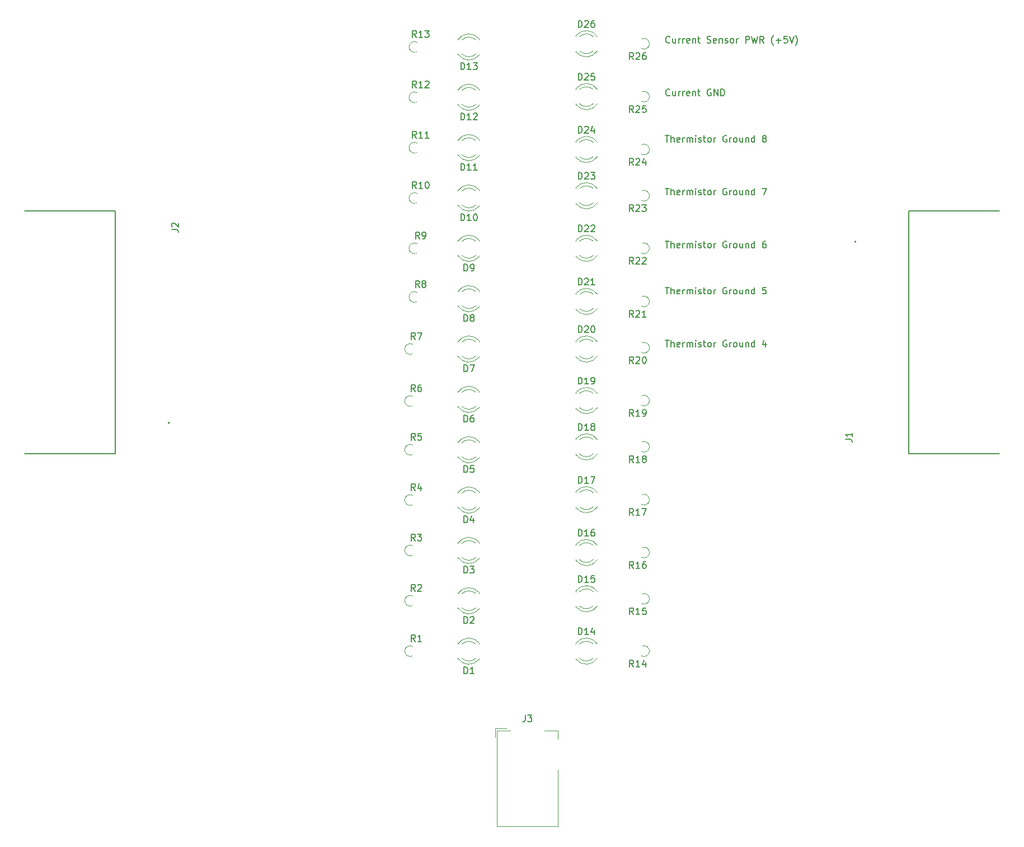
<source format=gbr>
%TF.GenerationSoftware,KiCad,Pcbnew,7.0.7*%
%TF.CreationDate,2023-08-22T14:12:51-05:00*%
%TF.ProjectId,O2 thermistor cable,4f322074-6865-4726-9d69-73746f722063,0*%
%TF.SameCoordinates,Original*%
%TF.FileFunction,Legend,Top*%
%TF.FilePolarity,Positive*%
%FSLAX46Y46*%
G04 Gerber Fmt 4.6, Leading zero omitted, Abs format (unit mm)*
G04 Created by KiCad (PCBNEW 7.0.7) date 2023-08-22 14:12:51*
%MOMM*%
%LPD*%
G01*
G04 APERTURE LIST*
%ADD10C,0.150000*%
%ADD11C,0.120000*%
%ADD12C,0.127000*%
%ADD13C,0.200000*%
G04 APERTURE END LIST*
D10*
X140193922Y-51869819D02*
X140765350Y-51869819D01*
X140479636Y-52869819D02*
X140479636Y-51869819D01*
X141098684Y-52869819D02*
X141098684Y-51869819D01*
X141527255Y-52869819D02*
X141527255Y-52346009D01*
X141527255Y-52346009D02*
X141479636Y-52250771D01*
X141479636Y-52250771D02*
X141384398Y-52203152D01*
X141384398Y-52203152D02*
X141241541Y-52203152D01*
X141241541Y-52203152D02*
X141146303Y-52250771D01*
X141146303Y-52250771D02*
X141098684Y-52298390D01*
X142384398Y-52822200D02*
X142289160Y-52869819D01*
X142289160Y-52869819D02*
X142098684Y-52869819D01*
X142098684Y-52869819D02*
X142003446Y-52822200D01*
X142003446Y-52822200D02*
X141955827Y-52726961D01*
X141955827Y-52726961D02*
X141955827Y-52346009D01*
X141955827Y-52346009D02*
X142003446Y-52250771D01*
X142003446Y-52250771D02*
X142098684Y-52203152D01*
X142098684Y-52203152D02*
X142289160Y-52203152D01*
X142289160Y-52203152D02*
X142384398Y-52250771D01*
X142384398Y-52250771D02*
X142432017Y-52346009D01*
X142432017Y-52346009D02*
X142432017Y-52441247D01*
X142432017Y-52441247D02*
X141955827Y-52536485D01*
X142860589Y-52869819D02*
X142860589Y-52203152D01*
X142860589Y-52393628D02*
X142908208Y-52298390D01*
X142908208Y-52298390D02*
X142955827Y-52250771D01*
X142955827Y-52250771D02*
X143051065Y-52203152D01*
X143051065Y-52203152D02*
X143146303Y-52203152D01*
X143479637Y-52869819D02*
X143479637Y-52203152D01*
X143479637Y-52298390D02*
X143527256Y-52250771D01*
X143527256Y-52250771D02*
X143622494Y-52203152D01*
X143622494Y-52203152D02*
X143765351Y-52203152D01*
X143765351Y-52203152D02*
X143860589Y-52250771D01*
X143860589Y-52250771D02*
X143908208Y-52346009D01*
X143908208Y-52346009D02*
X143908208Y-52869819D01*
X143908208Y-52346009D02*
X143955827Y-52250771D01*
X143955827Y-52250771D02*
X144051065Y-52203152D01*
X144051065Y-52203152D02*
X144193922Y-52203152D01*
X144193922Y-52203152D02*
X144289161Y-52250771D01*
X144289161Y-52250771D02*
X144336780Y-52346009D01*
X144336780Y-52346009D02*
X144336780Y-52869819D01*
X144812970Y-52869819D02*
X144812970Y-52203152D01*
X144812970Y-51869819D02*
X144765351Y-51917438D01*
X144765351Y-51917438D02*
X144812970Y-51965057D01*
X144812970Y-51965057D02*
X144860589Y-51917438D01*
X144860589Y-51917438D02*
X144812970Y-51869819D01*
X144812970Y-51869819D02*
X144812970Y-51965057D01*
X145241541Y-52822200D02*
X145336779Y-52869819D01*
X145336779Y-52869819D02*
X145527255Y-52869819D01*
X145527255Y-52869819D02*
X145622493Y-52822200D01*
X145622493Y-52822200D02*
X145670112Y-52726961D01*
X145670112Y-52726961D02*
X145670112Y-52679342D01*
X145670112Y-52679342D02*
X145622493Y-52584104D01*
X145622493Y-52584104D02*
X145527255Y-52536485D01*
X145527255Y-52536485D02*
X145384398Y-52536485D01*
X145384398Y-52536485D02*
X145289160Y-52488866D01*
X145289160Y-52488866D02*
X145241541Y-52393628D01*
X145241541Y-52393628D02*
X145241541Y-52346009D01*
X145241541Y-52346009D02*
X145289160Y-52250771D01*
X145289160Y-52250771D02*
X145384398Y-52203152D01*
X145384398Y-52203152D02*
X145527255Y-52203152D01*
X145527255Y-52203152D02*
X145622493Y-52250771D01*
X145955827Y-52203152D02*
X146336779Y-52203152D01*
X146098684Y-51869819D02*
X146098684Y-52726961D01*
X146098684Y-52726961D02*
X146146303Y-52822200D01*
X146146303Y-52822200D02*
X146241541Y-52869819D01*
X146241541Y-52869819D02*
X146336779Y-52869819D01*
X146812970Y-52869819D02*
X146717732Y-52822200D01*
X146717732Y-52822200D02*
X146670113Y-52774580D01*
X146670113Y-52774580D02*
X146622494Y-52679342D01*
X146622494Y-52679342D02*
X146622494Y-52393628D01*
X146622494Y-52393628D02*
X146670113Y-52298390D01*
X146670113Y-52298390D02*
X146717732Y-52250771D01*
X146717732Y-52250771D02*
X146812970Y-52203152D01*
X146812970Y-52203152D02*
X146955827Y-52203152D01*
X146955827Y-52203152D02*
X147051065Y-52250771D01*
X147051065Y-52250771D02*
X147098684Y-52298390D01*
X147098684Y-52298390D02*
X147146303Y-52393628D01*
X147146303Y-52393628D02*
X147146303Y-52679342D01*
X147146303Y-52679342D02*
X147098684Y-52774580D01*
X147098684Y-52774580D02*
X147051065Y-52822200D01*
X147051065Y-52822200D02*
X146955827Y-52869819D01*
X146955827Y-52869819D02*
X146812970Y-52869819D01*
X147574875Y-52869819D02*
X147574875Y-52203152D01*
X147574875Y-52393628D02*
X147622494Y-52298390D01*
X147622494Y-52298390D02*
X147670113Y-52250771D01*
X147670113Y-52250771D02*
X147765351Y-52203152D01*
X147765351Y-52203152D02*
X147860589Y-52203152D01*
X149479637Y-51917438D02*
X149384399Y-51869819D01*
X149384399Y-51869819D02*
X149241542Y-51869819D01*
X149241542Y-51869819D02*
X149098685Y-51917438D01*
X149098685Y-51917438D02*
X149003447Y-52012676D01*
X149003447Y-52012676D02*
X148955828Y-52107914D01*
X148955828Y-52107914D02*
X148908209Y-52298390D01*
X148908209Y-52298390D02*
X148908209Y-52441247D01*
X148908209Y-52441247D02*
X148955828Y-52631723D01*
X148955828Y-52631723D02*
X149003447Y-52726961D01*
X149003447Y-52726961D02*
X149098685Y-52822200D01*
X149098685Y-52822200D02*
X149241542Y-52869819D01*
X149241542Y-52869819D02*
X149336780Y-52869819D01*
X149336780Y-52869819D02*
X149479637Y-52822200D01*
X149479637Y-52822200D02*
X149527256Y-52774580D01*
X149527256Y-52774580D02*
X149527256Y-52441247D01*
X149527256Y-52441247D02*
X149336780Y-52441247D01*
X149955828Y-52869819D02*
X149955828Y-52203152D01*
X149955828Y-52393628D02*
X150003447Y-52298390D01*
X150003447Y-52298390D02*
X150051066Y-52250771D01*
X150051066Y-52250771D02*
X150146304Y-52203152D01*
X150146304Y-52203152D02*
X150241542Y-52203152D01*
X150717733Y-52869819D02*
X150622495Y-52822200D01*
X150622495Y-52822200D02*
X150574876Y-52774580D01*
X150574876Y-52774580D02*
X150527257Y-52679342D01*
X150527257Y-52679342D02*
X150527257Y-52393628D01*
X150527257Y-52393628D02*
X150574876Y-52298390D01*
X150574876Y-52298390D02*
X150622495Y-52250771D01*
X150622495Y-52250771D02*
X150717733Y-52203152D01*
X150717733Y-52203152D02*
X150860590Y-52203152D01*
X150860590Y-52203152D02*
X150955828Y-52250771D01*
X150955828Y-52250771D02*
X151003447Y-52298390D01*
X151003447Y-52298390D02*
X151051066Y-52393628D01*
X151051066Y-52393628D02*
X151051066Y-52679342D01*
X151051066Y-52679342D02*
X151003447Y-52774580D01*
X151003447Y-52774580D02*
X150955828Y-52822200D01*
X150955828Y-52822200D02*
X150860590Y-52869819D01*
X150860590Y-52869819D02*
X150717733Y-52869819D01*
X151908209Y-52203152D02*
X151908209Y-52869819D01*
X151479638Y-52203152D02*
X151479638Y-52726961D01*
X151479638Y-52726961D02*
X151527257Y-52822200D01*
X151527257Y-52822200D02*
X151622495Y-52869819D01*
X151622495Y-52869819D02*
X151765352Y-52869819D01*
X151765352Y-52869819D02*
X151860590Y-52822200D01*
X151860590Y-52822200D02*
X151908209Y-52774580D01*
X152384400Y-52203152D02*
X152384400Y-52869819D01*
X152384400Y-52298390D02*
X152432019Y-52250771D01*
X152432019Y-52250771D02*
X152527257Y-52203152D01*
X152527257Y-52203152D02*
X152670114Y-52203152D01*
X152670114Y-52203152D02*
X152765352Y-52250771D01*
X152765352Y-52250771D02*
X152812971Y-52346009D01*
X152812971Y-52346009D02*
X152812971Y-52869819D01*
X153717733Y-52869819D02*
X153717733Y-51869819D01*
X153717733Y-52822200D02*
X153622495Y-52869819D01*
X153622495Y-52869819D02*
X153432019Y-52869819D01*
X153432019Y-52869819D02*
X153336781Y-52822200D01*
X153336781Y-52822200D02*
X153289162Y-52774580D01*
X153289162Y-52774580D02*
X153241543Y-52679342D01*
X153241543Y-52679342D02*
X153241543Y-52393628D01*
X153241543Y-52393628D02*
X153289162Y-52298390D01*
X153289162Y-52298390D02*
X153336781Y-52250771D01*
X153336781Y-52250771D02*
X153432019Y-52203152D01*
X153432019Y-52203152D02*
X153622495Y-52203152D01*
X153622495Y-52203152D02*
X153717733Y-52250771D01*
X154860591Y-51869819D02*
X155527257Y-51869819D01*
X155527257Y-51869819D02*
X155098686Y-52869819D01*
X140908207Y-29774580D02*
X140860588Y-29822200D01*
X140860588Y-29822200D02*
X140717731Y-29869819D01*
X140717731Y-29869819D02*
X140622493Y-29869819D01*
X140622493Y-29869819D02*
X140479636Y-29822200D01*
X140479636Y-29822200D02*
X140384398Y-29726961D01*
X140384398Y-29726961D02*
X140336779Y-29631723D01*
X140336779Y-29631723D02*
X140289160Y-29441247D01*
X140289160Y-29441247D02*
X140289160Y-29298390D01*
X140289160Y-29298390D02*
X140336779Y-29107914D01*
X140336779Y-29107914D02*
X140384398Y-29012676D01*
X140384398Y-29012676D02*
X140479636Y-28917438D01*
X140479636Y-28917438D02*
X140622493Y-28869819D01*
X140622493Y-28869819D02*
X140717731Y-28869819D01*
X140717731Y-28869819D02*
X140860588Y-28917438D01*
X140860588Y-28917438D02*
X140908207Y-28965057D01*
X141765350Y-29203152D02*
X141765350Y-29869819D01*
X141336779Y-29203152D02*
X141336779Y-29726961D01*
X141336779Y-29726961D02*
X141384398Y-29822200D01*
X141384398Y-29822200D02*
X141479636Y-29869819D01*
X141479636Y-29869819D02*
X141622493Y-29869819D01*
X141622493Y-29869819D02*
X141717731Y-29822200D01*
X141717731Y-29822200D02*
X141765350Y-29774580D01*
X142241541Y-29869819D02*
X142241541Y-29203152D01*
X142241541Y-29393628D02*
X142289160Y-29298390D01*
X142289160Y-29298390D02*
X142336779Y-29250771D01*
X142336779Y-29250771D02*
X142432017Y-29203152D01*
X142432017Y-29203152D02*
X142527255Y-29203152D01*
X142860589Y-29869819D02*
X142860589Y-29203152D01*
X142860589Y-29393628D02*
X142908208Y-29298390D01*
X142908208Y-29298390D02*
X142955827Y-29250771D01*
X142955827Y-29250771D02*
X143051065Y-29203152D01*
X143051065Y-29203152D02*
X143146303Y-29203152D01*
X143860589Y-29822200D02*
X143765351Y-29869819D01*
X143765351Y-29869819D02*
X143574875Y-29869819D01*
X143574875Y-29869819D02*
X143479637Y-29822200D01*
X143479637Y-29822200D02*
X143432018Y-29726961D01*
X143432018Y-29726961D02*
X143432018Y-29346009D01*
X143432018Y-29346009D02*
X143479637Y-29250771D01*
X143479637Y-29250771D02*
X143574875Y-29203152D01*
X143574875Y-29203152D02*
X143765351Y-29203152D01*
X143765351Y-29203152D02*
X143860589Y-29250771D01*
X143860589Y-29250771D02*
X143908208Y-29346009D01*
X143908208Y-29346009D02*
X143908208Y-29441247D01*
X143908208Y-29441247D02*
X143432018Y-29536485D01*
X144336780Y-29203152D02*
X144336780Y-29869819D01*
X144336780Y-29298390D02*
X144384399Y-29250771D01*
X144384399Y-29250771D02*
X144479637Y-29203152D01*
X144479637Y-29203152D02*
X144622494Y-29203152D01*
X144622494Y-29203152D02*
X144717732Y-29250771D01*
X144717732Y-29250771D02*
X144765351Y-29346009D01*
X144765351Y-29346009D02*
X144765351Y-29869819D01*
X145098685Y-29203152D02*
X145479637Y-29203152D01*
X145241542Y-28869819D02*
X145241542Y-29726961D01*
X145241542Y-29726961D02*
X145289161Y-29822200D01*
X145289161Y-29822200D02*
X145384399Y-29869819D01*
X145384399Y-29869819D02*
X145479637Y-29869819D01*
X146527257Y-29822200D02*
X146670114Y-29869819D01*
X146670114Y-29869819D02*
X146908209Y-29869819D01*
X146908209Y-29869819D02*
X147003447Y-29822200D01*
X147003447Y-29822200D02*
X147051066Y-29774580D01*
X147051066Y-29774580D02*
X147098685Y-29679342D01*
X147098685Y-29679342D02*
X147098685Y-29584104D01*
X147098685Y-29584104D02*
X147051066Y-29488866D01*
X147051066Y-29488866D02*
X147003447Y-29441247D01*
X147003447Y-29441247D02*
X146908209Y-29393628D01*
X146908209Y-29393628D02*
X146717733Y-29346009D01*
X146717733Y-29346009D02*
X146622495Y-29298390D01*
X146622495Y-29298390D02*
X146574876Y-29250771D01*
X146574876Y-29250771D02*
X146527257Y-29155533D01*
X146527257Y-29155533D02*
X146527257Y-29060295D01*
X146527257Y-29060295D02*
X146574876Y-28965057D01*
X146574876Y-28965057D02*
X146622495Y-28917438D01*
X146622495Y-28917438D02*
X146717733Y-28869819D01*
X146717733Y-28869819D02*
X146955828Y-28869819D01*
X146955828Y-28869819D02*
X147098685Y-28917438D01*
X147908209Y-29822200D02*
X147812971Y-29869819D01*
X147812971Y-29869819D02*
X147622495Y-29869819D01*
X147622495Y-29869819D02*
X147527257Y-29822200D01*
X147527257Y-29822200D02*
X147479638Y-29726961D01*
X147479638Y-29726961D02*
X147479638Y-29346009D01*
X147479638Y-29346009D02*
X147527257Y-29250771D01*
X147527257Y-29250771D02*
X147622495Y-29203152D01*
X147622495Y-29203152D02*
X147812971Y-29203152D01*
X147812971Y-29203152D02*
X147908209Y-29250771D01*
X147908209Y-29250771D02*
X147955828Y-29346009D01*
X147955828Y-29346009D02*
X147955828Y-29441247D01*
X147955828Y-29441247D02*
X147479638Y-29536485D01*
X148384400Y-29203152D02*
X148384400Y-29869819D01*
X148384400Y-29298390D02*
X148432019Y-29250771D01*
X148432019Y-29250771D02*
X148527257Y-29203152D01*
X148527257Y-29203152D02*
X148670114Y-29203152D01*
X148670114Y-29203152D02*
X148765352Y-29250771D01*
X148765352Y-29250771D02*
X148812971Y-29346009D01*
X148812971Y-29346009D02*
X148812971Y-29869819D01*
X149241543Y-29822200D02*
X149336781Y-29869819D01*
X149336781Y-29869819D02*
X149527257Y-29869819D01*
X149527257Y-29869819D02*
X149622495Y-29822200D01*
X149622495Y-29822200D02*
X149670114Y-29726961D01*
X149670114Y-29726961D02*
X149670114Y-29679342D01*
X149670114Y-29679342D02*
X149622495Y-29584104D01*
X149622495Y-29584104D02*
X149527257Y-29536485D01*
X149527257Y-29536485D02*
X149384400Y-29536485D01*
X149384400Y-29536485D02*
X149289162Y-29488866D01*
X149289162Y-29488866D02*
X149241543Y-29393628D01*
X149241543Y-29393628D02*
X149241543Y-29346009D01*
X149241543Y-29346009D02*
X149289162Y-29250771D01*
X149289162Y-29250771D02*
X149384400Y-29203152D01*
X149384400Y-29203152D02*
X149527257Y-29203152D01*
X149527257Y-29203152D02*
X149622495Y-29250771D01*
X150241543Y-29869819D02*
X150146305Y-29822200D01*
X150146305Y-29822200D02*
X150098686Y-29774580D01*
X150098686Y-29774580D02*
X150051067Y-29679342D01*
X150051067Y-29679342D02*
X150051067Y-29393628D01*
X150051067Y-29393628D02*
X150098686Y-29298390D01*
X150098686Y-29298390D02*
X150146305Y-29250771D01*
X150146305Y-29250771D02*
X150241543Y-29203152D01*
X150241543Y-29203152D02*
X150384400Y-29203152D01*
X150384400Y-29203152D02*
X150479638Y-29250771D01*
X150479638Y-29250771D02*
X150527257Y-29298390D01*
X150527257Y-29298390D02*
X150574876Y-29393628D01*
X150574876Y-29393628D02*
X150574876Y-29679342D01*
X150574876Y-29679342D02*
X150527257Y-29774580D01*
X150527257Y-29774580D02*
X150479638Y-29822200D01*
X150479638Y-29822200D02*
X150384400Y-29869819D01*
X150384400Y-29869819D02*
X150241543Y-29869819D01*
X151003448Y-29869819D02*
X151003448Y-29203152D01*
X151003448Y-29393628D02*
X151051067Y-29298390D01*
X151051067Y-29298390D02*
X151098686Y-29250771D01*
X151098686Y-29250771D02*
X151193924Y-29203152D01*
X151193924Y-29203152D02*
X151289162Y-29203152D01*
X152384401Y-29869819D02*
X152384401Y-28869819D01*
X152384401Y-28869819D02*
X152765353Y-28869819D01*
X152765353Y-28869819D02*
X152860591Y-28917438D01*
X152860591Y-28917438D02*
X152908210Y-28965057D01*
X152908210Y-28965057D02*
X152955829Y-29060295D01*
X152955829Y-29060295D02*
X152955829Y-29203152D01*
X152955829Y-29203152D02*
X152908210Y-29298390D01*
X152908210Y-29298390D02*
X152860591Y-29346009D01*
X152860591Y-29346009D02*
X152765353Y-29393628D01*
X152765353Y-29393628D02*
X152384401Y-29393628D01*
X153289163Y-28869819D02*
X153527258Y-29869819D01*
X153527258Y-29869819D02*
X153717734Y-29155533D01*
X153717734Y-29155533D02*
X153908210Y-29869819D01*
X153908210Y-29869819D02*
X154146306Y-28869819D01*
X155098686Y-29869819D02*
X154765353Y-29393628D01*
X154527258Y-29869819D02*
X154527258Y-28869819D01*
X154527258Y-28869819D02*
X154908210Y-28869819D01*
X154908210Y-28869819D02*
X155003448Y-28917438D01*
X155003448Y-28917438D02*
X155051067Y-28965057D01*
X155051067Y-28965057D02*
X155098686Y-29060295D01*
X155098686Y-29060295D02*
X155098686Y-29203152D01*
X155098686Y-29203152D02*
X155051067Y-29298390D01*
X155051067Y-29298390D02*
X155003448Y-29346009D01*
X155003448Y-29346009D02*
X154908210Y-29393628D01*
X154908210Y-29393628D02*
X154527258Y-29393628D01*
X156574877Y-30250771D02*
X156527258Y-30203152D01*
X156527258Y-30203152D02*
X156432020Y-30060295D01*
X156432020Y-30060295D02*
X156384401Y-29965057D01*
X156384401Y-29965057D02*
X156336782Y-29822200D01*
X156336782Y-29822200D02*
X156289163Y-29584104D01*
X156289163Y-29584104D02*
X156289163Y-29393628D01*
X156289163Y-29393628D02*
X156336782Y-29155533D01*
X156336782Y-29155533D02*
X156384401Y-29012676D01*
X156384401Y-29012676D02*
X156432020Y-28917438D01*
X156432020Y-28917438D02*
X156527258Y-28774580D01*
X156527258Y-28774580D02*
X156574877Y-28726961D01*
X156955830Y-29488866D02*
X157717735Y-29488866D01*
X157336782Y-29869819D02*
X157336782Y-29107914D01*
X158670115Y-28869819D02*
X158193925Y-28869819D01*
X158193925Y-28869819D02*
X158146306Y-29346009D01*
X158146306Y-29346009D02*
X158193925Y-29298390D01*
X158193925Y-29298390D02*
X158289163Y-29250771D01*
X158289163Y-29250771D02*
X158527258Y-29250771D01*
X158527258Y-29250771D02*
X158622496Y-29298390D01*
X158622496Y-29298390D02*
X158670115Y-29346009D01*
X158670115Y-29346009D02*
X158717734Y-29441247D01*
X158717734Y-29441247D02*
X158717734Y-29679342D01*
X158717734Y-29679342D02*
X158670115Y-29774580D01*
X158670115Y-29774580D02*
X158622496Y-29822200D01*
X158622496Y-29822200D02*
X158527258Y-29869819D01*
X158527258Y-29869819D02*
X158289163Y-29869819D01*
X158289163Y-29869819D02*
X158193925Y-29822200D01*
X158193925Y-29822200D02*
X158146306Y-29774580D01*
X159003449Y-28869819D02*
X159336782Y-29869819D01*
X159336782Y-29869819D02*
X159670115Y-28869819D01*
X159908211Y-30250771D02*
X159955830Y-30203152D01*
X159955830Y-30203152D02*
X160051068Y-30060295D01*
X160051068Y-30060295D02*
X160098687Y-29965057D01*
X160098687Y-29965057D02*
X160146306Y-29822200D01*
X160146306Y-29822200D02*
X160193925Y-29584104D01*
X160193925Y-29584104D02*
X160193925Y-29393628D01*
X160193925Y-29393628D02*
X160146306Y-29155533D01*
X160146306Y-29155533D02*
X160098687Y-29012676D01*
X160098687Y-29012676D02*
X160051068Y-28917438D01*
X160051068Y-28917438D02*
X159955830Y-28774580D01*
X159955830Y-28774580D02*
X159908211Y-28726961D01*
X140193922Y-43869819D02*
X140765350Y-43869819D01*
X140479636Y-44869819D02*
X140479636Y-43869819D01*
X141098684Y-44869819D02*
X141098684Y-43869819D01*
X141527255Y-44869819D02*
X141527255Y-44346009D01*
X141527255Y-44346009D02*
X141479636Y-44250771D01*
X141479636Y-44250771D02*
X141384398Y-44203152D01*
X141384398Y-44203152D02*
X141241541Y-44203152D01*
X141241541Y-44203152D02*
X141146303Y-44250771D01*
X141146303Y-44250771D02*
X141098684Y-44298390D01*
X142384398Y-44822200D02*
X142289160Y-44869819D01*
X142289160Y-44869819D02*
X142098684Y-44869819D01*
X142098684Y-44869819D02*
X142003446Y-44822200D01*
X142003446Y-44822200D02*
X141955827Y-44726961D01*
X141955827Y-44726961D02*
X141955827Y-44346009D01*
X141955827Y-44346009D02*
X142003446Y-44250771D01*
X142003446Y-44250771D02*
X142098684Y-44203152D01*
X142098684Y-44203152D02*
X142289160Y-44203152D01*
X142289160Y-44203152D02*
X142384398Y-44250771D01*
X142384398Y-44250771D02*
X142432017Y-44346009D01*
X142432017Y-44346009D02*
X142432017Y-44441247D01*
X142432017Y-44441247D02*
X141955827Y-44536485D01*
X142860589Y-44869819D02*
X142860589Y-44203152D01*
X142860589Y-44393628D02*
X142908208Y-44298390D01*
X142908208Y-44298390D02*
X142955827Y-44250771D01*
X142955827Y-44250771D02*
X143051065Y-44203152D01*
X143051065Y-44203152D02*
X143146303Y-44203152D01*
X143479637Y-44869819D02*
X143479637Y-44203152D01*
X143479637Y-44298390D02*
X143527256Y-44250771D01*
X143527256Y-44250771D02*
X143622494Y-44203152D01*
X143622494Y-44203152D02*
X143765351Y-44203152D01*
X143765351Y-44203152D02*
X143860589Y-44250771D01*
X143860589Y-44250771D02*
X143908208Y-44346009D01*
X143908208Y-44346009D02*
X143908208Y-44869819D01*
X143908208Y-44346009D02*
X143955827Y-44250771D01*
X143955827Y-44250771D02*
X144051065Y-44203152D01*
X144051065Y-44203152D02*
X144193922Y-44203152D01*
X144193922Y-44203152D02*
X144289161Y-44250771D01*
X144289161Y-44250771D02*
X144336780Y-44346009D01*
X144336780Y-44346009D02*
X144336780Y-44869819D01*
X144812970Y-44869819D02*
X144812970Y-44203152D01*
X144812970Y-43869819D02*
X144765351Y-43917438D01*
X144765351Y-43917438D02*
X144812970Y-43965057D01*
X144812970Y-43965057D02*
X144860589Y-43917438D01*
X144860589Y-43917438D02*
X144812970Y-43869819D01*
X144812970Y-43869819D02*
X144812970Y-43965057D01*
X145241541Y-44822200D02*
X145336779Y-44869819D01*
X145336779Y-44869819D02*
X145527255Y-44869819D01*
X145527255Y-44869819D02*
X145622493Y-44822200D01*
X145622493Y-44822200D02*
X145670112Y-44726961D01*
X145670112Y-44726961D02*
X145670112Y-44679342D01*
X145670112Y-44679342D02*
X145622493Y-44584104D01*
X145622493Y-44584104D02*
X145527255Y-44536485D01*
X145527255Y-44536485D02*
X145384398Y-44536485D01*
X145384398Y-44536485D02*
X145289160Y-44488866D01*
X145289160Y-44488866D02*
X145241541Y-44393628D01*
X145241541Y-44393628D02*
X145241541Y-44346009D01*
X145241541Y-44346009D02*
X145289160Y-44250771D01*
X145289160Y-44250771D02*
X145384398Y-44203152D01*
X145384398Y-44203152D02*
X145527255Y-44203152D01*
X145527255Y-44203152D02*
X145622493Y-44250771D01*
X145955827Y-44203152D02*
X146336779Y-44203152D01*
X146098684Y-43869819D02*
X146098684Y-44726961D01*
X146098684Y-44726961D02*
X146146303Y-44822200D01*
X146146303Y-44822200D02*
X146241541Y-44869819D01*
X146241541Y-44869819D02*
X146336779Y-44869819D01*
X146812970Y-44869819D02*
X146717732Y-44822200D01*
X146717732Y-44822200D02*
X146670113Y-44774580D01*
X146670113Y-44774580D02*
X146622494Y-44679342D01*
X146622494Y-44679342D02*
X146622494Y-44393628D01*
X146622494Y-44393628D02*
X146670113Y-44298390D01*
X146670113Y-44298390D02*
X146717732Y-44250771D01*
X146717732Y-44250771D02*
X146812970Y-44203152D01*
X146812970Y-44203152D02*
X146955827Y-44203152D01*
X146955827Y-44203152D02*
X147051065Y-44250771D01*
X147051065Y-44250771D02*
X147098684Y-44298390D01*
X147098684Y-44298390D02*
X147146303Y-44393628D01*
X147146303Y-44393628D02*
X147146303Y-44679342D01*
X147146303Y-44679342D02*
X147098684Y-44774580D01*
X147098684Y-44774580D02*
X147051065Y-44822200D01*
X147051065Y-44822200D02*
X146955827Y-44869819D01*
X146955827Y-44869819D02*
X146812970Y-44869819D01*
X147574875Y-44869819D02*
X147574875Y-44203152D01*
X147574875Y-44393628D02*
X147622494Y-44298390D01*
X147622494Y-44298390D02*
X147670113Y-44250771D01*
X147670113Y-44250771D02*
X147765351Y-44203152D01*
X147765351Y-44203152D02*
X147860589Y-44203152D01*
X149479637Y-43917438D02*
X149384399Y-43869819D01*
X149384399Y-43869819D02*
X149241542Y-43869819D01*
X149241542Y-43869819D02*
X149098685Y-43917438D01*
X149098685Y-43917438D02*
X149003447Y-44012676D01*
X149003447Y-44012676D02*
X148955828Y-44107914D01*
X148955828Y-44107914D02*
X148908209Y-44298390D01*
X148908209Y-44298390D02*
X148908209Y-44441247D01*
X148908209Y-44441247D02*
X148955828Y-44631723D01*
X148955828Y-44631723D02*
X149003447Y-44726961D01*
X149003447Y-44726961D02*
X149098685Y-44822200D01*
X149098685Y-44822200D02*
X149241542Y-44869819D01*
X149241542Y-44869819D02*
X149336780Y-44869819D01*
X149336780Y-44869819D02*
X149479637Y-44822200D01*
X149479637Y-44822200D02*
X149527256Y-44774580D01*
X149527256Y-44774580D02*
X149527256Y-44441247D01*
X149527256Y-44441247D02*
X149336780Y-44441247D01*
X149955828Y-44869819D02*
X149955828Y-44203152D01*
X149955828Y-44393628D02*
X150003447Y-44298390D01*
X150003447Y-44298390D02*
X150051066Y-44250771D01*
X150051066Y-44250771D02*
X150146304Y-44203152D01*
X150146304Y-44203152D02*
X150241542Y-44203152D01*
X150717733Y-44869819D02*
X150622495Y-44822200D01*
X150622495Y-44822200D02*
X150574876Y-44774580D01*
X150574876Y-44774580D02*
X150527257Y-44679342D01*
X150527257Y-44679342D02*
X150527257Y-44393628D01*
X150527257Y-44393628D02*
X150574876Y-44298390D01*
X150574876Y-44298390D02*
X150622495Y-44250771D01*
X150622495Y-44250771D02*
X150717733Y-44203152D01*
X150717733Y-44203152D02*
X150860590Y-44203152D01*
X150860590Y-44203152D02*
X150955828Y-44250771D01*
X150955828Y-44250771D02*
X151003447Y-44298390D01*
X151003447Y-44298390D02*
X151051066Y-44393628D01*
X151051066Y-44393628D02*
X151051066Y-44679342D01*
X151051066Y-44679342D02*
X151003447Y-44774580D01*
X151003447Y-44774580D02*
X150955828Y-44822200D01*
X150955828Y-44822200D02*
X150860590Y-44869819D01*
X150860590Y-44869819D02*
X150717733Y-44869819D01*
X151908209Y-44203152D02*
X151908209Y-44869819D01*
X151479638Y-44203152D02*
X151479638Y-44726961D01*
X151479638Y-44726961D02*
X151527257Y-44822200D01*
X151527257Y-44822200D02*
X151622495Y-44869819D01*
X151622495Y-44869819D02*
X151765352Y-44869819D01*
X151765352Y-44869819D02*
X151860590Y-44822200D01*
X151860590Y-44822200D02*
X151908209Y-44774580D01*
X152384400Y-44203152D02*
X152384400Y-44869819D01*
X152384400Y-44298390D02*
X152432019Y-44250771D01*
X152432019Y-44250771D02*
X152527257Y-44203152D01*
X152527257Y-44203152D02*
X152670114Y-44203152D01*
X152670114Y-44203152D02*
X152765352Y-44250771D01*
X152765352Y-44250771D02*
X152812971Y-44346009D01*
X152812971Y-44346009D02*
X152812971Y-44869819D01*
X153717733Y-44869819D02*
X153717733Y-43869819D01*
X153717733Y-44822200D02*
X153622495Y-44869819D01*
X153622495Y-44869819D02*
X153432019Y-44869819D01*
X153432019Y-44869819D02*
X153336781Y-44822200D01*
X153336781Y-44822200D02*
X153289162Y-44774580D01*
X153289162Y-44774580D02*
X153241543Y-44679342D01*
X153241543Y-44679342D02*
X153241543Y-44393628D01*
X153241543Y-44393628D02*
X153289162Y-44298390D01*
X153289162Y-44298390D02*
X153336781Y-44250771D01*
X153336781Y-44250771D02*
X153432019Y-44203152D01*
X153432019Y-44203152D02*
X153622495Y-44203152D01*
X153622495Y-44203152D02*
X153717733Y-44250771D01*
X155098686Y-44298390D02*
X155003448Y-44250771D01*
X155003448Y-44250771D02*
X154955829Y-44203152D01*
X154955829Y-44203152D02*
X154908210Y-44107914D01*
X154908210Y-44107914D02*
X154908210Y-44060295D01*
X154908210Y-44060295D02*
X154955829Y-43965057D01*
X154955829Y-43965057D02*
X155003448Y-43917438D01*
X155003448Y-43917438D02*
X155098686Y-43869819D01*
X155098686Y-43869819D02*
X155289162Y-43869819D01*
X155289162Y-43869819D02*
X155384400Y-43917438D01*
X155384400Y-43917438D02*
X155432019Y-43965057D01*
X155432019Y-43965057D02*
X155479638Y-44060295D01*
X155479638Y-44060295D02*
X155479638Y-44107914D01*
X155479638Y-44107914D02*
X155432019Y-44203152D01*
X155432019Y-44203152D02*
X155384400Y-44250771D01*
X155384400Y-44250771D02*
X155289162Y-44298390D01*
X155289162Y-44298390D02*
X155098686Y-44298390D01*
X155098686Y-44298390D02*
X155003448Y-44346009D01*
X155003448Y-44346009D02*
X154955829Y-44393628D01*
X154955829Y-44393628D02*
X154908210Y-44488866D01*
X154908210Y-44488866D02*
X154908210Y-44679342D01*
X154908210Y-44679342D02*
X154955829Y-44774580D01*
X154955829Y-44774580D02*
X155003448Y-44822200D01*
X155003448Y-44822200D02*
X155098686Y-44869819D01*
X155098686Y-44869819D02*
X155289162Y-44869819D01*
X155289162Y-44869819D02*
X155384400Y-44822200D01*
X155384400Y-44822200D02*
X155432019Y-44774580D01*
X155432019Y-44774580D02*
X155479638Y-44679342D01*
X155479638Y-44679342D02*
X155479638Y-44488866D01*
X155479638Y-44488866D02*
X155432019Y-44393628D01*
X155432019Y-44393628D02*
X155384400Y-44346009D01*
X155384400Y-44346009D02*
X155289162Y-44298390D01*
X140193922Y-74869819D02*
X140765350Y-74869819D01*
X140479636Y-75869819D02*
X140479636Y-74869819D01*
X141098684Y-75869819D02*
X141098684Y-74869819D01*
X141527255Y-75869819D02*
X141527255Y-75346009D01*
X141527255Y-75346009D02*
X141479636Y-75250771D01*
X141479636Y-75250771D02*
X141384398Y-75203152D01*
X141384398Y-75203152D02*
X141241541Y-75203152D01*
X141241541Y-75203152D02*
X141146303Y-75250771D01*
X141146303Y-75250771D02*
X141098684Y-75298390D01*
X142384398Y-75822200D02*
X142289160Y-75869819D01*
X142289160Y-75869819D02*
X142098684Y-75869819D01*
X142098684Y-75869819D02*
X142003446Y-75822200D01*
X142003446Y-75822200D02*
X141955827Y-75726961D01*
X141955827Y-75726961D02*
X141955827Y-75346009D01*
X141955827Y-75346009D02*
X142003446Y-75250771D01*
X142003446Y-75250771D02*
X142098684Y-75203152D01*
X142098684Y-75203152D02*
X142289160Y-75203152D01*
X142289160Y-75203152D02*
X142384398Y-75250771D01*
X142384398Y-75250771D02*
X142432017Y-75346009D01*
X142432017Y-75346009D02*
X142432017Y-75441247D01*
X142432017Y-75441247D02*
X141955827Y-75536485D01*
X142860589Y-75869819D02*
X142860589Y-75203152D01*
X142860589Y-75393628D02*
X142908208Y-75298390D01*
X142908208Y-75298390D02*
X142955827Y-75250771D01*
X142955827Y-75250771D02*
X143051065Y-75203152D01*
X143051065Y-75203152D02*
X143146303Y-75203152D01*
X143479637Y-75869819D02*
X143479637Y-75203152D01*
X143479637Y-75298390D02*
X143527256Y-75250771D01*
X143527256Y-75250771D02*
X143622494Y-75203152D01*
X143622494Y-75203152D02*
X143765351Y-75203152D01*
X143765351Y-75203152D02*
X143860589Y-75250771D01*
X143860589Y-75250771D02*
X143908208Y-75346009D01*
X143908208Y-75346009D02*
X143908208Y-75869819D01*
X143908208Y-75346009D02*
X143955827Y-75250771D01*
X143955827Y-75250771D02*
X144051065Y-75203152D01*
X144051065Y-75203152D02*
X144193922Y-75203152D01*
X144193922Y-75203152D02*
X144289161Y-75250771D01*
X144289161Y-75250771D02*
X144336780Y-75346009D01*
X144336780Y-75346009D02*
X144336780Y-75869819D01*
X144812970Y-75869819D02*
X144812970Y-75203152D01*
X144812970Y-74869819D02*
X144765351Y-74917438D01*
X144765351Y-74917438D02*
X144812970Y-74965057D01*
X144812970Y-74965057D02*
X144860589Y-74917438D01*
X144860589Y-74917438D02*
X144812970Y-74869819D01*
X144812970Y-74869819D02*
X144812970Y-74965057D01*
X145241541Y-75822200D02*
X145336779Y-75869819D01*
X145336779Y-75869819D02*
X145527255Y-75869819D01*
X145527255Y-75869819D02*
X145622493Y-75822200D01*
X145622493Y-75822200D02*
X145670112Y-75726961D01*
X145670112Y-75726961D02*
X145670112Y-75679342D01*
X145670112Y-75679342D02*
X145622493Y-75584104D01*
X145622493Y-75584104D02*
X145527255Y-75536485D01*
X145527255Y-75536485D02*
X145384398Y-75536485D01*
X145384398Y-75536485D02*
X145289160Y-75488866D01*
X145289160Y-75488866D02*
X145241541Y-75393628D01*
X145241541Y-75393628D02*
X145241541Y-75346009D01*
X145241541Y-75346009D02*
X145289160Y-75250771D01*
X145289160Y-75250771D02*
X145384398Y-75203152D01*
X145384398Y-75203152D02*
X145527255Y-75203152D01*
X145527255Y-75203152D02*
X145622493Y-75250771D01*
X145955827Y-75203152D02*
X146336779Y-75203152D01*
X146098684Y-74869819D02*
X146098684Y-75726961D01*
X146098684Y-75726961D02*
X146146303Y-75822200D01*
X146146303Y-75822200D02*
X146241541Y-75869819D01*
X146241541Y-75869819D02*
X146336779Y-75869819D01*
X146812970Y-75869819D02*
X146717732Y-75822200D01*
X146717732Y-75822200D02*
X146670113Y-75774580D01*
X146670113Y-75774580D02*
X146622494Y-75679342D01*
X146622494Y-75679342D02*
X146622494Y-75393628D01*
X146622494Y-75393628D02*
X146670113Y-75298390D01*
X146670113Y-75298390D02*
X146717732Y-75250771D01*
X146717732Y-75250771D02*
X146812970Y-75203152D01*
X146812970Y-75203152D02*
X146955827Y-75203152D01*
X146955827Y-75203152D02*
X147051065Y-75250771D01*
X147051065Y-75250771D02*
X147098684Y-75298390D01*
X147098684Y-75298390D02*
X147146303Y-75393628D01*
X147146303Y-75393628D02*
X147146303Y-75679342D01*
X147146303Y-75679342D02*
X147098684Y-75774580D01*
X147098684Y-75774580D02*
X147051065Y-75822200D01*
X147051065Y-75822200D02*
X146955827Y-75869819D01*
X146955827Y-75869819D02*
X146812970Y-75869819D01*
X147574875Y-75869819D02*
X147574875Y-75203152D01*
X147574875Y-75393628D02*
X147622494Y-75298390D01*
X147622494Y-75298390D02*
X147670113Y-75250771D01*
X147670113Y-75250771D02*
X147765351Y-75203152D01*
X147765351Y-75203152D02*
X147860589Y-75203152D01*
X149479637Y-74917438D02*
X149384399Y-74869819D01*
X149384399Y-74869819D02*
X149241542Y-74869819D01*
X149241542Y-74869819D02*
X149098685Y-74917438D01*
X149098685Y-74917438D02*
X149003447Y-75012676D01*
X149003447Y-75012676D02*
X148955828Y-75107914D01*
X148955828Y-75107914D02*
X148908209Y-75298390D01*
X148908209Y-75298390D02*
X148908209Y-75441247D01*
X148908209Y-75441247D02*
X148955828Y-75631723D01*
X148955828Y-75631723D02*
X149003447Y-75726961D01*
X149003447Y-75726961D02*
X149098685Y-75822200D01*
X149098685Y-75822200D02*
X149241542Y-75869819D01*
X149241542Y-75869819D02*
X149336780Y-75869819D01*
X149336780Y-75869819D02*
X149479637Y-75822200D01*
X149479637Y-75822200D02*
X149527256Y-75774580D01*
X149527256Y-75774580D02*
X149527256Y-75441247D01*
X149527256Y-75441247D02*
X149336780Y-75441247D01*
X149955828Y-75869819D02*
X149955828Y-75203152D01*
X149955828Y-75393628D02*
X150003447Y-75298390D01*
X150003447Y-75298390D02*
X150051066Y-75250771D01*
X150051066Y-75250771D02*
X150146304Y-75203152D01*
X150146304Y-75203152D02*
X150241542Y-75203152D01*
X150717733Y-75869819D02*
X150622495Y-75822200D01*
X150622495Y-75822200D02*
X150574876Y-75774580D01*
X150574876Y-75774580D02*
X150527257Y-75679342D01*
X150527257Y-75679342D02*
X150527257Y-75393628D01*
X150527257Y-75393628D02*
X150574876Y-75298390D01*
X150574876Y-75298390D02*
X150622495Y-75250771D01*
X150622495Y-75250771D02*
X150717733Y-75203152D01*
X150717733Y-75203152D02*
X150860590Y-75203152D01*
X150860590Y-75203152D02*
X150955828Y-75250771D01*
X150955828Y-75250771D02*
X151003447Y-75298390D01*
X151003447Y-75298390D02*
X151051066Y-75393628D01*
X151051066Y-75393628D02*
X151051066Y-75679342D01*
X151051066Y-75679342D02*
X151003447Y-75774580D01*
X151003447Y-75774580D02*
X150955828Y-75822200D01*
X150955828Y-75822200D02*
X150860590Y-75869819D01*
X150860590Y-75869819D02*
X150717733Y-75869819D01*
X151908209Y-75203152D02*
X151908209Y-75869819D01*
X151479638Y-75203152D02*
X151479638Y-75726961D01*
X151479638Y-75726961D02*
X151527257Y-75822200D01*
X151527257Y-75822200D02*
X151622495Y-75869819D01*
X151622495Y-75869819D02*
X151765352Y-75869819D01*
X151765352Y-75869819D02*
X151860590Y-75822200D01*
X151860590Y-75822200D02*
X151908209Y-75774580D01*
X152384400Y-75203152D02*
X152384400Y-75869819D01*
X152384400Y-75298390D02*
X152432019Y-75250771D01*
X152432019Y-75250771D02*
X152527257Y-75203152D01*
X152527257Y-75203152D02*
X152670114Y-75203152D01*
X152670114Y-75203152D02*
X152765352Y-75250771D01*
X152765352Y-75250771D02*
X152812971Y-75346009D01*
X152812971Y-75346009D02*
X152812971Y-75869819D01*
X153717733Y-75869819D02*
X153717733Y-74869819D01*
X153717733Y-75822200D02*
X153622495Y-75869819D01*
X153622495Y-75869819D02*
X153432019Y-75869819D01*
X153432019Y-75869819D02*
X153336781Y-75822200D01*
X153336781Y-75822200D02*
X153289162Y-75774580D01*
X153289162Y-75774580D02*
X153241543Y-75679342D01*
X153241543Y-75679342D02*
X153241543Y-75393628D01*
X153241543Y-75393628D02*
X153289162Y-75298390D01*
X153289162Y-75298390D02*
X153336781Y-75250771D01*
X153336781Y-75250771D02*
X153432019Y-75203152D01*
X153432019Y-75203152D02*
X153622495Y-75203152D01*
X153622495Y-75203152D02*
X153717733Y-75250771D01*
X155384400Y-75203152D02*
X155384400Y-75869819D01*
X155146305Y-74822200D02*
X154908210Y-75536485D01*
X154908210Y-75536485D02*
X155527257Y-75536485D01*
X140193922Y-66869819D02*
X140765350Y-66869819D01*
X140479636Y-67869819D02*
X140479636Y-66869819D01*
X141098684Y-67869819D02*
X141098684Y-66869819D01*
X141527255Y-67869819D02*
X141527255Y-67346009D01*
X141527255Y-67346009D02*
X141479636Y-67250771D01*
X141479636Y-67250771D02*
X141384398Y-67203152D01*
X141384398Y-67203152D02*
X141241541Y-67203152D01*
X141241541Y-67203152D02*
X141146303Y-67250771D01*
X141146303Y-67250771D02*
X141098684Y-67298390D01*
X142384398Y-67822200D02*
X142289160Y-67869819D01*
X142289160Y-67869819D02*
X142098684Y-67869819D01*
X142098684Y-67869819D02*
X142003446Y-67822200D01*
X142003446Y-67822200D02*
X141955827Y-67726961D01*
X141955827Y-67726961D02*
X141955827Y-67346009D01*
X141955827Y-67346009D02*
X142003446Y-67250771D01*
X142003446Y-67250771D02*
X142098684Y-67203152D01*
X142098684Y-67203152D02*
X142289160Y-67203152D01*
X142289160Y-67203152D02*
X142384398Y-67250771D01*
X142384398Y-67250771D02*
X142432017Y-67346009D01*
X142432017Y-67346009D02*
X142432017Y-67441247D01*
X142432017Y-67441247D02*
X141955827Y-67536485D01*
X142860589Y-67869819D02*
X142860589Y-67203152D01*
X142860589Y-67393628D02*
X142908208Y-67298390D01*
X142908208Y-67298390D02*
X142955827Y-67250771D01*
X142955827Y-67250771D02*
X143051065Y-67203152D01*
X143051065Y-67203152D02*
X143146303Y-67203152D01*
X143479637Y-67869819D02*
X143479637Y-67203152D01*
X143479637Y-67298390D02*
X143527256Y-67250771D01*
X143527256Y-67250771D02*
X143622494Y-67203152D01*
X143622494Y-67203152D02*
X143765351Y-67203152D01*
X143765351Y-67203152D02*
X143860589Y-67250771D01*
X143860589Y-67250771D02*
X143908208Y-67346009D01*
X143908208Y-67346009D02*
X143908208Y-67869819D01*
X143908208Y-67346009D02*
X143955827Y-67250771D01*
X143955827Y-67250771D02*
X144051065Y-67203152D01*
X144051065Y-67203152D02*
X144193922Y-67203152D01*
X144193922Y-67203152D02*
X144289161Y-67250771D01*
X144289161Y-67250771D02*
X144336780Y-67346009D01*
X144336780Y-67346009D02*
X144336780Y-67869819D01*
X144812970Y-67869819D02*
X144812970Y-67203152D01*
X144812970Y-66869819D02*
X144765351Y-66917438D01*
X144765351Y-66917438D02*
X144812970Y-66965057D01*
X144812970Y-66965057D02*
X144860589Y-66917438D01*
X144860589Y-66917438D02*
X144812970Y-66869819D01*
X144812970Y-66869819D02*
X144812970Y-66965057D01*
X145241541Y-67822200D02*
X145336779Y-67869819D01*
X145336779Y-67869819D02*
X145527255Y-67869819D01*
X145527255Y-67869819D02*
X145622493Y-67822200D01*
X145622493Y-67822200D02*
X145670112Y-67726961D01*
X145670112Y-67726961D02*
X145670112Y-67679342D01*
X145670112Y-67679342D02*
X145622493Y-67584104D01*
X145622493Y-67584104D02*
X145527255Y-67536485D01*
X145527255Y-67536485D02*
X145384398Y-67536485D01*
X145384398Y-67536485D02*
X145289160Y-67488866D01*
X145289160Y-67488866D02*
X145241541Y-67393628D01*
X145241541Y-67393628D02*
X145241541Y-67346009D01*
X145241541Y-67346009D02*
X145289160Y-67250771D01*
X145289160Y-67250771D02*
X145384398Y-67203152D01*
X145384398Y-67203152D02*
X145527255Y-67203152D01*
X145527255Y-67203152D02*
X145622493Y-67250771D01*
X145955827Y-67203152D02*
X146336779Y-67203152D01*
X146098684Y-66869819D02*
X146098684Y-67726961D01*
X146098684Y-67726961D02*
X146146303Y-67822200D01*
X146146303Y-67822200D02*
X146241541Y-67869819D01*
X146241541Y-67869819D02*
X146336779Y-67869819D01*
X146812970Y-67869819D02*
X146717732Y-67822200D01*
X146717732Y-67822200D02*
X146670113Y-67774580D01*
X146670113Y-67774580D02*
X146622494Y-67679342D01*
X146622494Y-67679342D02*
X146622494Y-67393628D01*
X146622494Y-67393628D02*
X146670113Y-67298390D01*
X146670113Y-67298390D02*
X146717732Y-67250771D01*
X146717732Y-67250771D02*
X146812970Y-67203152D01*
X146812970Y-67203152D02*
X146955827Y-67203152D01*
X146955827Y-67203152D02*
X147051065Y-67250771D01*
X147051065Y-67250771D02*
X147098684Y-67298390D01*
X147098684Y-67298390D02*
X147146303Y-67393628D01*
X147146303Y-67393628D02*
X147146303Y-67679342D01*
X147146303Y-67679342D02*
X147098684Y-67774580D01*
X147098684Y-67774580D02*
X147051065Y-67822200D01*
X147051065Y-67822200D02*
X146955827Y-67869819D01*
X146955827Y-67869819D02*
X146812970Y-67869819D01*
X147574875Y-67869819D02*
X147574875Y-67203152D01*
X147574875Y-67393628D02*
X147622494Y-67298390D01*
X147622494Y-67298390D02*
X147670113Y-67250771D01*
X147670113Y-67250771D02*
X147765351Y-67203152D01*
X147765351Y-67203152D02*
X147860589Y-67203152D01*
X149479637Y-66917438D02*
X149384399Y-66869819D01*
X149384399Y-66869819D02*
X149241542Y-66869819D01*
X149241542Y-66869819D02*
X149098685Y-66917438D01*
X149098685Y-66917438D02*
X149003447Y-67012676D01*
X149003447Y-67012676D02*
X148955828Y-67107914D01*
X148955828Y-67107914D02*
X148908209Y-67298390D01*
X148908209Y-67298390D02*
X148908209Y-67441247D01*
X148908209Y-67441247D02*
X148955828Y-67631723D01*
X148955828Y-67631723D02*
X149003447Y-67726961D01*
X149003447Y-67726961D02*
X149098685Y-67822200D01*
X149098685Y-67822200D02*
X149241542Y-67869819D01*
X149241542Y-67869819D02*
X149336780Y-67869819D01*
X149336780Y-67869819D02*
X149479637Y-67822200D01*
X149479637Y-67822200D02*
X149527256Y-67774580D01*
X149527256Y-67774580D02*
X149527256Y-67441247D01*
X149527256Y-67441247D02*
X149336780Y-67441247D01*
X149955828Y-67869819D02*
X149955828Y-67203152D01*
X149955828Y-67393628D02*
X150003447Y-67298390D01*
X150003447Y-67298390D02*
X150051066Y-67250771D01*
X150051066Y-67250771D02*
X150146304Y-67203152D01*
X150146304Y-67203152D02*
X150241542Y-67203152D01*
X150717733Y-67869819D02*
X150622495Y-67822200D01*
X150622495Y-67822200D02*
X150574876Y-67774580D01*
X150574876Y-67774580D02*
X150527257Y-67679342D01*
X150527257Y-67679342D02*
X150527257Y-67393628D01*
X150527257Y-67393628D02*
X150574876Y-67298390D01*
X150574876Y-67298390D02*
X150622495Y-67250771D01*
X150622495Y-67250771D02*
X150717733Y-67203152D01*
X150717733Y-67203152D02*
X150860590Y-67203152D01*
X150860590Y-67203152D02*
X150955828Y-67250771D01*
X150955828Y-67250771D02*
X151003447Y-67298390D01*
X151003447Y-67298390D02*
X151051066Y-67393628D01*
X151051066Y-67393628D02*
X151051066Y-67679342D01*
X151051066Y-67679342D02*
X151003447Y-67774580D01*
X151003447Y-67774580D02*
X150955828Y-67822200D01*
X150955828Y-67822200D02*
X150860590Y-67869819D01*
X150860590Y-67869819D02*
X150717733Y-67869819D01*
X151908209Y-67203152D02*
X151908209Y-67869819D01*
X151479638Y-67203152D02*
X151479638Y-67726961D01*
X151479638Y-67726961D02*
X151527257Y-67822200D01*
X151527257Y-67822200D02*
X151622495Y-67869819D01*
X151622495Y-67869819D02*
X151765352Y-67869819D01*
X151765352Y-67869819D02*
X151860590Y-67822200D01*
X151860590Y-67822200D02*
X151908209Y-67774580D01*
X152384400Y-67203152D02*
X152384400Y-67869819D01*
X152384400Y-67298390D02*
X152432019Y-67250771D01*
X152432019Y-67250771D02*
X152527257Y-67203152D01*
X152527257Y-67203152D02*
X152670114Y-67203152D01*
X152670114Y-67203152D02*
X152765352Y-67250771D01*
X152765352Y-67250771D02*
X152812971Y-67346009D01*
X152812971Y-67346009D02*
X152812971Y-67869819D01*
X153717733Y-67869819D02*
X153717733Y-66869819D01*
X153717733Y-67822200D02*
X153622495Y-67869819D01*
X153622495Y-67869819D02*
X153432019Y-67869819D01*
X153432019Y-67869819D02*
X153336781Y-67822200D01*
X153336781Y-67822200D02*
X153289162Y-67774580D01*
X153289162Y-67774580D02*
X153241543Y-67679342D01*
X153241543Y-67679342D02*
X153241543Y-67393628D01*
X153241543Y-67393628D02*
X153289162Y-67298390D01*
X153289162Y-67298390D02*
X153336781Y-67250771D01*
X153336781Y-67250771D02*
X153432019Y-67203152D01*
X153432019Y-67203152D02*
X153622495Y-67203152D01*
X153622495Y-67203152D02*
X153717733Y-67250771D01*
X155432019Y-66869819D02*
X154955829Y-66869819D01*
X154955829Y-66869819D02*
X154908210Y-67346009D01*
X154908210Y-67346009D02*
X154955829Y-67298390D01*
X154955829Y-67298390D02*
X155051067Y-67250771D01*
X155051067Y-67250771D02*
X155289162Y-67250771D01*
X155289162Y-67250771D02*
X155384400Y-67298390D01*
X155384400Y-67298390D02*
X155432019Y-67346009D01*
X155432019Y-67346009D02*
X155479638Y-67441247D01*
X155479638Y-67441247D02*
X155479638Y-67679342D01*
X155479638Y-67679342D02*
X155432019Y-67774580D01*
X155432019Y-67774580D02*
X155384400Y-67822200D01*
X155384400Y-67822200D02*
X155289162Y-67869819D01*
X155289162Y-67869819D02*
X155051067Y-67869819D01*
X155051067Y-67869819D02*
X154955829Y-67822200D01*
X154955829Y-67822200D02*
X154908210Y-67774580D01*
X140193922Y-59869819D02*
X140765350Y-59869819D01*
X140479636Y-60869819D02*
X140479636Y-59869819D01*
X141098684Y-60869819D02*
X141098684Y-59869819D01*
X141527255Y-60869819D02*
X141527255Y-60346009D01*
X141527255Y-60346009D02*
X141479636Y-60250771D01*
X141479636Y-60250771D02*
X141384398Y-60203152D01*
X141384398Y-60203152D02*
X141241541Y-60203152D01*
X141241541Y-60203152D02*
X141146303Y-60250771D01*
X141146303Y-60250771D02*
X141098684Y-60298390D01*
X142384398Y-60822200D02*
X142289160Y-60869819D01*
X142289160Y-60869819D02*
X142098684Y-60869819D01*
X142098684Y-60869819D02*
X142003446Y-60822200D01*
X142003446Y-60822200D02*
X141955827Y-60726961D01*
X141955827Y-60726961D02*
X141955827Y-60346009D01*
X141955827Y-60346009D02*
X142003446Y-60250771D01*
X142003446Y-60250771D02*
X142098684Y-60203152D01*
X142098684Y-60203152D02*
X142289160Y-60203152D01*
X142289160Y-60203152D02*
X142384398Y-60250771D01*
X142384398Y-60250771D02*
X142432017Y-60346009D01*
X142432017Y-60346009D02*
X142432017Y-60441247D01*
X142432017Y-60441247D02*
X141955827Y-60536485D01*
X142860589Y-60869819D02*
X142860589Y-60203152D01*
X142860589Y-60393628D02*
X142908208Y-60298390D01*
X142908208Y-60298390D02*
X142955827Y-60250771D01*
X142955827Y-60250771D02*
X143051065Y-60203152D01*
X143051065Y-60203152D02*
X143146303Y-60203152D01*
X143479637Y-60869819D02*
X143479637Y-60203152D01*
X143479637Y-60298390D02*
X143527256Y-60250771D01*
X143527256Y-60250771D02*
X143622494Y-60203152D01*
X143622494Y-60203152D02*
X143765351Y-60203152D01*
X143765351Y-60203152D02*
X143860589Y-60250771D01*
X143860589Y-60250771D02*
X143908208Y-60346009D01*
X143908208Y-60346009D02*
X143908208Y-60869819D01*
X143908208Y-60346009D02*
X143955827Y-60250771D01*
X143955827Y-60250771D02*
X144051065Y-60203152D01*
X144051065Y-60203152D02*
X144193922Y-60203152D01*
X144193922Y-60203152D02*
X144289161Y-60250771D01*
X144289161Y-60250771D02*
X144336780Y-60346009D01*
X144336780Y-60346009D02*
X144336780Y-60869819D01*
X144812970Y-60869819D02*
X144812970Y-60203152D01*
X144812970Y-59869819D02*
X144765351Y-59917438D01*
X144765351Y-59917438D02*
X144812970Y-59965057D01*
X144812970Y-59965057D02*
X144860589Y-59917438D01*
X144860589Y-59917438D02*
X144812970Y-59869819D01*
X144812970Y-59869819D02*
X144812970Y-59965057D01*
X145241541Y-60822200D02*
X145336779Y-60869819D01*
X145336779Y-60869819D02*
X145527255Y-60869819D01*
X145527255Y-60869819D02*
X145622493Y-60822200D01*
X145622493Y-60822200D02*
X145670112Y-60726961D01*
X145670112Y-60726961D02*
X145670112Y-60679342D01*
X145670112Y-60679342D02*
X145622493Y-60584104D01*
X145622493Y-60584104D02*
X145527255Y-60536485D01*
X145527255Y-60536485D02*
X145384398Y-60536485D01*
X145384398Y-60536485D02*
X145289160Y-60488866D01*
X145289160Y-60488866D02*
X145241541Y-60393628D01*
X145241541Y-60393628D02*
X145241541Y-60346009D01*
X145241541Y-60346009D02*
X145289160Y-60250771D01*
X145289160Y-60250771D02*
X145384398Y-60203152D01*
X145384398Y-60203152D02*
X145527255Y-60203152D01*
X145527255Y-60203152D02*
X145622493Y-60250771D01*
X145955827Y-60203152D02*
X146336779Y-60203152D01*
X146098684Y-59869819D02*
X146098684Y-60726961D01*
X146098684Y-60726961D02*
X146146303Y-60822200D01*
X146146303Y-60822200D02*
X146241541Y-60869819D01*
X146241541Y-60869819D02*
X146336779Y-60869819D01*
X146812970Y-60869819D02*
X146717732Y-60822200D01*
X146717732Y-60822200D02*
X146670113Y-60774580D01*
X146670113Y-60774580D02*
X146622494Y-60679342D01*
X146622494Y-60679342D02*
X146622494Y-60393628D01*
X146622494Y-60393628D02*
X146670113Y-60298390D01*
X146670113Y-60298390D02*
X146717732Y-60250771D01*
X146717732Y-60250771D02*
X146812970Y-60203152D01*
X146812970Y-60203152D02*
X146955827Y-60203152D01*
X146955827Y-60203152D02*
X147051065Y-60250771D01*
X147051065Y-60250771D02*
X147098684Y-60298390D01*
X147098684Y-60298390D02*
X147146303Y-60393628D01*
X147146303Y-60393628D02*
X147146303Y-60679342D01*
X147146303Y-60679342D02*
X147098684Y-60774580D01*
X147098684Y-60774580D02*
X147051065Y-60822200D01*
X147051065Y-60822200D02*
X146955827Y-60869819D01*
X146955827Y-60869819D02*
X146812970Y-60869819D01*
X147574875Y-60869819D02*
X147574875Y-60203152D01*
X147574875Y-60393628D02*
X147622494Y-60298390D01*
X147622494Y-60298390D02*
X147670113Y-60250771D01*
X147670113Y-60250771D02*
X147765351Y-60203152D01*
X147765351Y-60203152D02*
X147860589Y-60203152D01*
X149479637Y-59917438D02*
X149384399Y-59869819D01*
X149384399Y-59869819D02*
X149241542Y-59869819D01*
X149241542Y-59869819D02*
X149098685Y-59917438D01*
X149098685Y-59917438D02*
X149003447Y-60012676D01*
X149003447Y-60012676D02*
X148955828Y-60107914D01*
X148955828Y-60107914D02*
X148908209Y-60298390D01*
X148908209Y-60298390D02*
X148908209Y-60441247D01*
X148908209Y-60441247D02*
X148955828Y-60631723D01*
X148955828Y-60631723D02*
X149003447Y-60726961D01*
X149003447Y-60726961D02*
X149098685Y-60822200D01*
X149098685Y-60822200D02*
X149241542Y-60869819D01*
X149241542Y-60869819D02*
X149336780Y-60869819D01*
X149336780Y-60869819D02*
X149479637Y-60822200D01*
X149479637Y-60822200D02*
X149527256Y-60774580D01*
X149527256Y-60774580D02*
X149527256Y-60441247D01*
X149527256Y-60441247D02*
X149336780Y-60441247D01*
X149955828Y-60869819D02*
X149955828Y-60203152D01*
X149955828Y-60393628D02*
X150003447Y-60298390D01*
X150003447Y-60298390D02*
X150051066Y-60250771D01*
X150051066Y-60250771D02*
X150146304Y-60203152D01*
X150146304Y-60203152D02*
X150241542Y-60203152D01*
X150717733Y-60869819D02*
X150622495Y-60822200D01*
X150622495Y-60822200D02*
X150574876Y-60774580D01*
X150574876Y-60774580D02*
X150527257Y-60679342D01*
X150527257Y-60679342D02*
X150527257Y-60393628D01*
X150527257Y-60393628D02*
X150574876Y-60298390D01*
X150574876Y-60298390D02*
X150622495Y-60250771D01*
X150622495Y-60250771D02*
X150717733Y-60203152D01*
X150717733Y-60203152D02*
X150860590Y-60203152D01*
X150860590Y-60203152D02*
X150955828Y-60250771D01*
X150955828Y-60250771D02*
X151003447Y-60298390D01*
X151003447Y-60298390D02*
X151051066Y-60393628D01*
X151051066Y-60393628D02*
X151051066Y-60679342D01*
X151051066Y-60679342D02*
X151003447Y-60774580D01*
X151003447Y-60774580D02*
X150955828Y-60822200D01*
X150955828Y-60822200D02*
X150860590Y-60869819D01*
X150860590Y-60869819D02*
X150717733Y-60869819D01*
X151908209Y-60203152D02*
X151908209Y-60869819D01*
X151479638Y-60203152D02*
X151479638Y-60726961D01*
X151479638Y-60726961D02*
X151527257Y-60822200D01*
X151527257Y-60822200D02*
X151622495Y-60869819D01*
X151622495Y-60869819D02*
X151765352Y-60869819D01*
X151765352Y-60869819D02*
X151860590Y-60822200D01*
X151860590Y-60822200D02*
X151908209Y-60774580D01*
X152384400Y-60203152D02*
X152384400Y-60869819D01*
X152384400Y-60298390D02*
X152432019Y-60250771D01*
X152432019Y-60250771D02*
X152527257Y-60203152D01*
X152527257Y-60203152D02*
X152670114Y-60203152D01*
X152670114Y-60203152D02*
X152765352Y-60250771D01*
X152765352Y-60250771D02*
X152812971Y-60346009D01*
X152812971Y-60346009D02*
X152812971Y-60869819D01*
X153717733Y-60869819D02*
X153717733Y-59869819D01*
X153717733Y-60822200D02*
X153622495Y-60869819D01*
X153622495Y-60869819D02*
X153432019Y-60869819D01*
X153432019Y-60869819D02*
X153336781Y-60822200D01*
X153336781Y-60822200D02*
X153289162Y-60774580D01*
X153289162Y-60774580D02*
X153241543Y-60679342D01*
X153241543Y-60679342D02*
X153241543Y-60393628D01*
X153241543Y-60393628D02*
X153289162Y-60298390D01*
X153289162Y-60298390D02*
X153336781Y-60250771D01*
X153336781Y-60250771D02*
X153432019Y-60203152D01*
X153432019Y-60203152D02*
X153622495Y-60203152D01*
X153622495Y-60203152D02*
X153717733Y-60250771D01*
X155384400Y-59869819D02*
X155193924Y-59869819D01*
X155193924Y-59869819D02*
X155098686Y-59917438D01*
X155098686Y-59917438D02*
X155051067Y-59965057D01*
X155051067Y-59965057D02*
X154955829Y-60107914D01*
X154955829Y-60107914D02*
X154908210Y-60298390D01*
X154908210Y-60298390D02*
X154908210Y-60679342D01*
X154908210Y-60679342D02*
X154955829Y-60774580D01*
X154955829Y-60774580D02*
X155003448Y-60822200D01*
X155003448Y-60822200D02*
X155098686Y-60869819D01*
X155098686Y-60869819D02*
X155289162Y-60869819D01*
X155289162Y-60869819D02*
X155384400Y-60822200D01*
X155384400Y-60822200D02*
X155432019Y-60774580D01*
X155432019Y-60774580D02*
X155479638Y-60679342D01*
X155479638Y-60679342D02*
X155479638Y-60441247D01*
X155479638Y-60441247D02*
X155432019Y-60346009D01*
X155432019Y-60346009D02*
X155384400Y-60298390D01*
X155384400Y-60298390D02*
X155289162Y-60250771D01*
X155289162Y-60250771D02*
X155098686Y-60250771D01*
X155098686Y-60250771D02*
X155003448Y-60298390D01*
X155003448Y-60298390D02*
X154955829Y-60346009D01*
X154955829Y-60346009D02*
X154908210Y-60441247D01*
X140908207Y-37774580D02*
X140860588Y-37822200D01*
X140860588Y-37822200D02*
X140717731Y-37869819D01*
X140717731Y-37869819D02*
X140622493Y-37869819D01*
X140622493Y-37869819D02*
X140479636Y-37822200D01*
X140479636Y-37822200D02*
X140384398Y-37726961D01*
X140384398Y-37726961D02*
X140336779Y-37631723D01*
X140336779Y-37631723D02*
X140289160Y-37441247D01*
X140289160Y-37441247D02*
X140289160Y-37298390D01*
X140289160Y-37298390D02*
X140336779Y-37107914D01*
X140336779Y-37107914D02*
X140384398Y-37012676D01*
X140384398Y-37012676D02*
X140479636Y-36917438D01*
X140479636Y-36917438D02*
X140622493Y-36869819D01*
X140622493Y-36869819D02*
X140717731Y-36869819D01*
X140717731Y-36869819D02*
X140860588Y-36917438D01*
X140860588Y-36917438D02*
X140908207Y-36965057D01*
X141765350Y-37203152D02*
X141765350Y-37869819D01*
X141336779Y-37203152D02*
X141336779Y-37726961D01*
X141336779Y-37726961D02*
X141384398Y-37822200D01*
X141384398Y-37822200D02*
X141479636Y-37869819D01*
X141479636Y-37869819D02*
X141622493Y-37869819D01*
X141622493Y-37869819D02*
X141717731Y-37822200D01*
X141717731Y-37822200D02*
X141765350Y-37774580D01*
X142241541Y-37869819D02*
X142241541Y-37203152D01*
X142241541Y-37393628D02*
X142289160Y-37298390D01*
X142289160Y-37298390D02*
X142336779Y-37250771D01*
X142336779Y-37250771D02*
X142432017Y-37203152D01*
X142432017Y-37203152D02*
X142527255Y-37203152D01*
X142860589Y-37869819D02*
X142860589Y-37203152D01*
X142860589Y-37393628D02*
X142908208Y-37298390D01*
X142908208Y-37298390D02*
X142955827Y-37250771D01*
X142955827Y-37250771D02*
X143051065Y-37203152D01*
X143051065Y-37203152D02*
X143146303Y-37203152D01*
X143860589Y-37822200D02*
X143765351Y-37869819D01*
X143765351Y-37869819D02*
X143574875Y-37869819D01*
X143574875Y-37869819D02*
X143479637Y-37822200D01*
X143479637Y-37822200D02*
X143432018Y-37726961D01*
X143432018Y-37726961D02*
X143432018Y-37346009D01*
X143432018Y-37346009D02*
X143479637Y-37250771D01*
X143479637Y-37250771D02*
X143574875Y-37203152D01*
X143574875Y-37203152D02*
X143765351Y-37203152D01*
X143765351Y-37203152D02*
X143860589Y-37250771D01*
X143860589Y-37250771D02*
X143908208Y-37346009D01*
X143908208Y-37346009D02*
X143908208Y-37441247D01*
X143908208Y-37441247D02*
X143432018Y-37536485D01*
X144336780Y-37203152D02*
X144336780Y-37869819D01*
X144336780Y-37298390D02*
X144384399Y-37250771D01*
X144384399Y-37250771D02*
X144479637Y-37203152D01*
X144479637Y-37203152D02*
X144622494Y-37203152D01*
X144622494Y-37203152D02*
X144717732Y-37250771D01*
X144717732Y-37250771D02*
X144765351Y-37346009D01*
X144765351Y-37346009D02*
X144765351Y-37869819D01*
X145098685Y-37203152D02*
X145479637Y-37203152D01*
X145241542Y-36869819D02*
X145241542Y-37726961D01*
X145241542Y-37726961D02*
X145289161Y-37822200D01*
X145289161Y-37822200D02*
X145384399Y-37869819D01*
X145384399Y-37869819D02*
X145479637Y-37869819D01*
X147098685Y-36917438D02*
X147003447Y-36869819D01*
X147003447Y-36869819D02*
X146860590Y-36869819D01*
X146860590Y-36869819D02*
X146717733Y-36917438D01*
X146717733Y-36917438D02*
X146622495Y-37012676D01*
X146622495Y-37012676D02*
X146574876Y-37107914D01*
X146574876Y-37107914D02*
X146527257Y-37298390D01*
X146527257Y-37298390D02*
X146527257Y-37441247D01*
X146527257Y-37441247D02*
X146574876Y-37631723D01*
X146574876Y-37631723D02*
X146622495Y-37726961D01*
X146622495Y-37726961D02*
X146717733Y-37822200D01*
X146717733Y-37822200D02*
X146860590Y-37869819D01*
X146860590Y-37869819D02*
X146955828Y-37869819D01*
X146955828Y-37869819D02*
X147098685Y-37822200D01*
X147098685Y-37822200D02*
X147146304Y-37774580D01*
X147146304Y-37774580D02*
X147146304Y-37441247D01*
X147146304Y-37441247D02*
X146955828Y-37441247D01*
X147574876Y-37869819D02*
X147574876Y-36869819D01*
X147574876Y-36869819D02*
X148146304Y-37869819D01*
X148146304Y-37869819D02*
X148146304Y-36869819D01*
X148622495Y-37869819D02*
X148622495Y-36869819D01*
X148622495Y-36869819D02*
X148860590Y-36869819D01*
X148860590Y-36869819D02*
X149003447Y-36917438D01*
X149003447Y-36917438D02*
X149098685Y-37012676D01*
X149098685Y-37012676D02*
X149146304Y-37107914D01*
X149146304Y-37107914D02*
X149193923Y-37298390D01*
X149193923Y-37298390D02*
X149193923Y-37441247D01*
X149193923Y-37441247D02*
X149146304Y-37631723D01*
X149146304Y-37631723D02*
X149098685Y-37726961D01*
X149098685Y-37726961D02*
X149003447Y-37822200D01*
X149003447Y-37822200D02*
X148860590Y-37869819D01*
X148860590Y-37869819D02*
X148622495Y-37869819D01*
X119016666Y-131604819D02*
X119016666Y-132319104D01*
X119016666Y-132319104D02*
X118969047Y-132461961D01*
X118969047Y-132461961D02*
X118873809Y-132557200D01*
X118873809Y-132557200D02*
X118730952Y-132604819D01*
X118730952Y-132604819D02*
X118635714Y-132604819D01*
X119397619Y-131604819D02*
X120016666Y-131604819D01*
X120016666Y-131604819D02*
X119683333Y-131985771D01*
X119683333Y-131985771D02*
X119826190Y-131985771D01*
X119826190Y-131985771D02*
X119921428Y-132033390D01*
X119921428Y-132033390D02*
X119969047Y-132081009D01*
X119969047Y-132081009D02*
X120016666Y-132176247D01*
X120016666Y-132176247D02*
X120016666Y-132414342D01*
X120016666Y-132414342D02*
X119969047Y-132509580D01*
X119969047Y-132509580D02*
X119921428Y-132557200D01*
X119921428Y-132557200D02*
X119826190Y-132604819D01*
X119826190Y-132604819D02*
X119540476Y-132604819D01*
X119540476Y-132604819D02*
X119445238Y-132557200D01*
X119445238Y-132557200D02*
X119397619Y-132509580D01*
X127055714Y-27494819D02*
X127055714Y-26494819D01*
X127055714Y-26494819D02*
X127293809Y-26494819D01*
X127293809Y-26494819D02*
X127436666Y-26542438D01*
X127436666Y-26542438D02*
X127531904Y-26637676D01*
X127531904Y-26637676D02*
X127579523Y-26732914D01*
X127579523Y-26732914D02*
X127627142Y-26923390D01*
X127627142Y-26923390D02*
X127627142Y-27066247D01*
X127627142Y-27066247D02*
X127579523Y-27256723D01*
X127579523Y-27256723D02*
X127531904Y-27351961D01*
X127531904Y-27351961D02*
X127436666Y-27447200D01*
X127436666Y-27447200D02*
X127293809Y-27494819D01*
X127293809Y-27494819D02*
X127055714Y-27494819D01*
X128008095Y-26590057D02*
X128055714Y-26542438D01*
X128055714Y-26542438D02*
X128150952Y-26494819D01*
X128150952Y-26494819D02*
X128389047Y-26494819D01*
X128389047Y-26494819D02*
X128484285Y-26542438D01*
X128484285Y-26542438D02*
X128531904Y-26590057D01*
X128531904Y-26590057D02*
X128579523Y-26685295D01*
X128579523Y-26685295D02*
X128579523Y-26780533D01*
X128579523Y-26780533D02*
X128531904Y-26923390D01*
X128531904Y-26923390D02*
X127960476Y-27494819D01*
X127960476Y-27494819D02*
X128579523Y-27494819D01*
X129436666Y-26494819D02*
X129246190Y-26494819D01*
X129246190Y-26494819D02*
X129150952Y-26542438D01*
X129150952Y-26542438D02*
X129103333Y-26590057D01*
X129103333Y-26590057D02*
X129008095Y-26732914D01*
X129008095Y-26732914D02*
X128960476Y-26923390D01*
X128960476Y-26923390D02*
X128960476Y-27304342D01*
X128960476Y-27304342D02*
X129008095Y-27399580D01*
X129008095Y-27399580D02*
X129055714Y-27447200D01*
X129055714Y-27447200D02*
X129150952Y-27494819D01*
X129150952Y-27494819D02*
X129341428Y-27494819D01*
X129341428Y-27494819D02*
X129436666Y-27447200D01*
X129436666Y-27447200D02*
X129484285Y-27399580D01*
X129484285Y-27399580D02*
X129531904Y-27304342D01*
X129531904Y-27304342D02*
X129531904Y-27066247D01*
X129531904Y-27066247D02*
X129484285Y-26971009D01*
X129484285Y-26971009D02*
X129436666Y-26923390D01*
X129436666Y-26923390D02*
X129341428Y-26875771D01*
X129341428Y-26875771D02*
X129150952Y-26875771D01*
X129150952Y-26875771D02*
X129055714Y-26923390D01*
X129055714Y-26923390D02*
X129008095Y-26971009D01*
X129008095Y-26971009D02*
X128960476Y-27066247D01*
X102383333Y-82604819D02*
X102050000Y-82128628D01*
X101811905Y-82604819D02*
X101811905Y-81604819D01*
X101811905Y-81604819D02*
X102192857Y-81604819D01*
X102192857Y-81604819D02*
X102288095Y-81652438D01*
X102288095Y-81652438D02*
X102335714Y-81700057D01*
X102335714Y-81700057D02*
X102383333Y-81795295D01*
X102383333Y-81795295D02*
X102383333Y-81938152D01*
X102383333Y-81938152D02*
X102335714Y-82033390D01*
X102335714Y-82033390D02*
X102288095Y-82081009D01*
X102288095Y-82081009D02*
X102192857Y-82128628D01*
X102192857Y-82128628D02*
X101811905Y-82128628D01*
X103240476Y-81604819D02*
X103050000Y-81604819D01*
X103050000Y-81604819D02*
X102954762Y-81652438D01*
X102954762Y-81652438D02*
X102907143Y-81700057D01*
X102907143Y-81700057D02*
X102811905Y-81842914D01*
X102811905Y-81842914D02*
X102764286Y-82033390D01*
X102764286Y-82033390D02*
X102764286Y-82414342D01*
X102764286Y-82414342D02*
X102811905Y-82509580D01*
X102811905Y-82509580D02*
X102859524Y-82557200D01*
X102859524Y-82557200D02*
X102954762Y-82604819D01*
X102954762Y-82604819D02*
X103145238Y-82604819D01*
X103145238Y-82604819D02*
X103240476Y-82557200D01*
X103240476Y-82557200D02*
X103288095Y-82509580D01*
X103288095Y-82509580D02*
X103335714Y-82414342D01*
X103335714Y-82414342D02*
X103335714Y-82176247D01*
X103335714Y-82176247D02*
X103288095Y-82081009D01*
X103288095Y-82081009D02*
X103240476Y-82033390D01*
X103240476Y-82033390D02*
X103145238Y-81985771D01*
X103145238Y-81985771D02*
X102954762Y-81985771D01*
X102954762Y-81985771D02*
X102859524Y-82033390D01*
X102859524Y-82033390D02*
X102811905Y-82081009D01*
X102811905Y-82081009D02*
X102764286Y-82176247D01*
X135407142Y-86374819D02*
X135073809Y-85898628D01*
X134835714Y-86374819D02*
X134835714Y-85374819D01*
X134835714Y-85374819D02*
X135216666Y-85374819D01*
X135216666Y-85374819D02*
X135311904Y-85422438D01*
X135311904Y-85422438D02*
X135359523Y-85470057D01*
X135359523Y-85470057D02*
X135407142Y-85565295D01*
X135407142Y-85565295D02*
X135407142Y-85708152D01*
X135407142Y-85708152D02*
X135359523Y-85803390D01*
X135359523Y-85803390D02*
X135311904Y-85851009D01*
X135311904Y-85851009D02*
X135216666Y-85898628D01*
X135216666Y-85898628D02*
X134835714Y-85898628D01*
X136359523Y-86374819D02*
X135788095Y-86374819D01*
X136073809Y-86374819D02*
X136073809Y-85374819D01*
X136073809Y-85374819D02*
X135978571Y-85517676D01*
X135978571Y-85517676D02*
X135883333Y-85612914D01*
X135883333Y-85612914D02*
X135788095Y-85660533D01*
X136835714Y-86374819D02*
X137026190Y-86374819D01*
X137026190Y-86374819D02*
X137121428Y-86327200D01*
X137121428Y-86327200D02*
X137169047Y-86279580D01*
X137169047Y-86279580D02*
X137264285Y-86136723D01*
X137264285Y-86136723D02*
X137311904Y-85946247D01*
X137311904Y-85946247D02*
X137311904Y-85565295D01*
X137311904Y-85565295D02*
X137264285Y-85470057D01*
X137264285Y-85470057D02*
X137216666Y-85422438D01*
X137216666Y-85422438D02*
X137121428Y-85374819D01*
X137121428Y-85374819D02*
X136930952Y-85374819D01*
X136930952Y-85374819D02*
X136835714Y-85422438D01*
X136835714Y-85422438D02*
X136788095Y-85470057D01*
X136788095Y-85470057D02*
X136740476Y-85565295D01*
X136740476Y-85565295D02*
X136740476Y-85803390D01*
X136740476Y-85803390D02*
X136788095Y-85898628D01*
X136788095Y-85898628D02*
X136835714Y-85946247D01*
X136835714Y-85946247D02*
X136930952Y-85993866D01*
X136930952Y-85993866D02*
X137121428Y-85993866D01*
X137121428Y-85993866D02*
X137216666Y-85946247D01*
X137216666Y-85946247D02*
X137264285Y-85898628D01*
X137264285Y-85898628D02*
X137311904Y-85803390D01*
X127055714Y-43494819D02*
X127055714Y-42494819D01*
X127055714Y-42494819D02*
X127293809Y-42494819D01*
X127293809Y-42494819D02*
X127436666Y-42542438D01*
X127436666Y-42542438D02*
X127531904Y-42637676D01*
X127531904Y-42637676D02*
X127579523Y-42732914D01*
X127579523Y-42732914D02*
X127627142Y-42923390D01*
X127627142Y-42923390D02*
X127627142Y-43066247D01*
X127627142Y-43066247D02*
X127579523Y-43256723D01*
X127579523Y-43256723D02*
X127531904Y-43351961D01*
X127531904Y-43351961D02*
X127436666Y-43447200D01*
X127436666Y-43447200D02*
X127293809Y-43494819D01*
X127293809Y-43494819D02*
X127055714Y-43494819D01*
X128008095Y-42590057D02*
X128055714Y-42542438D01*
X128055714Y-42542438D02*
X128150952Y-42494819D01*
X128150952Y-42494819D02*
X128389047Y-42494819D01*
X128389047Y-42494819D02*
X128484285Y-42542438D01*
X128484285Y-42542438D02*
X128531904Y-42590057D01*
X128531904Y-42590057D02*
X128579523Y-42685295D01*
X128579523Y-42685295D02*
X128579523Y-42780533D01*
X128579523Y-42780533D02*
X128531904Y-42923390D01*
X128531904Y-42923390D02*
X127960476Y-43494819D01*
X127960476Y-43494819D02*
X128579523Y-43494819D01*
X129436666Y-42828152D02*
X129436666Y-43494819D01*
X129198571Y-42447200D02*
X128960476Y-43161485D01*
X128960476Y-43161485D02*
X129579523Y-43161485D01*
X109275714Y-49134819D02*
X109275714Y-48134819D01*
X109275714Y-48134819D02*
X109513809Y-48134819D01*
X109513809Y-48134819D02*
X109656666Y-48182438D01*
X109656666Y-48182438D02*
X109751904Y-48277676D01*
X109751904Y-48277676D02*
X109799523Y-48372914D01*
X109799523Y-48372914D02*
X109847142Y-48563390D01*
X109847142Y-48563390D02*
X109847142Y-48706247D01*
X109847142Y-48706247D02*
X109799523Y-48896723D01*
X109799523Y-48896723D02*
X109751904Y-48991961D01*
X109751904Y-48991961D02*
X109656666Y-49087200D01*
X109656666Y-49087200D02*
X109513809Y-49134819D01*
X109513809Y-49134819D02*
X109275714Y-49134819D01*
X110799523Y-49134819D02*
X110228095Y-49134819D01*
X110513809Y-49134819D02*
X110513809Y-48134819D01*
X110513809Y-48134819D02*
X110418571Y-48277676D01*
X110418571Y-48277676D02*
X110323333Y-48372914D01*
X110323333Y-48372914D02*
X110228095Y-48420533D01*
X111751904Y-49134819D02*
X111180476Y-49134819D01*
X111466190Y-49134819D02*
X111466190Y-48134819D01*
X111466190Y-48134819D02*
X111370952Y-48277676D01*
X111370952Y-48277676D02*
X111275714Y-48372914D01*
X111275714Y-48372914D02*
X111180476Y-48420533D01*
X109751905Y-110094819D02*
X109751905Y-109094819D01*
X109751905Y-109094819D02*
X109990000Y-109094819D01*
X109990000Y-109094819D02*
X110132857Y-109142438D01*
X110132857Y-109142438D02*
X110228095Y-109237676D01*
X110228095Y-109237676D02*
X110275714Y-109332914D01*
X110275714Y-109332914D02*
X110323333Y-109523390D01*
X110323333Y-109523390D02*
X110323333Y-109666247D01*
X110323333Y-109666247D02*
X110275714Y-109856723D01*
X110275714Y-109856723D02*
X110228095Y-109951961D01*
X110228095Y-109951961D02*
X110132857Y-110047200D01*
X110132857Y-110047200D02*
X109990000Y-110094819D01*
X109990000Y-110094819D02*
X109751905Y-110094819D01*
X110656667Y-109094819D02*
X111275714Y-109094819D01*
X111275714Y-109094819D02*
X110942381Y-109475771D01*
X110942381Y-109475771D02*
X111085238Y-109475771D01*
X111085238Y-109475771D02*
X111180476Y-109523390D01*
X111180476Y-109523390D02*
X111228095Y-109571009D01*
X111228095Y-109571009D02*
X111275714Y-109666247D01*
X111275714Y-109666247D02*
X111275714Y-109904342D01*
X111275714Y-109904342D02*
X111228095Y-109999580D01*
X111228095Y-109999580D02*
X111180476Y-110047200D01*
X111180476Y-110047200D02*
X111085238Y-110094819D01*
X111085238Y-110094819D02*
X110799524Y-110094819D01*
X110799524Y-110094819D02*
X110704286Y-110047200D01*
X110704286Y-110047200D02*
X110656667Y-109999580D01*
X65519819Y-58118333D02*
X66234104Y-58118333D01*
X66234104Y-58118333D02*
X66376961Y-58165952D01*
X66376961Y-58165952D02*
X66472200Y-58261190D01*
X66472200Y-58261190D02*
X66519819Y-58404047D01*
X66519819Y-58404047D02*
X66519819Y-58499285D01*
X65615057Y-57689761D02*
X65567438Y-57642142D01*
X65567438Y-57642142D02*
X65519819Y-57546904D01*
X65519819Y-57546904D02*
X65519819Y-57308809D01*
X65519819Y-57308809D02*
X65567438Y-57213571D01*
X65567438Y-57213571D02*
X65615057Y-57165952D01*
X65615057Y-57165952D02*
X65710295Y-57118333D01*
X65710295Y-57118333D02*
X65805533Y-57118333D01*
X65805533Y-57118333D02*
X65948390Y-57165952D01*
X65948390Y-57165952D02*
X66519819Y-57737380D01*
X66519819Y-57737380D02*
X66519819Y-57118333D01*
X109275714Y-41514819D02*
X109275714Y-40514819D01*
X109275714Y-40514819D02*
X109513809Y-40514819D01*
X109513809Y-40514819D02*
X109656666Y-40562438D01*
X109656666Y-40562438D02*
X109751904Y-40657676D01*
X109751904Y-40657676D02*
X109799523Y-40752914D01*
X109799523Y-40752914D02*
X109847142Y-40943390D01*
X109847142Y-40943390D02*
X109847142Y-41086247D01*
X109847142Y-41086247D02*
X109799523Y-41276723D01*
X109799523Y-41276723D02*
X109751904Y-41371961D01*
X109751904Y-41371961D02*
X109656666Y-41467200D01*
X109656666Y-41467200D02*
X109513809Y-41514819D01*
X109513809Y-41514819D02*
X109275714Y-41514819D01*
X110799523Y-41514819D02*
X110228095Y-41514819D01*
X110513809Y-41514819D02*
X110513809Y-40514819D01*
X110513809Y-40514819D02*
X110418571Y-40657676D01*
X110418571Y-40657676D02*
X110323333Y-40752914D01*
X110323333Y-40752914D02*
X110228095Y-40800533D01*
X111180476Y-40610057D02*
X111228095Y-40562438D01*
X111228095Y-40562438D02*
X111323333Y-40514819D01*
X111323333Y-40514819D02*
X111561428Y-40514819D01*
X111561428Y-40514819D02*
X111656666Y-40562438D01*
X111656666Y-40562438D02*
X111704285Y-40610057D01*
X111704285Y-40610057D02*
X111751904Y-40705295D01*
X111751904Y-40705295D02*
X111751904Y-40800533D01*
X111751904Y-40800533D02*
X111704285Y-40943390D01*
X111704285Y-40943390D02*
X111132857Y-41514819D01*
X111132857Y-41514819D02*
X111751904Y-41514819D01*
X102383333Y-120454819D02*
X102050000Y-119978628D01*
X101811905Y-120454819D02*
X101811905Y-119454819D01*
X101811905Y-119454819D02*
X102192857Y-119454819D01*
X102192857Y-119454819D02*
X102288095Y-119502438D01*
X102288095Y-119502438D02*
X102335714Y-119550057D01*
X102335714Y-119550057D02*
X102383333Y-119645295D01*
X102383333Y-119645295D02*
X102383333Y-119788152D01*
X102383333Y-119788152D02*
X102335714Y-119883390D01*
X102335714Y-119883390D02*
X102288095Y-119931009D01*
X102288095Y-119931009D02*
X102192857Y-119978628D01*
X102192857Y-119978628D02*
X101811905Y-119978628D01*
X103335714Y-120454819D02*
X102764286Y-120454819D01*
X103050000Y-120454819D02*
X103050000Y-119454819D01*
X103050000Y-119454819D02*
X102954762Y-119597676D01*
X102954762Y-119597676D02*
X102859524Y-119692914D01*
X102859524Y-119692914D02*
X102764286Y-119740533D01*
X109751905Y-71994819D02*
X109751905Y-70994819D01*
X109751905Y-70994819D02*
X109990000Y-70994819D01*
X109990000Y-70994819D02*
X110132857Y-71042438D01*
X110132857Y-71042438D02*
X110228095Y-71137676D01*
X110228095Y-71137676D02*
X110275714Y-71232914D01*
X110275714Y-71232914D02*
X110323333Y-71423390D01*
X110323333Y-71423390D02*
X110323333Y-71566247D01*
X110323333Y-71566247D02*
X110275714Y-71756723D01*
X110275714Y-71756723D02*
X110228095Y-71851961D01*
X110228095Y-71851961D02*
X110132857Y-71947200D01*
X110132857Y-71947200D02*
X109990000Y-71994819D01*
X109990000Y-71994819D02*
X109751905Y-71994819D01*
X110894762Y-71423390D02*
X110799524Y-71375771D01*
X110799524Y-71375771D02*
X110751905Y-71328152D01*
X110751905Y-71328152D02*
X110704286Y-71232914D01*
X110704286Y-71232914D02*
X110704286Y-71185295D01*
X110704286Y-71185295D02*
X110751905Y-71090057D01*
X110751905Y-71090057D02*
X110799524Y-71042438D01*
X110799524Y-71042438D02*
X110894762Y-70994819D01*
X110894762Y-70994819D02*
X111085238Y-70994819D01*
X111085238Y-70994819D02*
X111180476Y-71042438D01*
X111180476Y-71042438D02*
X111228095Y-71090057D01*
X111228095Y-71090057D02*
X111275714Y-71185295D01*
X111275714Y-71185295D02*
X111275714Y-71232914D01*
X111275714Y-71232914D02*
X111228095Y-71328152D01*
X111228095Y-71328152D02*
X111180476Y-71375771D01*
X111180476Y-71375771D02*
X111085238Y-71423390D01*
X111085238Y-71423390D02*
X110894762Y-71423390D01*
X110894762Y-71423390D02*
X110799524Y-71471009D01*
X110799524Y-71471009D02*
X110751905Y-71518628D01*
X110751905Y-71518628D02*
X110704286Y-71613866D01*
X110704286Y-71613866D02*
X110704286Y-71804342D01*
X110704286Y-71804342D02*
X110751905Y-71899580D01*
X110751905Y-71899580D02*
X110799524Y-71947200D01*
X110799524Y-71947200D02*
X110894762Y-71994819D01*
X110894762Y-71994819D02*
X111085238Y-71994819D01*
X111085238Y-71994819D02*
X111180476Y-71947200D01*
X111180476Y-71947200D02*
X111228095Y-71899580D01*
X111228095Y-71899580D02*
X111275714Y-71804342D01*
X111275714Y-71804342D02*
X111275714Y-71613866D01*
X111275714Y-71613866D02*
X111228095Y-71518628D01*
X111228095Y-71518628D02*
X111180476Y-71471009D01*
X111180476Y-71471009D02*
X111085238Y-71423390D01*
X109751905Y-102474819D02*
X109751905Y-101474819D01*
X109751905Y-101474819D02*
X109990000Y-101474819D01*
X109990000Y-101474819D02*
X110132857Y-101522438D01*
X110132857Y-101522438D02*
X110228095Y-101617676D01*
X110228095Y-101617676D02*
X110275714Y-101712914D01*
X110275714Y-101712914D02*
X110323333Y-101903390D01*
X110323333Y-101903390D02*
X110323333Y-102046247D01*
X110323333Y-102046247D02*
X110275714Y-102236723D01*
X110275714Y-102236723D02*
X110228095Y-102331961D01*
X110228095Y-102331961D02*
X110132857Y-102427200D01*
X110132857Y-102427200D02*
X109990000Y-102474819D01*
X109990000Y-102474819D02*
X109751905Y-102474819D01*
X111180476Y-101808152D02*
X111180476Y-102474819D01*
X110942381Y-101427200D02*
X110704286Y-102141485D01*
X110704286Y-102141485D02*
X111323333Y-102141485D01*
X135407142Y-93374819D02*
X135073809Y-92898628D01*
X134835714Y-93374819D02*
X134835714Y-92374819D01*
X134835714Y-92374819D02*
X135216666Y-92374819D01*
X135216666Y-92374819D02*
X135311904Y-92422438D01*
X135311904Y-92422438D02*
X135359523Y-92470057D01*
X135359523Y-92470057D02*
X135407142Y-92565295D01*
X135407142Y-92565295D02*
X135407142Y-92708152D01*
X135407142Y-92708152D02*
X135359523Y-92803390D01*
X135359523Y-92803390D02*
X135311904Y-92851009D01*
X135311904Y-92851009D02*
X135216666Y-92898628D01*
X135216666Y-92898628D02*
X134835714Y-92898628D01*
X136359523Y-93374819D02*
X135788095Y-93374819D01*
X136073809Y-93374819D02*
X136073809Y-92374819D01*
X136073809Y-92374819D02*
X135978571Y-92517676D01*
X135978571Y-92517676D02*
X135883333Y-92612914D01*
X135883333Y-92612914D02*
X135788095Y-92660533D01*
X136930952Y-92803390D02*
X136835714Y-92755771D01*
X136835714Y-92755771D02*
X136788095Y-92708152D01*
X136788095Y-92708152D02*
X136740476Y-92612914D01*
X136740476Y-92612914D02*
X136740476Y-92565295D01*
X136740476Y-92565295D02*
X136788095Y-92470057D01*
X136788095Y-92470057D02*
X136835714Y-92422438D01*
X136835714Y-92422438D02*
X136930952Y-92374819D01*
X136930952Y-92374819D02*
X137121428Y-92374819D01*
X137121428Y-92374819D02*
X137216666Y-92422438D01*
X137216666Y-92422438D02*
X137264285Y-92470057D01*
X137264285Y-92470057D02*
X137311904Y-92565295D01*
X137311904Y-92565295D02*
X137311904Y-92612914D01*
X137311904Y-92612914D02*
X137264285Y-92708152D01*
X137264285Y-92708152D02*
X137216666Y-92755771D01*
X137216666Y-92755771D02*
X137121428Y-92803390D01*
X137121428Y-92803390D02*
X136930952Y-92803390D01*
X136930952Y-92803390D02*
X136835714Y-92851009D01*
X136835714Y-92851009D02*
X136788095Y-92898628D01*
X136788095Y-92898628D02*
X136740476Y-92993866D01*
X136740476Y-92993866D02*
X136740476Y-93184342D01*
X136740476Y-93184342D02*
X136788095Y-93279580D01*
X136788095Y-93279580D02*
X136835714Y-93327200D01*
X136835714Y-93327200D02*
X136930952Y-93374819D01*
X136930952Y-93374819D02*
X137121428Y-93374819D01*
X137121428Y-93374819D02*
X137216666Y-93327200D01*
X137216666Y-93327200D02*
X137264285Y-93279580D01*
X137264285Y-93279580D02*
X137311904Y-93184342D01*
X137311904Y-93184342D02*
X137311904Y-92993866D01*
X137311904Y-92993866D02*
X137264285Y-92898628D01*
X137264285Y-92898628D02*
X137216666Y-92851009D01*
X137216666Y-92851009D02*
X137121428Y-92803390D01*
X102547142Y-51874819D02*
X102213809Y-51398628D01*
X101975714Y-51874819D02*
X101975714Y-50874819D01*
X101975714Y-50874819D02*
X102356666Y-50874819D01*
X102356666Y-50874819D02*
X102451904Y-50922438D01*
X102451904Y-50922438D02*
X102499523Y-50970057D01*
X102499523Y-50970057D02*
X102547142Y-51065295D01*
X102547142Y-51065295D02*
X102547142Y-51208152D01*
X102547142Y-51208152D02*
X102499523Y-51303390D01*
X102499523Y-51303390D02*
X102451904Y-51351009D01*
X102451904Y-51351009D02*
X102356666Y-51398628D01*
X102356666Y-51398628D02*
X101975714Y-51398628D01*
X103499523Y-51874819D02*
X102928095Y-51874819D01*
X103213809Y-51874819D02*
X103213809Y-50874819D01*
X103213809Y-50874819D02*
X103118571Y-51017676D01*
X103118571Y-51017676D02*
X103023333Y-51112914D01*
X103023333Y-51112914D02*
X102928095Y-51160533D01*
X104118571Y-50874819D02*
X104213809Y-50874819D01*
X104213809Y-50874819D02*
X104309047Y-50922438D01*
X104309047Y-50922438D02*
X104356666Y-50970057D01*
X104356666Y-50970057D02*
X104404285Y-51065295D01*
X104404285Y-51065295D02*
X104451904Y-51255771D01*
X104451904Y-51255771D02*
X104451904Y-51493866D01*
X104451904Y-51493866D02*
X104404285Y-51684342D01*
X104404285Y-51684342D02*
X104356666Y-51779580D01*
X104356666Y-51779580D02*
X104309047Y-51827200D01*
X104309047Y-51827200D02*
X104213809Y-51874819D01*
X104213809Y-51874819D02*
X104118571Y-51874819D01*
X104118571Y-51874819D02*
X104023333Y-51827200D01*
X104023333Y-51827200D02*
X103975714Y-51779580D01*
X103975714Y-51779580D02*
X103928095Y-51684342D01*
X103928095Y-51684342D02*
X103880476Y-51493866D01*
X103880476Y-51493866D02*
X103880476Y-51255771D01*
X103880476Y-51255771D02*
X103928095Y-51065295D01*
X103928095Y-51065295D02*
X103975714Y-50970057D01*
X103975714Y-50970057D02*
X104023333Y-50922438D01*
X104023333Y-50922438D02*
X104118571Y-50874819D01*
X109751905Y-125334819D02*
X109751905Y-124334819D01*
X109751905Y-124334819D02*
X109990000Y-124334819D01*
X109990000Y-124334819D02*
X110132857Y-124382438D01*
X110132857Y-124382438D02*
X110228095Y-124477676D01*
X110228095Y-124477676D02*
X110275714Y-124572914D01*
X110275714Y-124572914D02*
X110323333Y-124763390D01*
X110323333Y-124763390D02*
X110323333Y-124906247D01*
X110323333Y-124906247D02*
X110275714Y-125096723D01*
X110275714Y-125096723D02*
X110228095Y-125191961D01*
X110228095Y-125191961D02*
X110132857Y-125287200D01*
X110132857Y-125287200D02*
X109990000Y-125334819D01*
X109990000Y-125334819D02*
X109751905Y-125334819D01*
X111275714Y-125334819D02*
X110704286Y-125334819D01*
X110990000Y-125334819D02*
X110990000Y-124334819D01*
X110990000Y-124334819D02*
X110894762Y-124477676D01*
X110894762Y-124477676D02*
X110799524Y-124572914D01*
X110799524Y-124572914D02*
X110704286Y-124620533D01*
X109751905Y-87234819D02*
X109751905Y-86234819D01*
X109751905Y-86234819D02*
X109990000Y-86234819D01*
X109990000Y-86234819D02*
X110132857Y-86282438D01*
X110132857Y-86282438D02*
X110228095Y-86377676D01*
X110228095Y-86377676D02*
X110275714Y-86472914D01*
X110275714Y-86472914D02*
X110323333Y-86663390D01*
X110323333Y-86663390D02*
X110323333Y-86806247D01*
X110323333Y-86806247D02*
X110275714Y-86996723D01*
X110275714Y-86996723D02*
X110228095Y-87091961D01*
X110228095Y-87091961D02*
X110132857Y-87187200D01*
X110132857Y-87187200D02*
X109990000Y-87234819D01*
X109990000Y-87234819D02*
X109751905Y-87234819D01*
X111180476Y-86234819D02*
X110990000Y-86234819D01*
X110990000Y-86234819D02*
X110894762Y-86282438D01*
X110894762Y-86282438D02*
X110847143Y-86330057D01*
X110847143Y-86330057D02*
X110751905Y-86472914D01*
X110751905Y-86472914D02*
X110704286Y-86663390D01*
X110704286Y-86663390D02*
X110704286Y-87044342D01*
X110704286Y-87044342D02*
X110751905Y-87139580D01*
X110751905Y-87139580D02*
X110799524Y-87187200D01*
X110799524Y-87187200D02*
X110894762Y-87234819D01*
X110894762Y-87234819D02*
X111085238Y-87234819D01*
X111085238Y-87234819D02*
X111180476Y-87187200D01*
X111180476Y-87187200D02*
X111228095Y-87139580D01*
X111228095Y-87139580D02*
X111275714Y-87044342D01*
X111275714Y-87044342D02*
X111275714Y-86806247D01*
X111275714Y-86806247D02*
X111228095Y-86711009D01*
X111228095Y-86711009D02*
X111180476Y-86663390D01*
X111180476Y-86663390D02*
X111085238Y-86615771D01*
X111085238Y-86615771D02*
X110894762Y-86615771D01*
X110894762Y-86615771D02*
X110799524Y-86663390D01*
X110799524Y-86663390D02*
X110751905Y-86711009D01*
X110751905Y-86711009D02*
X110704286Y-86806247D01*
X109751905Y-94854819D02*
X109751905Y-93854819D01*
X109751905Y-93854819D02*
X109990000Y-93854819D01*
X109990000Y-93854819D02*
X110132857Y-93902438D01*
X110132857Y-93902438D02*
X110228095Y-93997676D01*
X110228095Y-93997676D02*
X110275714Y-94092914D01*
X110275714Y-94092914D02*
X110323333Y-94283390D01*
X110323333Y-94283390D02*
X110323333Y-94426247D01*
X110323333Y-94426247D02*
X110275714Y-94616723D01*
X110275714Y-94616723D02*
X110228095Y-94711961D01*
X110228095Y-94711961D02*
X110132857Y-94807200D01*
X110132857Y-94807200D02*
X109990000Y-94854819D01*
X109990000Y-94854819D02*
X109751905Y-94854819D01*
X111228095Y-93854819D02*
X110751905Y-93854819D01*
X110751905Y-93854819D02*
X110704286Y-94331009D01*
X110704286Y-94331009D02*
X110751905Y-94283390D01*
X110751905Y-94283390D02*
X110847143Y-94235771D01*
X110847143Y-94235771D02*
X111085238Y-94235771D01*
X111085238Y-94235771D02*
X111180476Y-94283390D01*
X111180476Y-94283390D02*
X111228095Y-94331009D01*
X111228095Y-94331009D02*
X111275714Y-94426247D01*
X111275714Y-94426247D02*
X111275714Y-94664342D01*
X111275714Y-94664342D02*
X111228095Y-94759580D01*
X111228095Y-94759580D02*
X111180476Y-94807200D01*
X111180476Y-94807200D02*
X111085238Y-94854819D01*
X111085238Y-94854819D02*
X110847143Y-94854819D01*
X110847143Y-94854819D02*
X110751905Y-94807200D01*
X110751905Y-94807200D02*
X110704286Y-94759580D01*
X109275714Y-56754819D02*
X109275714Y-55754819D01*
X109275714Y-55754819D02*
X109513809Y-55754819D01*
X109513809Y-55754819D02*
X109656666Y-55802438D01*
X109656666Y-55802438D02*
X109751904Y-55897676D01*
X109751904Y-55897676D02*
X109799523Y-55992914D01*
X109799523Y-55992914D02*
X109847142Y-56183390D01*
X109847142Y-56183390D02*
X109847142Y-56326247D01*
X109847142Y-56326247D02*
X109799523Y-56516723D01*
X109799523Y-56516723D02*
X109751904Y-56611961D01*
X109751904Y-56611961D02*
X109656666Y-56707200D01*
X109656666Y-56707200D02*
X109513809Y-56754819D01*
X109513809Y-56754819D02*
X109275714Y-56754819D01*
X110799523Y-56754819D02*
X110228095Y-56754819D01*
X110513809Y-56754819D02*
X110513809Y-55754819D01*
X110513809Y-55754819D02*
X110418571Y-55897676D01*
X110418571Y-55897676D02*
X110323333Y-55992914D01*
X110323333Y-55992914D02*
X110228095Y-56040533D01*
X111418571Y-55754819D02*
X111513809Y-55754819D01*
X111513809Y-55754819D02*
X111609047Y-55802438D01*
X111609047Y-55802438D02*
X111656666Y-55850057D01*
X111656666Y-55850057D02*
X111704285Y-55945295D01*
X111704285Y-55945295D02*
X111751904Y-56135771D01*
X111751904Y-56135771D02*
X111751904Y-56373866D01*
X111751904Y-56373866D02*
X111704285Y-56564342D01*
X111704285Y-56564342D02*
X111656666Y-56659580D01*
X111656666Y-56659580D02*
X111609047Y-56707200D01*
X111609047Y-56707200D02*
X111513809Y-56754819D01*
X111513809Y-56754819D02*
X111418571Y-56754819D01*
X111418571Y-56754819D02*
X111323333Y-56707200D01*
X111323333Y-56707200D02*
X111275714Y-56659580D01*
X111275714Y-56659580D02*
X111228095Y-56564342D01*
X111228095Y-56564342D02*
X111180476Y-56373866D01*
X111180476Y-56373866D02*
X111180476Y-56135771D01*
X111180476Y-56135771D02*
X111228095Y-55945295D01*
X111228095Y-55945295D02*
X111275714Y-55850057D01*
X111275714Y-55850057D02*
X111323333Y-55802438D01*
X111323333Y-55802438D02*
X111418571Y-55754819D01*
X127055714Y-88494819D02*
X127055714Y-87494819D01*
X127055714Y-87494819D02*
X127293809Y-87494819D01*
X127293809Y-87494819D02*
X127436666Y-87542438D01*
X127436666Y-87542438D02*
X127531904Y-87637676D01*
X127531904Y-87637676D02*
X127579523Y-87732914D01*
X127579523Y-87732914D02*
X127627142Y-87923390D01*
X127627142Y-87923390D02*
X127627142Y-88066247D01*
X127627142Y-88066247D02*
X127579523Y-88256723D01*
X127579523Y-88256723D02*
X127531904Y-88351961D01*
X127531904Y-88351961D02*
X127436666Y-88447200D01*
X127436666Y-88447200D02*
X127293809Y-88494819D01*
X127293809Y-88494819D02*
X127055714Y-88494819D01*
X128579523Y-88494819D02*
X128008095Y-88494819D01*
X128293809Y-88494819D02*
X128293809Y-87494819D01*
X128293809Y-87494819D02*
X128198571Y-87637676D01*
X128198571Y-87637676D02*
X128103333Y-87732914D01*
X128103333Y-87732914D02*
X128008095Y-87780533D01*
X129150952Y-87923390D02*
X129055714Y-87875771D01*
X129055714Y-87875771D02*
X129008095Y-87828152D01*
X129008095Y-87828152D02*
X128960476Y-87732914D01*
X128960476Y-87732914D02*
X128960476Y-87685295D01*
X128960476Y-87685295D02*
X129008095Y-87590057D01*
X129008095Y-87590057D02*
X129055714Y-87542438D01*
X129055714Y-87542438D02*
X129150952Y-87494819D01*
X129150952Y-87494819D02*
X129341428Y-87494819D01*
X129341428Y-87494819D02*
X129436666Y-87542438D01*
X129436666Y-87542438D02*
X129484285Y-87590057D01*
X129484285Y-87590057D02*
X129531904Y-87685295D01*
X129531904Y-87685295D02*
X129531904Y-87732914D01*
X129531904Y-87732914D02*
X129484285Y-87828152D01*
X129484285Y-87828152D02*
X129436666Y-87875771D01*
X129436666Y-87875771D02*
X129341428Y-87923390D01*
X129341428Y-87923390D02*
X129150952Y-87923390D01*
X129150952Y-87923390D02*
X129055714Y-87971009D01*
X129055714Y-87971009D02*
X129008095Y-88018628D01*
X129008095Y-88018628D02*
X128960476Y-88113866D01*
X128960476Y-88113866D02*
X128960476Y-88304342D01*
X128960476Y-88304342D02*
X129008095Y-88399580D01*
X129008095Y-88399580D02*
X129055714Y-88447200D01*
X129055714Y-88447200D02*
X129150952Y-88494819D01*
X129150952Y-88494819D02*
X129341428Y-88494819D01*
X129341428Y-88494819D02*
X129436666Y-88447200D01*
X129436666Y-88447200D02*
X129484285Y-88399580D01*
X129484285Y-88399580D02*
X129531904Y-88304342D01*
X129531904Y-88304342D02*
X129531904Y-88113866D01*
X129531904Y-88113866D02*
X129484285Y-88018628D01*
X129484285Y-88018628D02*
X129436666Y-87971009D01*
X129436666Y-87971009D02*
X129341428Y-87923390D01*
X127055714Y-96494819D02*
X127055714Y-95494819D01*
X127055714Y-95494819D02*
X127293809Y-95494819D01*
X127293809Y-95494819D02*
X127436666Y-95542438D01*
X127436666Y-95542438D02*
X127531904Y-95637676D01*
X127531904Y-95637676D02*
X127579523Y-95732914D01*
X127579523Y-95732914D02*
X127627142Y-95923390D01*
X127627142Y-95923390D02*
X127627142Y-96066247D01*
X127627142Y-96066247D02*
X127579523Y-96256723D01*
X127579523Y-96256723D02*
X127531904Y-96351961D01*
X127531904Y-96351961D02*
X127436666Y-96447200D01*
X127436666Y-96447200D02*
X127293809Y-96494819D01*
X127293809Y-96494819D02*
X127055714Y-96494819D01*
X128579523Y-96494819D02*
X128008095Y-96494819D01*
X128293809Y-96494819D02*
X128293809Y-95494819D01*
X128293809Y-95494819D02*
X128198571Y-95637676D01*
X128198571Y-95637676D02*
X128103333Y-95732914D01*
X128103333Y-95732914D02*
X128008095Y-95780533D01*
X128912857Y-95494819D02*
X129579523Y-95494819D01*
X129579523Y-95494819D02*
X129150952Y-96494819D01*
X135407142Y-40374819D02*
X135073809Y-39898628D01*
X134835714Y-40374819D02*
X134835714Y-39374819D01*
X134835714Y-39374819D02*
X135216666Y-39374819D01*
X135216666Y-39374819D02*
X135311904Y-39422438D01*
X135311904Y-39422438D02*
X135359523Y-39470057D01*
X135359523Y-39470057D02*
X135407142Y-39565295D01*
X135407142Y-39565295D02*
X135407142Y-39708152D01*
X135407142Y-39708152D02*
X135359523Y-39803390D01*
X135359523Y-39803390D02*
X135311904Y-39851009D01*
X135311904Y-39851009D02*
X135216666Y-39898628D01*
X135216666Y-39898628D02*
X134835714Y-39898628D01*
X135788095Y-39470057D02*
X135835714Y-39422438D01*
X135835714Y-39422438D02*
X135930952Y-39374819D01*
X135930952Y-39374819D02*
X136169047Y-39374819D01*
X136169047Y-39374819D02*
X136264285Y-39422438D01*
X136264285Y-39422438D02*
X136311904Y-39470057D01*
X136311904Y-39470057D02*
X136359523Y-39565295D01*
X136359523Y-39565295D02*
X136359523Y-39660533D01*
X136359523Y-39660533D02*
X136311904Y-39803390D01*
X136311904Y-39803390D02*
X135740476Y-40374819D01*
X135740476Y-40374819D02*
X136359523Y-40374819D01*
X137264285Y-39374819D02*
X136788095Y-39374819D01*
X136788095Y-39374819D02*
X136740476Y-39851009D01*
X136740476Y-39851009D02*
X136788095Y-39803390D01*
X136788095Y-39803390D02*
X136883333Y-39755771D01*
X136883333Y-39755771D02*
X137121428Y-39755771D01*
X137121428Y-39755771D02*
X137216666Y-39803390D01*
X137216666Y-39803390D02*
X137264285Y-39851009D01*
X137264285Y-39851009D02*
X137311904Y-39946247D01*
X137311904Y-39946247D02*
X137311904Y-40184342D01*
X137311904Y-40184342D02*
X137264285Y-40279580D01*
X137264285Y-40279580D02*
X137216666Y-40327200D01*
X137216666Y-40327200D02*
X137121428Y-40374819D01*
X137121428Y-40374819D02*
X136883333Y-40374819D01*
X136883333Y-40374819D02*
X136788095Y-40327200D01*
X136788095Y-40327200D02*
X136740476Y-40279580D01*
X135407142Y-55374819D02*
X135073809Y-54898628D01*
X134835714Y-55374819D02*
X134835714Y-54374819D01*
X134835714Y-54374819D02*
X135216666Y-54374819D01*
X135216666Y-54374819D02*
X135311904Y-54422438D01*
X135311904Y-54422438D02*
X135359523Y-54470057D01*
X135359523Y-54470057D02*
X135407142Y-54565295D01*
X135407142Y-54565295D02*
X135407142Y-54708152D01*
X135407142Y-54708152D02*
X135359523Y-54803390D01*
X135359523Y-54803390D02*
X135311904Y-54851009D01*
X135311904Y-54851009D02*
X135216666Y-54898628D01*
X135216666Y-54898628D02*
X134835714Y-54898628D01*
X135788095Y-54470057D02*
X135835714Y-54422438D01*
X135835714Y-54422438D02*
X135930952Y-54374819D01*
X135930952Y-54374819D02*
X136169047Y-54374819D01*
X136169047Y-54374819D02*
X136264285Y-54422438D01*
X136264285Y-54422438D02*
X136311904Y-54470057D01*
X136311904Y-54470057D02*
X136359523Y-54565295D01*
X136359523Y-54565295D02*
X136359523Y-54660533D01*
X136359523Y-54660533D02*
X136311904Y-54803390D01*
X136311904Y-54803390D02*
X135740476Y-55374819D01*
X135740476Y-55374819D02*
X136359523Y-55374819D01*
X136692857Y-54374819D02*
X137311904Y-54374819D01*
X137311904Y-54374819D02*
X136978571Y-54755771D01*
X136978571Y-54755771D02*
X137121428Y-54755771D01*
X137121428Y-54755771D02*
X137216666Y-54803390D01*
X137216666Y-54803390D02*
X137264285Y-54851009D01*
X137264285Y-54851009D02*
X137311904Y-54946247D01*
X137311904Y-54946247D02*
X137311904Y-55184342D01*
X137311904Y-55184342D02*
X137264285Y-55279580D01*
X137264285Y-55279580D02*
X137216666Y-55327200D01*
X137216666Y-55327200D02*
X137121428Y-55374819D01*
X137121428Y-55374819D02*
X136835714Y-55374819D01*
X136835714Y-55374819D02*
X136740476Y-55327200D01*
X136740476Y-55327200D02*
X136692857Y-55279580D01*
X102383333Y-105214819D02*
X102050000Y-104738628D01*
X101811905Y-105214819D02*
X101811905Y-104214819D01*
X101811905Y-104214819D02*
X102192857Y-104214819D01*
X102192857Y-104214819D02*
X102288095Y-104262438D01*
X102288095Y-104262438D02*
X102335714Y-104310057D01*
X102335714Y-104310057D02*
X102383333Y-104405295D01*
X102383333Y-104405295D02*
X102383333Y-104548152D01*
X102383333Y-104548152D02*
X102335714Y-104643390D01*
X102335714Y-104643390D02*
X102288095Y-104691009D01*
X102288095Y-104691009D02*
X102192857Y-104738628D01*
X102192857Y-104738628D02*
X101811905Y-104738628D01*
X102716667Y-104214819D02*
X103335714Y-104214819D01*
X103335714Y-104214819D02*
X103002381Y-104595771D01*
X103002381Y-104595771D02*
X103145238Y-104595771D01*
X103145238Y-104595771D02*
X103240476Y-104643390D01*
X103240476Y-104643390D02*
X103288095Y-104691009D01*
X103288095Y-104691009D02*
X103335714Y-104786247D01*
X103335714Y-104786247D02*
X103335714Y-105024342D01*
X103335714Y-105024342D02*
X103288095Y-105119580D01*
X103288095Y-105119580D02*
X103240476Y-105167200D01*
X103240476Y-105167200D02*
X103145238Y-105214819D01*
X103145238Y-105214819D02*
X102859524Y-105214819D01*
X102859524Y-105214819D02*
X102764286Y-105167200D01*
X102764286Y-105167200D02*
X102716667Y-105119580D01*
X127055714Y-58454819D02*
X127055714Y-57454819D01*
X127055714Y-57454819D02*
X127293809Y-57454819D01*
X127293809Y-57454819D02*
X127436666Y-57502438D01*
X127436666Y-57502438D02*
X127531904Y-57597676D01*
X127531904Y-57597676D02*
X127579523Y-57692914D01*
X127579523Y-57692914D02*
X127627142Y-57883390D01*
X127627142Y-57883390D02*
X127627142Y-58026247D01*
X127627142Y-58026247D02*
X127579523Y-58216723D01*
X127579523Y-58216723D02*
X127531904Y-58311961D01*
X127531904Y-58311961D02*
X127436666Y-58407200D01*
X127436666Y-58407200D02*
X127293809Y-58454819D01*
X127293809Y-58454819D02*
X127055714Y-58454819D01*
X128008095Y-57550057D02*
X128055714Y-57502438D01*
X128055714Y-57502438D02*
X128150952Y-57454819D01*
X128150952Y-57454819D02*
X128389047Y-57454819D01*
X128389047Y-57454819D02*
X128484285Y-57502438D01*
X128484285Y-57502438D02*
X128531904Y-57550057D01*
X128531904Y-57550057D02*
X128579523Y-57645295D01*
X128579523Y-57645295D02*
X128579523Y-57740533D01*
X128579523Y-57740533D02*
X128531904Y-57883390D01*
X128531904Y-57883390D02*
X127960476Y-58454819D01*
X127960476Y-58454819D02*
X128579523Y-58454819D01*
X128960476Y-57550057D02*
X129008095Y-57502438D01*
X129008095Y-57502438D02*
X129103333Y-57454819D01*
X129103333Y-57454819D02*
X129341428Y-57454819D01*
X129341428Y-57454819D02*
X129436666Y-57502438D01*
X129436666Y-57502438D02*
X129484285Y-57550057D01*
X129484285Y-57550057D02*
X129531904Y-57645295D01*
X129531904Y-57645295D02*
X129531904Y-57740533D01*
X129531904Y-57740533D02*
X129484285Y-57883390D01*
X129484285Y-57883390D02*
X128912857Y-58454819D01*
X128912857Y-58454819D02*
X129531904Y-58454819D01*
X102547142Y-29014819D02*
X102213809Y-28538628D01*
X101975714Y-29014819D02*
X101975714Y-28014819D01*
X101975714Y-28014819D02*
X102356666Y-28014819D01*
X102356666Y-28014819D02*
X102451904Y-28062438D01*
X102451904Y-28062438D02*
X102499523Y-28110057D01*
X102499523Y-28110057D02*
X102547142Y-28205295D01*
X102547142Y-28205295D02*
X102547142Y-28348152D01*
X102547142Y-28348152D02*
X102499523Y-28443390D01*
X102499523Y-28443390D02*
X102451904Y-28491009D01*
X102451904Y-28491009D02*
X102356666Y-28538628D01*
X102356666Y-28538628D02*
X101975714Y-28538628D01*
X103499523Y-29014819D02*
X102928095Y-29014819D01*
X103213809Y-29014819D02*
X103213809Y-28014819D01*
X103213809Y-28014819D02*
X103118571Y-28157676D01*
X103118571Y-28157676D02*
X103023333Y-28252914D01*
X103023333Y-28252914D02*
X102928095Y-28300533D01*
X103832857Y-28014819D02*
X104451904Y-28014819D01*
X104451904Y-28014819D02*
X104118571Y-28395771D01*
X104118571Y-28395771D02*
X104261428Y-28395771D01*
X104261428Y-28395771D02*
X104356666Y-28443390D01*
X104356666Y-28443390D02*
X104404285Y-28491009D01*
X104404285Y-28491009D02*
X104451904Y-28586247D01*
X104451904Y-28586247D02*
X104451904Y-28824342D01*
X104451904Y-28824342D02*
X104404285Y-28919580D01*
X104404285Y-28919580D02*
X104356666Y-28967200D01*
X104356666Y-28967200D02*
X104261428Y-29014819D01*
X104261428Y-29014819D02*
X103975714Y-29014819D01*
X103975714Y-29014819D02*
X103880476Y-28967200D01*
X103880476Y-28967200D02*
X103832857Y-28919580D01*
X102383333Y-97594819D02*
X102050000Y-97118628D01*
X101811905Y-97594819D02*
X101811905Y-96594819D01*
X101811905Y-96594819D02*
X102192857Y-96594819D01*
X102192857Y-96594819D02*
X102288095Y-96642438D01*
X102288095Y-96642438D02*
X102335714Y-96690057D01*
X102335714Y-96690057D02*
X102383333Y-96785295D01*
X102383333Y-96785295D02*
X102383333Y-96928152D01*
X102383333Y-96928152D02*
X102335714Y-97023390D01*
X102335714Y-97023390D02*
X102288095Y-97071009D01*
X102288095Y-97071009D02*
X102192857Y-97118628D01*
X102192857Y-97118628D02*
X101811905Y-97118628D01*
X103240476Y-96928152D02*
X103240476Y-97594819D01*
X103002381Y-96547200D02*
X102764286Y-97261485D01*
X102764286Y-97261485D02*
X103383333Y-97261485D01*
X127055714Y-119414819D02*
X127055714Y-118414819D01*
X127055714Y-118414819D02*
X127293809Y-118414819D01*
X127293809Y-118414819D02*
X127436666Y-118462438D01*
X127436666Y-118462438D02*
X127531904Y-118557676D01*
X127531904Y-118557676D02*
X127579523Y-118652914D01*
X127579523Y-118652914D02*
X127627142Y-118843390D01*
X127627142Y-118843390D02*
X127627142Y-118986247D01*
X127627142Y-118986247D02*
X127579523Y-119176723D01*
X127579523Y-119176723D02*
X127531904Y-119271961D01*
X127531904Y-119271961D02*
X127436666Y-119367200D01*
X127436666Y-119367200D02*
X127293809Y-119414819D01*
X127293809Y-119414819D02*
X127055714Y-119414819D01*
X128579523Y-119414819D02*
X128008095Y-119414819D01*
X128293809Y-119414819D02*
X128293809Y-118414819D01*
X128293809Y-118414819D02*
X128198571Y-118557676D01*
X128198571Y-118557676D02*
X128103333Y-118652914D01*
X128103333Y-118652914D02*
X128008095Y-118700533D01*
X129436666Y-118748152D02*
X129436666Y-119414819D01*
X129198571Y-118367200D02*
X128960476Y-119081485D01*
X128960476Y-119081485D02*
X129579523Y-119081485D01*
X109751905Y-79614819D02*
X109751905Y-78614819D01*
X109751905Y-78614819D02*
X109990000Y-78614819D01*
X109990000Y-78614819D02*
X110132857Y-78662438D01*
X110132857Y-78662438D02*
X110228095Y-78757676D01*
X110228095Y-78757676D02*
X110275714Y-78852914D01*
X110275714Y-78852914D02*
X110323333Y-79043390D01*
X110323333Y-79043390D02*
X110323333Y-79186247D01*
X110323333Y-79186247D02*
X110275714Y-79376723D01*
X110275714Y-79376723D02*
X110228095Y-79471961D01*
X110228095Y-79471961D02*
X110132857Y-79567200D01*
X110132857Y-79567200D02*
X109990000Y-79614819D01*
X109990000Y-79614819D02*
X109751905Y-79614819D01*
X110656667Y-78614819D02*
X111323333Y-78614819D01*
X111323333Y-78614819D02*
X110894762Y-79614819D01*
X167452319Y-89868333D02*
X168166604Y-89868333D01*
X168166604Y-89868333D02*
X168309461Y-89915952D01*
X168309461Y-89915952D02*
X168404700Y-90011190D01*
X168404700Y-90011190D02*
X168452319Y-90154047D01*
X168452319Y-90154047D02*
X168452319Y-90249285D01*
X168452319Y-88868333D02*
X168452319Y-89439761D01*
X168452319Y-89154047D02*
X167452319Y-89154047D01*
X167452319Y-89154047D02*
X167595176Y-89249285D01*
X167595176Y-89249285D02*
X167690414Y-89344523D01*
X167690414Y-89344523D02*
X167738033Y-89439761D01*
X127055714Y-35494819D02*
X127055714Y-34494819D01*
X127055714Y-34494819D02*
X127293809Y-34494819D01*
X127293809Y-34494819D02*
X127436666Y-34542438D01*
X127436666Y-34542438D02*
X127531904Y-34637676D01*
X127531904Y-34637676D02*
X127579523Y-34732914D01*
X127579523Y-34732914D02*
X127627142Y-34923390D01*
X127627142Y-34923390D02*
X127627142Y-35066247D01*
X127627142Y-35066247D02*
X127579523Y-35256723D01*
X127579523Y-35256723D02*
X127531904Y-35351961D01*
X127531904Y-35351961D02*
X127436666Y-35447200D01*
X127436666Y-35447200D02*
X127293809Y-35494819D01*
X127293809Y-35494819D02*
X127055714Y-35494819D01*
X128008095Y-34590057D02*
X128055714Y-34542438D01*
X128055714Y-34542438D02*
X128150952Y-34494819D01*
X128150952Y-34494819D02*
X128389047Y-34494819D01*
X128389047Y-34494819D02*
X128484285Y-34542438D01*
X128484285Y-34542438D02*
X128531904Y-34590057D01*
X128531904Y-34590057D02*
X128579523Y-34685295D01*
X128579523Y-34685295D02*
X128579523Y-34780533D01*
X128579523Y-34780533D02*
X128531904Y-34923390D01*
X128531904Y-34923390D02*
X127960476Y-35494819D01*
X127960476Y-35494819D02*
X128579523Y-35494819D01*
X129484285Y-34494819D02*
X129008095Y-34494819D01*
X129008095Y-34494819D02*
X128960476Y-34971009D01*
X128960476Y-34971009D02*
X129008095Y-34923390D01*
X129008095Y-34923390D02*
X129103333Y-34875771D01*
X129103333Y-34875771D02*
X129341428Y-34875771D01*
X129341428Y-34875771D02*
X129436666Y-34923390D01*
X129436666Y-34923390D02*
X129484285Y-34971009D01*
X129484285Y-34971009D02*
X129531904Y-35066247D01*
X129531904Y-35066247D02*
X129531904Y-35304342D01*
X129531904Y-35304342D02*
X129484285Y-35399580D01*
X129484285Y-35399580D02*
X129436666Y-35447200D01*
X129436666Y-35447200D02*
X129341428Y-35494819D01*
X129341428Y-35494819D02*
X129103333Y-35494819D01*
X129103333Y-35494819D02*
X129008095Y-35447200D01*
X129008095Y-35447200D02*
X128960476Y-35399580D01*
X127055714Y-66494819D02*
X127055714Y-65494819D01*
X127055714Y-65494819D02*
X127293809Y-65494819D01*
X127293809Y-65494819D02*
X127436666Y-65542438D01*
X127436666Y-65542438D02*
X127531904Y-65637676D01*
X127531904Y-65637676D02*
X127579523Y-65732914D01*
X127579523Y-65732914D02*
X127627142Y-65923390D01*
X127627142Y-65923390D02*
X127627142Y-66066247D01*
X127627142Y-66066247D02*
X127579523Y-66256723D01*
X127579523Y-66256723D02*
X127531904Y-66351961D01*
X127531904Y-66351961D02*
X127436666Y-66447200D01*
X127436666Y-66447200D02*
X127293809Y-66494819D01*
X127293809Y-66494819D02*
X127055714Y-66494819D01*
X128008095Y-65590057D02*
X128055714Y-65542438D01*
X128055714Y-65542438D02*
X128150952Y-65494819D01*
X128150952Y-65494819D02*
X128389047Y-65494819D01*
X128389047Y-65494819D02*
X128484285Y-65542438D01*
X128484285Y-65542438D02*
X128531904Y-65590057D01*
X128531904Y-65590057D02*
X128579523Y-65685295D01*
X128579523Y-65685295D02*
X128579523Y-65780533D01*
X128579523Y-65780533D02*
X128531904Y-65923390D01*
X128531904Y-65923390D02*
X127960476Y-66494819D01*
X127960476Y-66494819D02*
X128579523Y-66494819D01*
X129531904Y-66494819D02*
X128960476Y-66494819D01*
X129246190Y-66494819D02*
X129246190Y-65494819D01*
X129246190Y-65494819D02*
X129150952Y-65637676D01*
X129150952Y-65637676D02*
X129055714Y-65732914D01*
X129055714Y-65732914D02*
X128960476Y-65780533D01*
X135407142Y-116374819D02*
X135073809Y-115898628D01*
X134835714Y-116374819D02*
X134835714Y-115374819D01*
X134835714Y-115374819D02*
X135216666Y-115374819D01*
X135216666Y-115374819D02*
X135311904Y-115422438D01*
X135311904Y-115422438D02*
X135359523Y-115470057D01*
X135359523Y-115470057D02*
X135407142Y-115565295D01*
X135407142Y-115565295D02*
X135407142Y-115708152D01*
X135407142Y-115708152D02*
X135359523Y-115803390D01*
X135359523Y-115803390D02*
X135311904Y-115851009D01*
X135311904Y-115851009D02*
X135216666Y-115898628D01*
X135216666Y-115898628D02*
X134835714Y-115898628D01*
X136359523Y-116374819D02*
X135788095Y-116374819D01*
X136073809Y-116374819D02*
X136073809Y-115374819D01*
X136073809Y-115374819D02*
X135978571Y-115517676D01*
X135978571Y-115517676D02*
X135883333Y-115612914D01*
X135883333Y-115612914D02*
X135788095Y-115660533D01*
X137264285Y-115374819D02*
X136788095Y-115374819D01*
X136788095Y-115374819D02*
X136740476Y-115851009D01*
X136740476Y-115851009D02*
X136788095Y-115803390D01*
X136788095Y-115803390D02*
X136883333Y-115755771D01*
X136883333Y-115755771D02*
X137121428Y-115755771D01*
X137121428Y-115755771D02*
X137216666Y-115803390D01*
X137216666Y-115803390D02*
X137264285Y-115851009D01*
X137264285Y-115851009D02*
X137311904Y-115946247D01*
X137311904Y-115946247D02*
X137311904Y-116184342D01*
X137311904Y-116184342D02*
X137264285Y-116279580D01*
X137264285Y-116279580D02*
X137216666Y-116327200D01*
X137216666Y-116327200D02*
X137121428Y-116374819D01*
X137121428Y-116374819D02*
X136883333Y-116374819D01*
X136883333Y-116374819D02*
X136788095Y-116327200D01*
X136788095Y-116327200D02*
X136740476Y-116279580D01*
X135407142Y-101374819D02*
X135073809Y-100898628D01*
X134835714Y-101374819D02*
X134835714Y-100374819D01*
X134835714Y-100374819D02*
X135216666Y-100374819D01*
X135216666Y-100374819D02*
X135311904Y-100422438D01*
X135311904Y-100422438D02*
X135359523Y-100470057D01*
X135359523Y-100470057D02*
X135407142Y-100565295D01*
X135407142Y-100565295D02*
X135407142Y-100708152D01*
X135407142Y-100708152D02*
X135359523Y-100803390D01*
X135359523Y-100803390D02*
X135311904Y-100851009D01*
X135311904Y-100851009D02*
X135216666Y-100898628D01*
X135216666Y-100898628D02*
X134835714Y-100898628D01*
X136359523Y-101374819D02*
X135788095Y-101374819D01*
X136073809Y-101374819D02*
X136073809Y-100374819D01*
X136073809Y-100374819D02*
X135978571Y-100517676D01*
X135978571Y-100517676D02*
X135883333Y-100612914D01*
X135883333Y-100612914D02*
X135788095Y-100660533D01*
X136692857Y-100374819D02*
X137359523Y-100374819D01*
X137359523Y-100374819D02*
X136930952Y-101374819D01*
X102547142Y-36634819D02*
X102213809Y-36158628D01*
X101975714Y-36634819D02*
X101975714Y-35634819D01*
X101975714Y-35634819D02*
X102356666Y-35634819D01*
X102356666Y-35634819D02*
X102451904Y-35682438D01*
X102451904Y-35682438D02*
X102499523Y-35730057D01*
X102499523Y-35730057D02*
X102547142Y-35825295D01*
X102547142Y-35825295D02*
X102547142Y-35968152D01*
X102547142Y-35968152D02*
X102499523Y-36063390D01*
X102499523Y-36063390D02*
X102451904Y-36111009D01*
X102451904Y-36111009D02*
X102356666Y-36158628D01*
X102356666Y-36158628D02*
X101975714Y-36158628D01*
X103499523Y-36634819D02*
X102928095Y-36634819D01*
X103213809Y-36634819D02*
X103213809Y-35634819D01*
X103213809Y-35634819D02*
X103118571Y-35777676D01*
X103118571Y-35777676D02*
X103023333Y-35872914D01*
X103023333Y-35872914D02*
X102928095Y-35920533D01*
X103880476Y-35730057D02*
X103928095Y-35682438D01*
X103928095Y-35682438D02*
X104023333Y-35634819D01*
X104023333Y-35634819D02*
X104261428Y-35634819D01*
X104261428Y-35634819D02*
X104356666Y-35682438D01*
X104356666Y-35682438D02*
X104404285Y-35730057D01*
X104404285Y-35730057D02*
X104451904Y-35825295D01*
X104451904Y-35825295D02*
X104451904Y-35920533D01*
X104451904Y-35920533D02*
X104404285Y-36063390D01*
X104404285Y-36063390D02*
X103832857Y-36634819D01*
X103832857Y-36634819D02*
X104451904Y-36634819D01*
X109751905Y-117714819D02*
X109751905Y-116714819D01*
X109751905Y-116714819D02*
X109990000Y-116714819D01*
X109990000Y-116714819D02*
X110132857Y-116762438D01*
X110132857Y-116762438D02*
X110228095Y-116857676D01*
X110228095Y-116857676D02*
X110275714Y-116952914D01*
X110275714Y-116952914D02*
X110323333Y-117143390D01*
X110323333Y-117143390D02*
X110323333Y-117286247D01*
X110323333Y-117286247D02*
X110275714Y-117476723D01*
X110275714Y-117476723D02*
X110228095Y-117571961D01*
X110228095Y-117571961D02*
X110132857Y-117667200D01*
X110132857Y-117667200D02*
X109990000Y-117714819D01*
X109990000Y-117714819D02*
X109751905Y-117714819D01*
X110704286Y-116810057D02*
X110751905Y-116762438D01*
X110751905Y-116762438D02*
X110847143Y-116714819D01*
X110847143Y-116714819D02*
X111085238Y-116714819D01*
X111085238Y-116714819D02*
X111180476Y-116762438D01*
X111180476Y-116762438D02*
X111228095Y-116810057D01*
X111228095Y-116810057D02*
X111275714Y-116905295D01*
X111275714Y-116905295D02*
X111275714Y-117000533D01*
X111275714Y-117000533D02*
X111228095Y-117143390D01*
X111228095Y-117143390D02*
X110656667Y-117714819D01*
X110656667Y-117714819D02*
X111275714Y-117714819D01*
X127055714Y-111494819D02*
X127055714Y-110494819D01*
X127055714Y-110494819D02*
X127293809Y-110494819D01*
X127293809Y-110494819D02*
X127436666Y-110542438D01*
X127436666Y-110542438D02*
X127531904Y-110637676D01*
X127531904Y-110637676D02*
X127579523Y-110732914D01*
X127579523Y-110732914D02*
X127627142Y-110923390D01*
X127627142Y-110923390D02*
X127627142Y-111066247D01*
X127627142Y-111066247D02*
X127579523Y-111256723D01*
X127579523Y-111256723D02*
X127531904Y-111351961D01*
X127531904Y-111351961D02*
X127436666Y-111447200D01*
X127436666Y-111447200D02*
X127293809Y-111494819D01*
X127293809Y-111494819D02*
X127055714Y-111494819D01*
X128579523Y-111494819D02*
X128008095Y-111494819D01*
X128293809Y-111494819D02*
X128293809Y-110494819D01*
X128293809Y-110494819D02*
X128198571Y-110637676D01*
X128198571Y-110637676D02*
X128103333Y-110732914D01*
X128103333Y-110732914D02*
X128008095Y-110780533D01*
X129484285Y-110494819D02*
X129008095Y-110494819D01*
X129008095Y-110494819D02*
X128960476Y-110971009D01*
X128960476Y-110971009D02*
X129008095Y-110923390D01*
X129008095Y-110923390D02*
X129103333Y-110875771D01*
X129103333Y-110875771D02*
X129341428Y-110875771D01*
X129341428Y-110875771D02*
X129436666Y-110923390D01*
X129436666Y-110923390D02*
X129484285Y-110971009D01*
X129484285Y-110971009D02*
X129531904Y-111066247D01*
X129531904Y-111066247D02*
X129531904Y-111304342D01*
X129531904Y-111304342D02*
X129484285Y-111399580D01*
X129484285Y-111399580D02*
X129436666Y-111447200D01*
X129436666Y-111447200D02*
X129341428Y-111494819D01*
X129341428Y-111494819D02*
X129103333Y-111494819D01*
X129103333Y-111494819D02*
X129008095Y-111447200D01*
X129008095Y-111447200D02*
X128960476Y-111399580D01*
X135407142Y-71374819D02*
X135073809Y-70898628D01*
X134835714Y-71374819D02*
X134835714Y-70374819D01*
X134835714Y-70374819D02*
X135216666Y-70374819D01*
X135216666Y-70374819D02*
X135311904Y-70422438D01*
X135311904Y-70422438D02*
X135359523Y-70470057D01*
X135359523Y-70470057D02*
X135407142Y-70565295D01*
X135407142Y-70565295D02*
X135407142Y-70708152D01*
X135407142Y-70708152D02*
X135359523Y-70803390D01*
X135359523Y-70803390D02*
X135311904Y-70851009D01*
X135311904Y-70851009D02*
X135216666Y-70898628D01*
X135216666Y-70898628D02*
X134835714Y-70898628D01*
X135788095Y-70470057D02*
X135835714Y-70422438D01*
X135835714Y-70422438D02*
X135930952Y-70374819D01*
X135930952Y-70374819D02*
X136169047Y-70374819D01*
X136169047Y-70374819D02*
X136264285Y-70422438D01*
X136264285Y-70422438D02*
X136311904Y-70470057D01*
X136311904Y-70470057D02*
X136359523Y-70565295D01*
X136359523Y-70565295D02*
X136359523Y-70660533D01*
X136359523Y-70660533D02*
X136311904Y-70803390D01*
X136311904Y-70803390D02*
X135740476Y-71374819D01*
X135740476Y-71374819D02*
X136359523Y-71374819D01*
X137311904Y-71374819D02*
X136740476Y-71374819D01*
X137026190Y-71374819D02*
X137026190Y-70374819D01*
X137026190Y-70374819D02*
X136930952Y-70517676D01*
X136930952Y-70517676D02*
X136835714Y-70612914D01*
X136835714Y-70612914D02*
X136740476Y-70660533D01*
X127055714Y-73694819D02*
X127055714Y-72694819D01*
X127055714Y-72694819D02*
X127293809Y-72694819D01*
X127293809Y-72694819D02*
X127436666Y-72742438D01*
X127436666Y-72742438D02*
X127531904Y-72837676D01*
X127531904Y-72837676D02*
X127579523Y-72932914D01*
X127579523Y-72932914D02*
X127627142Y-73123390D01*
X127627142Y-73123390D02*
X127627142Y-73266247D01*
X127627142Y-73266247D02*
X127579523Y-73456723D01*
X127579523Y-73456723D02*
X127531904Y-73551961D01*
X127531904Y-73551961D02*
X127436666Y-73647200D01*
X127436666Y-73647200D02*
X127293809Y-73694819D01*
X127293809Y-73694819D02*
X127055714Y-73694819D01*
X128008095Y-72790057D02*
X128055714Y-72742438D01*
X128055714Y-72742438D02*
X128150952Y-72694819D01*
X128150952Y-72694819D02*
X128389047Y-72694819D01*
X128389047Y-72694819D02*
X128484285Y-72742438D01*
X128484285Y-72742438D02*
X128531904Y-72790057D01*
X128531904Y-72790057D02*
X128579523Y-72885295D01*
X128579523Y-72885295D02*
X128579523Y-72980533D01*
X128579523Y-72980533D02*
X128531904Y-73123390D01*
X128531904Y-73123390D02*
X127960476Y-73694819D01*
X127960476Y-73694819D02*
X128579523Y-73694819D01*
X129198571Y-72694819D02*
X129293809Y-72694819D01*
X129293809Y-72694819D02*
X129389047Y-72742438D01*
X129389047Y-72742438D02*
X129436666Y-72790057D01*
X129436666Y-72790057D02*
X129484285Y-72885295D01*
X129484285Y-72885295D02*
X129531904Y-73075771D01*
X129531904Y-73075771D02*
X129531904Y-73313866D01*
X129531904Y-73313866D02*
X129484285Y-73504342D01*
X129484285Y-73504342D02*
X129436666Y-73599580D01*
X129436666Y-73599580D02*
X129389047Y-73647200D01*
X129389047Y-73647200D02*
X129293809Y-73694819D01*
X129293809Y-73694819D02*
X129198571Y-73694819D01*
X129198571Y-73694819D02*
X129103333Y-73647200D01*
X129103333Y-73647200D02*
X129055714Y-73599580D01*
X129055714Y-73599580D02*
X129008095Y-73504342D01*
X129008095Y-73504342D02*
X128960476Y-73313866D01*
X128960476Y-73313866D02*
X128960476Y-73075771D01*
X128960476Y-73075771D02*
X129008095Y-72885295D01*
X129008095Y-72885295D02*
X129055714Y-72790057D01*
X129055714Y-72790057D02*
X129103333Y-72742438D01*
X129103333Y-72742438D02*
X129198571Y-72694819D01*
X135407142Y-109374819D02*
X135073809Y-108898628D01*
X134835714Y-109374819D02*
X134835714Y-108374819D01*
X134835714Y-108374819D02*
X135216666Y-108374819D01*
X135216666Y-108374819D02*
X135311904Y-108422438D01*
X135311904Y-108422438D02*
X135359523Y-108470057D01*
X135359523Y-108470057D02*
X135407142Y-108565295D01*
X135407142Y-108565295D02*
X135407142Y-108708152D01*
X135407142Y-108708152D02*
X135359523Y-108803390D01*
X135359523Y-108803390D02*
X135311904Y-108851009D01*
X135311904Y-108851009D02*
X135216666Y-108898628D01*
X135216666Y-108898628D02*
X134835714Y-108898628D01*
X136359523Y-109374819D02*
X135788095Y-109374819D01*
X136073809Y-109374819D02*
X136073809Y-108374819D01*
X136073809Y-108374819D02*
X135978571Y-108517676D01*
X135978571Y-108517676D02*
X135883333Y-108612914D01*
X135883333Y-108612914D02*
X135788095Y-108660533D01*
X137216666Y-108374819D02*
X137026190Y-108374819D01*
X137026190Y-108374819D02*
X136930952Y-108422438D01*
X136930952Y-108422438D02*
X136883333Y-108470057D01*
X136883333Y-108470057D02*
X136788095Y-108612914D01*
X136788095Y-108612914D02*
X136740476Y-108803390D01*
X136740476Y-108803390D02*
X136740476Y-109184342D01*
X136740476Y-109184342D02*
X136788095Y-109279580D01*
X136788095Y-109279580D02*
X136835714Y-109327200D01*
X136835714Y-109327200D02*
X136930952Y-109374819D01*
X136930952Y-109374819D02*
X137121428Y-109374819D01*
X137121428Y-109374819D02*
X137216666Y-109327200D01*
X137216666Y-109327200D02*
X137264285Y-109279580D01*
X137264285Y-109279580D02*
X137311904Y-109184342D01*
X137311904Y-109184342D02*
X137311904Y-108946247D01*
X137311904Y-108946247D02*
X137264285Y-108851009D01*
X137264285Y-108851009D02*
X137216666Y-108803390D01*
X137216666Y-108803390D02*
X137121428Y-108755771D01*
X137121428Y-108755771D02*
X136930952Y-108755771D01*
X136930952Y-108755771D02*
X136835714Y-108803390D01*
X136835714Y-108803390D02*
X136788095Y-108851009D01*
X136788095Y-108851009D02*
X136740476Y-108946247D01*
X127055714Y-81494819D02*
X127055714Y-80494819D01*
X127055714Y-80494819D02*
X127293809Y-80494819D01*
X127293809Y-80494819D02*
X127436666Y-80542438D01*
X127436666Y-80542438D02*
X127531904Y-80637676D01*
X127531904Y-80637676D02*
X127579523Y-80732914D01*
X127579523Y-80732914D02*
X127627142Y-80923390D01*
X127627142Y-80923390D02*
X127627142Y-81066247D01*
X127627142Y-81066247D02*
X127579523Y-81256723D01*
X127579523Y-81256723D02*
X127531904Y-81351961D01*
X127531904Y-81351961D02*
X127436666Y-81447200D01*
X127436666Y-81447200D02*
X127293809Y-81494819D01*
X127293809Y-81494819D02*
X127055714Y-81494819D01*
X128579523Y-81494819D02*
X128008095Y-81494819D01*
X128293809Y-81494819D02*
X128293809Y-80494819D01*
X128293809Y-80494819D02*
X128198571Y-80637676D01*
X128198571Y-80637676D02*
X128103333Y-80732914D01*
X128103333Y-80732914D02*
X128008095Y-80780533D01*
X129055714Y-81494819D02*
X129246190Y-81494819D01*
X129246190Y-81494819D02*
X129341428Y-81447200D01*
X129341428Y-81447200D02*
X129389047Y-81399580D01*
X129389047Y-81399580D02*
X129484285Y-81256723D01*
X129484285Y-81256723D02*
X129531904Y-81066247D01*
X129531904Y-81066247D02*
X129531904Y-80685295D01*
X129531904Y-80685295D02*
X129484285Y-80590057D01*
X129484285Y-80590057D02*
X129436666Y-80542438D01*
X129436666Y-80542438D02*
X129341428Y-80494819D01*
X129341428Y-80494819D02*
X129150952Y-80494819D01*
X129150952Y-80494819D02*
X129055714Y-80542438D01*
X129055714Y-80542438D02*
X129008095Y-80590057D01*
X129008095Y-80590057D02*
X128960476Y-80685295D01*
X128960476Y-80685295D02*
X128960476Y-80923390D01*
X128960476Y-80923390D02*
X129008095Y-81018628D01*
X129008095Y-81018628D02*
X129055714Y-81066247D01*
X129055714Y-81066247D02*
X129150952Y-81113866D01*
X129150952Y-81113866D02*
X129341428Y-81113866D01*
X129341428Y-81113866D02*
X129436666Y-81066247D01*
X129436666Y-81066247D02*
X129484285Y-81018628D01*
X129484285Y-81018628D02*
X129531904Y-80923390D01*
X102383333Y-89974819D02*
X102050000Y-89498628D01*
X101811905Y-89974819D02*
X101811905Y-88974819D01*
X101811905Y-88974819D02*
X102192857Y-88974819D01*
X102192857Y-88974819D02*
X102288095Y-89022438D01*
X102288095Y-89022438D02*
X102335714Y-89070057D01*
X102335714Y-89070057D02*
X102383333Y-89165295D01*
X102383333Y-89165295D02*
X102383333Y-89308152D01*
X102383333Y-89308152D02*
X102335714Y-89403390D01*
X102335714Y-89403390D02*
X102288095Y-89451009D01*
X102288095Y-89451009D02*
X102192857Y-89498628D01*
X102192857Y-89498628D02*
X101811905Y-89498628D01*
X103288095Y-88974819D02*
X102811905Y-88974819D01*
X102811905Y-88974819D02*
X102764286Y-89451009D01*
X102764286Y-89451009D02*
X102811905Y-89403390D01*
X102811905Y-89403390D02*
X102907143Y-89355771D01*
X102907143Y-89355771D02*
X103145238Y-89355771D01*
X103145238Y-89355771D02*
X103240476Y-89403390D01*
X103240476Y-89403390D02*
X103288095Y-89451009D01*
X103288095Y-89451009D02*
X103335714Y-89546247D01*
X103335714Y-89546247D02*
X103335714Y-89784342D01*
X103335714Y-89784342D02*
X103288095Y-89879580D01*
X103288095Y-89879580D02*
X103240476Y-89927200D01*
X103240476Y-89927200D02*
X103145238Y-89974819D01*
X103145238Y-89974819D02*
X102907143Y-89974819D01*
X102907143Y-89974819D02*
X102811905Y-89927200D01*
X102811905Y-89927200D02*
X102764286Y-89879580D01*
X135407142Y-78374819D02*
X135073809Y-77898628D01*
X134835714Y-78374819D02*
X134835714Y-77374819D01*
X134835714Y-77374819D02*
X135216666Y-77374819D01*
X135216666Y-77374819D02*
X135311904Y-77422438D01*
X135311904Y-77422438D02*
X135359523Y-77470057D01*
X135359523Y-77470057D02*
X135407142Y-77565295D01*
X135407142Y-77565295D02*
X135407142Y-77708152D01*
X135407142Y-77708152D02*
X135359523Y-77803390D01*
X135359523Y-77803390D02*
X135311904Y-77851009D01*
X135311904Y-77851009D02*
X135216666Y-77898628D01*
X135216666Y-77898628D02*
X134835714Y-77898628D01*
X135788095Y-77470057D02*
X135835714Y-77422438D01*
X135835714Y-77422438D02*
X135930952Y-77374819D01*
X135930952Y-77374819D02*
X136169047Y-77374819D01*
X136169047Y-77374819D02*
X136264285Y-77422438D01*
X136264285Y-77422438D02*
X136311904Y-77470057D01*
X136311904Y-77470057D02*
X136359523Y-77565295D01*
X136359523Y-77565295D02*
X136359523Y-77660533D01*
X136359523Y-77660533D02*
X136311904Y-77803390D01*
X136311904Y-77803390D02*
X135740476Y-78374819D01*
X135740476Y-78374819D02*
X136359523Y-78374819D01*
X136978571Y-77374819D02*
X137073809Y-77374819D01*
X137073809Y-77374819D02*
X137169047Y-77422438D01*
X137169047Y-77422438D02*
X137216666Y-77470057D01*
X137216666Y-77470057D02*
X137264285Y-77565295D01*
X137264285Y-77565295D02*
X137311904Y-77755771D01*
X137311904Y-77755771D02*
X137311904Y-77993866D01*
X137311904Y-77993866D02*
X137264285Y-78184342D01*
X137264285Y-78184342D02*
X137216666Y-78279580D01*
X137216666Y-78279580D02*
X137169047Y-78327200D01*
X137169047Y-78327200D02*
X137073809Y-78374819D01*
X137073809Y-78374819D02*
X136978571Y-78374819D01*
X136978571Y-78374819D02*
X136883333Y-78327200D01*
X136883333Y-78327200D02*
X136835714Y-78279580D01*
X136835714Y-78279580D02*
X136788095Y-78184342D01*
X136788095Y-78184342D02*
X136740476Y-77993866D01*
X136740476Y-77993866D02*
X136740476Y-77755771D01*
X136740476Y-77755771D02*
X136788095Y-77565295D01*
X136788095Y-77565295D02*
X136835714Y-77470057D01*
X136835714Y-77470057D02*
X136883333Y-77422438D01*
X136883333Y-77422438D02*
X136978571Y-77374819D01*
X135407142Y-63334819D02*
X135073809Y-62858628D01*
X134835714Y-63334819D02*
X134835714Y-62334819D01*
X134835714Y-62334819D02*
X135216666Y-62334819D01*
X135216666Y-62334819D02*
X135311904Y-62382438D01*
X135311904Y-62382438D02*
X135359523Y-62430057D01*
X135359523Y-62430057D02*
X135407142Y-62525295D01*
X135407142Y-62525295D02*
X135407142Y-62668152D01*
X135407142Y-62668152D02*
X135359523Y-62763390D01*
X135359523Y-62763390D02*
X135311904Y-62811009D01*
X135311904Y-62811009D02*
X135216666Y-62858628D01*
X135216666Y-62858628D02*
X134835714Y-62858628D01*
X135788095Y-62430057D02*
X135835714Y-62382438D01*
X135835714Y-62382438D02*
X135930952Y-62334819D01*
X135930952Y-62334819D02*
X136169047Y-62334819D01*
X136169047Y-62334819D02*
X136264285Y-62382438D01*
X136264285Y-62382438D02*
X136311904Y-62430057D01*
X136311904Y-62430057D02*
X136359523Y-62525295D01*
X136359523Y-62525295D02*
X136359523Y-62620533D01*
X136359523Y-62620533D02*
X136311904Y-62763390D01*
X136311904Y-62763390D02*
X135740476Y-63334819D01*
X135740476Y-63334819D02*
X136359523Y-63334819D01*
X136740476Y-62430057D02*
X136788095Y-62382438D01*
X136788095Y-62382438D02*
X136883333Y-62334819D01*
X136883333Y-62334819D02*
X137121428Y-62334819D01*
X137121428Y-62334819D02*
X137216666Y-62382438D01*
X137216666Y-62382438D02*
X137264285Y-62430057D01*
X137264285Y-62430057D02*
X137311904Y-62525295D01*
X137311904Y-62525295D02*
X137311904Y-62620533D01*
X137311904Y-62620533D02*
X137264285Y-62763390D01*
X137264285Y-62763390D02*
X136692857Y-63334819D01*
X136692857Y-63334819D02*
X137311904Y-63334819D01*
X135407142Y-32374819D02*
X135073809Y-31898628D01*
X134835714Y-32374819D02*
X134835714Y-31374819D01*
X134835714Y-31374819D02*
X135216666Y-31374819D01*
X135216666Y-31374819D02*
X135311904Y-31422438D01*
X135311904Y-31422438D02*
X135359523Y-31470057D01*
X135359523Y-31470057D02*
X135407142Y-31565295D01*
X135407142Y-31565295D02*
X135407142Y-31708152D01*
X135407142Y-31708152D02*
X135359523Y-31803390D01*
X135359523Y-31803390D02*
X135311904Y-31851009D01*
X135311904Y-31851009D02*
X135216666Y-31898628D01*
X135216666Y-31898628D02*
X134835714Y-31898628D01*
X135788095Y-31470057D02*
X135835714Y-31422438D01*
X135835714Y-31422438D02*
X135930952Y-31374819D01*
X135930952Y-31374819D02*
X136169047Y-31374819D01*
X136169047Y-31374819D02*
X136264285Y-31422438D01*
X136264285Y-31422438D02*
X136311904Y-31470057D01*
X136311904Y-31470057D02*
X136359523Y-31565295D01*
X136359523Y-31565295D02*
X136359523Y-31660533D01*
X136359523Y-31660533D02*
X136311904Y-31803390D01*
X136311904Y-31803390D02*
X135740476Y-32374819D01*
X135740476Y-32374819D02*
X136359523Y-32374819D01*
X137216666Y-31374819D02*
X137026190Y-31374819D01*
X137026190Y-31374819D02*
X136930952Y-31422438D01*
X136930952Y-31422438D02*
X136883333Y-31470057D01*
X136883333Y-31470057D02*
X136788095Y-31612914D01*
X136788095Y-31612914D02*
X136740476Y-31803390D01*
X136740476Y-31803390D02*
X136740476Y-32184342D01*
X136740476Y-32184342D02*
X136788095Y-32279580D01*
X136788095Y-32279580D02*
X136835714Y-32327200D01*
X136835714Y-32327200D02*
X136930952Y-32374819D01*
X136930952Y-32374819D02*
X137121428Y-32374819D01*
X137121428Y-32374819D02*
X137216666Y-32327200D01*
X137216666Y-32327200D02*
X137264285Y-32279580D01*
X137264285Y-32279580D02*
X137311904Y-32184342D01*
X137311904Y-32184342D02*
X137311904Y-31946247D01*
X137311904Y-31946247D02*
X137264285Y-31851009D01*
X137264285Y-31851009D02*
X137216666Y-31803390D01*
X137216666Y-31803390D02*
X137121428Y-31755771D01*
X137121428Y-31755771D02*
X136930952Y-31755771D01*
X136930952Y-31755771D02*
X136835714Y-31803390D01*
X136835714Y-31803390D02*
X136788095Y-31851009D01*
X136788095Y-31851009D02*
X136740476Y-31946247D01*
X102383333Y-74734819D02*
X102050000Y-74258628D01*
X101811905Y-74734819D02*
X101811905Y-73734819D01*
X101811905Y-73734819D02*
X102192857Y-73734819D01*
X102192857Y-73734819D02*
X102288095Y-73782438D01*
X102288095Y-73782438D02*
X102335714Y-73830057D01*
X102335714Y-73830057D02*
X102383333Y-73925295D01*
X102383333Y-73925295D02*
X102383333Y-74068152D01*
X102383333Y-74068152D02*
X102335714Y-74163390D01*
X102335714Y-74163390D02*
X102288095Y-74211009D01*
X102288095Y-74211009D02*
X102192857Y-74258628D01*
X102192857Y-74258628D02*
X101811905Y-74258628D01*
X102716667Y-73734819D02*
X103383333Y-73734819D01*
X103383333Y-73734819D02*
X102954762Y-74734819D01*
X127055714Y-50494819D02*
X127055714Y-49494819D01*
X127055714Y-49494819D02*
X127293809Y-49494819D01*
X127293809Y-49494819D02*
X127436666Y-49542438D01*
X127436666Y-49542438D02*
X127531904Y-49637676D01*
X127531904Y-49637676D02*
X127579523Y-49732914D01*
X127579523Y-49732914D02*
X127627142Y-49923390D01*
X127627142Y-49923390D02*
X127627142Y-50066247D01*
X127627142Y-50066247D02*
X127579523Y-50256723D01*
X127579523Y-50256723D02*
X127531904Y-50351961D01*
X127531904Y-50351961D02*
X127436666Y-50447200D01*
X127436666Y-50447200D02*
X127293809Y-50494819D01*
X127293809Y-50494819D02*
X127055714Y-50494819D01*
X128008095Y-49590057D02*
X128055714Y-49542438D01*
X128055714Y-49542438D02*
X128150952Y-49494819D01*
X128150952Y-49494819D02*
X128389047Y-49494819D01*
X128389047Y-49494819D02*
X128484285Y-49542438D01*
X128484285Y-49542438D02*
X128531904Y-49590057D01*
X128531904Y-49590057D02*
X128579523Y-49685295D01*
X128579523Y-49685295D02*
X128579523Y-49780533D01*
X128579523Y-49780533D02*
X128531904Y-49923390D01*
X128531904Y-49923390D02*
X127960476Y-50494819D01*
X127960476Y-50494819D02*
X128579523Y-50494819D01*
X128912857Y-49494819D02*
X129531904Y-49494819D01*
X129531904Y-49494819D02*
X129198571Y-49875771D01*
X129198571Y-49875771D02*
X129341428Y-49875771D01*
X129341428Y-49875771D02*
X129436666Y-49923390D01*
X129436666Y-49923390D02*
X129484285Y-49971009D01*
X129484285Y-49971009D02*
X129531904Y-50066247D01*
X129531904Y-50066247D02*
X129531904Y-50304342D01*
X129531904Y-50304342D02*
X129484285Y-50399580D01*
X129484285Y-50399580D02*
X129436666Y-50447200D01*
X129436666Y-50447200D02*
X129341428Y-50494819D01*
X129341428Y-50494819D02*
X129055714Y-50494819D01*
X129055714Y-50494819D02*
X128960476Y-50447200D01*
X128960476Y-50447200D02*
X128912857Y-50399580D01*
X102547142Y-44254819D02*
X102213809Y-43778628D01*
X101975714Y-44254819D02*
X101975714Y-43254819D01*
X101975714Y-43254819D02*
X102356666Y-43254819D01*
X102356666Y-43254819D02*
X102451904Y-43302438D01*
X102451904Y-43302438D02*
X102499523Y-43350057D01*
X102499523Y-43350057D02*
X102547142Y-43445295D01*
X102547142Y-43445295D02*
X102547142Y-43588152D01*
X102547142Y-43588152D02*
X102499523Y-43683390D01*
X102499523Y-43683390D02*
X102451904Y-43731009D01*
X102451904Y-43731009D02*
X102356666Y-43778628D01*
X102356666Y-43778628D02*
X101975714Y-43778628D01*
X103499523Y-44254819D02*
X102928095Y-44254819D01*
X103213809Y-44254819D02*
X103213809Y-43254819D01*
X103213809Y-43254819D02*
X103118571Y-43397676D01*
X103118571Y-43397676D02*
X103023333Y-43492914D01*
X103023333Y-43492914D02*
X102928095Y-43540533D01*
X104451904Y-44254819D02*
X103880476Y-44254819D01*
X104166190Y-44254819D02*
X104166190Y-43254819D01*
X104166190Y-43254819D02*
X104070952Y-43397676D01*
X104070952Y-43397676D02*
X103975714Y-43492914D01*
X103975714Y-43492914D02*
X103880476Y-43540533D01*
X102383333Y-112834819D02*
X102050000Y-112358628D01*
X101811905Y-112834819D02*
X101811905Y-111834819D01*
X101811905Y-111834819D02*
X102192857Y-111834819D01*
X102192857Y-111834819D02*
X102288095Y-111882438D01*
X102288095Y-111882438D02*
X102335714Y-111930057D01*
X102335714Y-111930057D02*
X102383333Y-112025295D01*
X102383333Y-112025295D02*
X102383333Y-112168152D01*
X102383333Y-112168152D02*
X102335714Y-112263390D01*
X102335714Y-112263390D02*
X102288095Y-112311009D01*
X102288095Y-112311009D02*
X102192857Y-112358628D01*
X102192857Y-112358628D02*
X101811905Y-112358628D01*
X102764286Y-111930057D02*
X102811905Y-111882438D01*
X102811905Y-111882438D02*
X102907143Y-111834819D01*
X102907143Y-111834819D02*
X103145238Y-111834819D01*
X103145238Y-111834819D02*
X103240476Y-111882438D01*
X103240476Y-111882438D02*
X103288095Y-111930057D01*
X103288095Y-111930057D02*
X103335714Y-112025295D01*
X103335714Y-112025295D02*
X103335714Y-112120533D01*
X103335714Y-112120533D02*
X103288095Y-112263390D01*
X103288095Y-112263390D02*
X102716667Y-112834819D01*
X102716667Y-112834819D02*
X103335714Y-112834819D01*
X103023333Y-59494819D02*
X102690000Y-59018628D01*
X102451905Y-59494819D02*
X102451905Y-58494819D01*
X102451905Y-58494819D02*
X102832857Y-58494819D01*
X102832857Y-58494819D02*
X102928095Y-58542438D01*
X102928095Y-58542438D02*
X102975714Y-58590057D01*
X102975714Y-58590057D02*
X103023333Y-58685295D01*
X103023333Y-58685295D02*
X103023333Y-58828152D01*
X103023333Y-58828152D02*
X102975714Y-58923390D01*
X102975714Y-58923390D02*
X102928095Y-58971009D01*
X102928095Y-58971009D02*
X102832857Y-59018628D01*
X102832857Y-59018628D02*
X102451905Y-59018628D01*
X103499524Y-59494819D02*
X103690000Y-59494819D01*
X103690000Y-59494819D02*
X103785238Y-59447200D01*
X103785238Y-59447200D02*
X103832857Y-59399580D01*
X103832857Y-59399580D02*
X103928095Y-59256723D01*
X103928095Y-59256723D02*
X103975714Y-59066247D01*
X103975714Y-59066247D02*
X103975714Y-58685295D01*
X103975714Y-58685295D02*
X103928095Y-58590057D01*
X103928095Y-58590057D02*
X103880476Y-58542438D01*
X103880476Y-58542438D02*
X103785238Y-58494819D01*
X103785238Y-58494819D02*
X103594762Y-58494819D01*
X103594762Y-58494819D02*
X103499524Y-58542438D01*
X103499524Y-58542438D02*
X103451905Y-58590057D01*
X103451905Y-58590057D02*
X103404286Y-58685295D01*
X103404286Y-58685295D02*
X103404286Y-58923390D01*
X103404286Y-58923390D02*
X103451905Y-59018628D01*
X103451905Y-59018628D02*
X103499524Y-59066247D01*
X103499524Y-59066247D02*
X103594762Y-59113866D01*
X103594762Y-59113866D02*
X103785238Y-59113866D01*
X103785238Y-59113866D02*
X103880476Y-59066247D01*
X103880476Y-59066247D02*
X103928095Y-59018628D01*
X103928095Y-59018628D02*
X103975714Y-58923390D01*
X135407142Y-48374819D02*
X135073809Y-47898628D01*
X134835714Y-48374819D02*
X134835714Y-47374819D01*
X134835714Y-47374819D02*
X135216666Y-47374819D01*
X135216666Y-47374819D02*
X135311904Y-47422438D01*
X135311904Y-47422438D02*
X135359523Y-47470057D01*
X135359523Y-47470057D02*
X135407142Y-47565295D01*
X135407142Y-47565295D02*
X135407142Y-47708152D01*
X135407142Y-47708152D02*
X135359523Y-47803390D01*
X135359523Y-47803390D02*
X135311904Y-47851009D01*
X135311904Y-47851009D02*
X135216666Y-47898628D01*
X135216666Y-47898628D02*
X134835714Y-47898628D01*
X135788095Y-47470057D02*
X135835714Y-47422438D01*
X135835714Y-47422438D02*
X135930952Y-47374819D01*
X135930952Y-47374819D02*
X136169047Y-47374819D01*
X136169047Y-47374819D02*
X136264285Y-47422438D01*
X136264285Y-47422438D02*
X136311904Y-47470057D01*
X136311904Y-47470057D02*
X136359523Y-47565295D01*
X136359523Y-47565295D02*
X136359523Y-47660533D01*
X136359523Y-47660533D02*
X136311904Y-47803390D01*
X136311904Y-47803390D02*
X135740476Y-48374819D01*
X135740476Y-48374819D02*
X136359523Y-48374819D01*
X137216666Y-47708152D02*
X137216666Y-48374819D01*
X136978571Y-47327200D02*
X136740476Y-48041485D01*
X136740476Y-48041485D02*
X137359523Y-48041485D01*
X109751905Y-64374819D02*
X109751905Y-63374819D01*
X109751905Y-63374819D02*
X109990000Y-63374819D01*
X109990000Y-63374819D02*
X110132857Y-63422438D01*
X110132857Y-63422438D02*
X110228095Y-63517676D01*
X110228095Y-63517676D02*
X110275714Y-63612914D01*
X110275714Y-63612914D02*
X110323333Y-63803390D01*
X110323333Y-63803390D02*
X110323333Y-63946247D01*
X110323333Y-63946247D02*
X110275714Y-64136723D01*
X110275714Y-64136723D02*
X110228095Y-64231961D01*
X110228095Y-64231961D02*
X110132857Y-64327200D01*
X110132857Y-64327200D02*
X109990000Y-64374819D01*
X109990000Y-64374819D02*
X109751905Y-64374819D01*
X110799524Y-64374819D02*
X110990000Y-64374819D01*
X110990000Y-64374819D02*
X111085238Y-64327200D01*
X111085238Y-64327200D02*
X111132857Y-64279580D01*
X111132857Y-64279580D02*
X111228095Y-64136723D01*
X111228095Y-64136723D02*
X111275714Y-63946247D01*
X111275714Y-63946247D02*
X111275714Y-63565295D01*
X111275714Y-63565295D02*
X111228095Y-63470057D01*
X111228095Y-63470057D02*
X111180476Y-63422438D01*
X111180476Y-63422438D02*
X111085238Y-63374819D01*
X111085238Y-63374819D02*
X110894762Y-63374819D01*
X110894762Y-63374819D02*
X110799524Y-63422438D01*
X110799524Y-63422438D02*
X110751905Y-63470057D01*
X110751905Y-63470057D02*
X110704286Y-63565295D01*
X110704286Y-63565295D02*
X110704286Y-63803390D01*
X110704286Y-63803390D02*
X110751905Y-63898628D01*
X110751905Y-63898628D02*
X110799524Y-63946247D01*
X110799524Y-63946247D02*
X110894762Y-63993866D01*
X110894762Y-63993866D02*
X111085238Y-63993866D01*
X111085238Y-63993866D02*
X111180476Y-63946247D01*
X111180476Y-63946247D02*
X111228095Y-63898628D01*
X111228095Y-63898628D02*
X111275714Y-63803390D01*
X109275714Y-33894819D02*
X109275714Y-32894819D01*
X109275714Y-32894819D02*
X109513809Y-32894819D01*
X109513809Y-32894819D02*
X109656666Y-32942438D01*
X109656666Y-32942438D02*
X109751904Y-33037676D01*
X109751904Y-33037676D02*
X109799523Y-33132914D01*
X109799523Y-33132914D02*
X109847142Y-33323390D01*
X109847142Y-33323390D02*
X109847142Y-33466247D01*
X109847142Y-33466247D02*
X109799523Y-33656723D01*
X109799523Y-33656723D02*
X109751904Y-33751961D01*
X109751904Y-33751961D02*
X109656666Y-33847200D01*
X109656666Y-33847200D02*
X109513809Y-33894819D01*
X109513809Y-33894819D02*
X109275714Y-33894819D01*
X110799523Y-33894819D02*
X110228095Y-33894819D01*
X110513809Y-33894819D02*
X110513809Y-32894819D01*
X110513809Y-32894819D02*
X110418571Y-33037676D01*
X110418571Y-33037676D02*
X110323333Y-33132914D01*
X110323333Y-33132914D02*
X110228095Y-33180533D01*
X111132857Y-32894819D02*
X111751904Y-32894819D01*
X111751904Y-32894819D02*
X111418571Y-33275771D01*
X111418571Y-33275771D02*
X111561428Y-33275771D01*
X111561428Y-33275771D02*
X111656666Y-33323390D01*
X111656666Y-33323390D02*
X111704285Y-33371009D01*
X111704285Y-33371009D02*
X111751904Y-33466247D01*
X111751904Y-33466247D02*
X111751904Y-33704342D01*
X111751904Y-33704342D02*
X111704285Y-33799580D01*
X111704285Y-33799580D02*
X111656666Y-33847200D01*
X111656666Y-33847200D02*
X111561428Y-33894819D01*
X111561428Y-33894819D02*
X111275714Y-33894819D01*
X111275714Y-33894819D02*
X111180476Y-33847200D01*
X111180476Y-33847200D02*
X111132857Y-33799580D01*
X127055714Y-104494819D02*
X127055714Y-103494819D01*
X127055714Y-103494819D02*
X127293809Y-103494819D01*
X127293809Y-103494819D02*
X127436666Y-103542438D01*
X127436666Y-103542438D02*
X127531904Y-103637676D01*
X127531904Y-103637676D02*
X127579523Y-103732914D01*
X127579523Y-103732914D02*
X127627142Y-103923390D01*
X127627142Y-103923390D02*
X127627142Y-104066247D01*
X127627142Y-104066247D02*
X127579523Y-104256723D01*
X127579523Y-104256723D02*
X127531904Y-104351961D01*
X127531904Y-104351961D02*
X127436666Y-104447200D01*
X127436666Y-104447200D02*
X127293809Y-104494819D01*
X127293809Y-104494819D02*
X127055714Y-104494819D01*
X128579523Y-104494819D02*
X128008095Y-104494819D01*
X128293809Y-104494819D02*
X128293809Y-103494819D01*
X128293809Y-103494819D02*
X128198571Y-103637676D01*
X128198571Y-103637676D02*
X128103333Y-103732914D01*
X128103333Y-103732914D02*
X128008095Y-103780533D01*
X129436666Y-103494819D02*
X129246190Y-103494819D01*
X129246190Y-103494819D02*
X129150952Y-103542438D01*
X129150952Y-103542438D02*
X129103333Y-103590057D01*
X129103333Y-103590057D02*
X129008095Y-103732914D01*
X129008095Y-103732914D02*
X128960476Y-103923390D01*
X128960476Y-103923390D02*
X128960476Y-104304342D01*
X128960476Y-104304342D02*
X129008095Y-104399580D01*
X129008095Y-104399580D02*
X129055714Y-104447200D01*
X129055714Y-104447200D02*
X129150952Y-104494819D01*
X129150952Y-104494819D02*
X129341428Y-104494819D01*
X129341428Y-104494819D02*
X129436666Y-104447200D01*
X129436666Y-104447200D02*
X129484285Y-104399580D01*
X129484285Y-104399580D02*
X129531904Y-104304342D01*
X129531904Y-104304342D02*
X129531904Y-104066247D01*
X129531904Y-104066247D02*
X129484285Y-103971009D01*
X129484285Y-103971009D02*
X129436666Y-103923390D01*
X129436666Y-103923390D02*
X129341428Y-103875771D01*
X129341428Y-103875771D02*
X129150952Y-103875771D01*
X129150952Y-103875771D02*
X129055714Y-103923390D01*
X129055714Y-103923390D02*
X129008095Y-103971009D01*
X129008095Y-103971009D02*
X128960476Y-104066247D01*
X103023333Y-66854819D02*
X102690000Y-66378628D01*
X102451905Y-66854819D02*
X102451905Y-65854819D01*
X102451905Y-65854819D02*
X102832857Y-65854819D01*
X102832857Y-65854819D02*
X102928095Y-65902438D01*
X102928095Y-65902438D02*
X102975714Y-65950057D01*
X102975714Y-65950057D02*
X103023333Y-66045295D01*
X103023333Y-66045295D02*
X103023333Y-66188152D01*
X103023333Y-66188152D02*
X102975714Y-66283390D01*
X102975714Y-66283390D02*
X102928095Y-66331009D01*
X102928095Y-66331009D02*
X102832857Y-66378628D01*
X102832857Y-66378628D02*
X102451905Y-66378628D01*
X103594762Y-66283390D02*
X103499524Y-66235771D01*
X103499524Y-66235771D02*
X103451905Y-66188152D01*
X103451905Y-66188152D02*
X103404286Y-66092914D01*
X103404286Y-66092914D02*
X103404286Y-66045295D01*
X103404286Y-66045295D02*
X103451905Y-65950057D01*
X103451905Y-65950057D02*
X103499524Y-65902438D01*
X103499524Y-65902438D02*
X103594762Y-65854819D01*
X103594762Y-65854819D02*
X103785238Y-65854819D01*
X103785238Y-65854819D02*
X103880476Y-65902438D01*
X103880476Y-65902438D02*
X103928095Y-65950057D01*
X103928095Y-65950057D02*
X103975714Y-66045295D01*
X103975714Y-66045295D02*
X103975714Y-66092914D01*
X103975714Y-66092914D02*
X103928095Y-66188152D01*
X103928095Y-66188152D02*
X103880476Y-66235771D01*
X103880476Y-66235771D02*
X103785238Y-66283390D01*
X103785238Y-66283390D02*
X103594762Y-66283390D01*
X103594762Y-66283390D02*
X103499524Y-66331009D01*
X103499524Y-66331009D02*
X103451905Y-66378628D01*
X103451905Y-66378628D02*
X103404286Y-66473866D01*
X103404286Y-66473866D02*
X103404286Y-66664342D01*
X103404286Y-66664342D02*
X103451905Y-66759580D01*
X103451905Y-66759580D02*
X103499524Y-66807200D01*
X103499524Y-66807200D02*
X103594762Y-66854819D01*
X103594762Y-66854819D02*
X103785238Y-66854819D01*
X103785238Y-66854819D02*
X103880476Y-66807200D01*
X103880476Y-66807200D02*
X103928095Y-66759580D01*
X103928095Y-66759580D02*
X103975714Y-66664342D01*
X103975714Y-66664342D02*
X103975714Y-66473866D01*
X103975714Y-66473866D02*
X103928095Y-66378628D01*
X103928095Y-66378628D02*
X103880476Y-66331009D01*
X103880476Y-66331009D02*
X103785238Y-66283390D01*
X135407142Y-124294819D02*
X135073809Y-123818628D01*
X134835714Y-124294819D02*
X134835714Y-123294819D01*
X134835714Y-123294819D02*
X135216666Y-123294819D01*
X135216666Y-123294819D02*
X135311904Y-123342438D01*
X135311904Y-123342438D02*
X135359523Y-123390057D01*
X135359523Y-123390057D02*
X135407142Y-123485295D01*
X135407142Y-123485295D02*
X135407142Y-123628152D01*
X135407142Y-123628152D02*
X135359523Y-123723390D01*
X135359523Y-123723390D02*
X135311904Y-123771009D01*
X135311904Y-123771009D02*
X135216666Y-123818628D01*
X135216666Y-123818628D02*
X134835714Y-123818628D01*
X136359523Y-124294819D02*
X135788095Y-124294819D01*
X136073809Y-124294819D02*
X136073809Y-123294819D01*
X136073809Y-123294819D02*
X135978571Y-123437676D01*
X135978571Y-123437676D02*
X135883333Y-123532914D01*
X135883333Y-123532914D02*
X135788095Y-123580533D01*
X137216666Y-123628152D02*
X137216666Y-124294819D01*
X136978571Y-123247200D02*
X136740476Y-123961485D01*
X136740476Y-123961485D02*
X137359523Y-123961485D01*
D11*
%TO.C,J3*%
X114450000Y-133650000D02*
X114450000Y-134950000D01*
X114750000Y-133950000D02*
X116750000Y-133950000D01*
X114750000Y-148450000D02*
X114750000Y-133950000D01*
X116150000Y-133650000D02*
X114450000Y-133650000D01*
X121950000Y-133950000D02*
X123950000Y-133950000D01*
X123950000Y-133950000D02*
X123950000Y-135250000D01*
X123950000Y-139850000D02*
X123950000Y-148450000D01*
X123950000Y-148450000D02*
X114750000Y-148450000D01*
%TO.C,D26*%
X126710000Y-28764000D02*
X126710000Y-28920000D01*
X126710000Y-31080000D02*
X126710000Y-31236000D01*
X129942334Y-28921392D02*
G75*
G03*
X126710001Y-28764485I-1672334J-1078608D01*
G01*
X129311129Y-28920164D02*
G75*
G03*
X127229040Y-28920001I-1041129J-1079836D01*
G01*
X127229040Y-31079999D02*
G75*
G03*
X129311129Y-31079836I1040960J1079999D01*
G01*
X126710001Y-31235515D02*
G75*
G03*
X129942334Y-31078608I1559999J1235515D01*
G01*
%TO.C,R6*%
X102017133Y-83370001D02*
G75*
G03*
X101920095Y-84819358I-417133J-699999D01*
G01*
%TO.C,R19*%
X136582867Y-84699999D02*
G75*
G03*
X136679905Y-83250642I417133J699999D01*
G01*
%TO.C,D24*%
X126710000Y-44764000D02*
X126710000Y-44920000D01*
X126710000Y-47080000D02*
X126710000Y-47236000D01*
X129942334Y-44921392D02*
G75*
G03*
X126710001Y-44764485I-1672334J-1078608D01*
G01*
X129311129Y-44920164D02*
G75*
G03*
X127229040Y-44920001I-1041129J-1079836D01*
G01*
X127229040Y-47079999D02*
G75*
G03*
X129311129Y-47079836I1040960J1079999D01*
G01*
X126710001Y-47235515D02*
G75*
G03*
X129942334Y-47078608I1559999J1235515D01*
G01*
%TO.C,D11*%
X112050000Y-46956000D02*
X112050000Y-46800000D01*
X112050000Y-44640000D02*
X112050000Y-44484000D01*
X108817666Y-46798608D02*
G75*
G03*
X112049999Y-46955515I1672334J1078608D01*
G01*
X109448871Y-46799836D02*
G75*
G03*
X111530960Y-46799999I1041129J1079836D01*
G01*
X111530960Y-44640001D02*
G75*
G03*
X109448871Y-44640164I-1040960J-1079999D01*
G01*
X112049999Y-44484485D02*
G75*
G03*
X108817666Y-44641392I-1559999J-1235515D01*
G01*
%TO.C,D3*%
X112050000Y-107916000D02*
X112050000Y-107760000D01*
X112050000Y-105600000D02*
X112050000Y-105444000D01*
X108817666Y-107758608D02*
G75*
G03*
X112049999Y-107915515I1672334J1078608D01*
G01*
X109448871Y-107759836D02*
G75*
G03*
X111530960Y-107759999I1041129J1079836D01*
G01*
X111530960Y-105600001D02*
G75*
G03*
X109448871Y-105600164I-1040960J-1079999D01*
G01*
X112049999Y-105444485D02*
G75*
G03*
X108817666Y-105601392I-1559999J-1235515D01*
G01*
D12*
%TO.C,J2*%
X57000000Y-55310000D02*
X43300000Y-55310000D01*
X57000000Y-55310000D02*
X57000000Y-92010000D01*
X57000000Y-92010000D02*
X43300000Y-92010000D01*
D13*
X65200000Y-87360000D02*
G75*
G03*
X65200000Y-87360000I-100000J0D01*
G01*
D11*
%TO.C,D12*%
X112050000Y-39336000D02*
X112050000Y-39180000D01*
X112050000Y-37020000D02*
X112050000Y-36864000D01*
X108817666Y-39178608D02*
G75*
G03*
X112049999Y-39335515I1672334J1078608D01*
G01*
X109448871Y-39179836D02*
G75*
G03*
X111530960Y-39179999I1041129J1079836D01*
G01*
X111530960Y-37020001D02*
G75*
G03*
X109448871Y-37020164I-1040960J-1079999D01*
G01*
X112049999Y-36864485D02*
G75*
G03*
X108817666Y-37021392I-1559999J-1235515D01*
G01*
%TO.C,R1*%
X102017133Y-121220001D02*
G75*
G03*
X101920095Y-122669358I-417133J-699999D01*
G01*
%TO.C,D8*%
X112050000Y-69816000D02*
X112050000Y-69660000D01*
X112050000Y-67500000D02*
X112050000Y-67344000D01*
X108817666Y-69658608D02*
G75*
G03*
X112049999Y-69815515I1672334J1078608D01*
G01*
X109448871Y-69659836D02*
G75*
G03*
X111530960Y-69659999I1041129J1079836D01*
G01*
X111530960Y-67500001D02*
G75*
G03*
X109448871Y-67500164I-1040960J-1079999D01*
G01*
X112049999Y-67344485D02*
G75*
G03*
X108817666Y-67501392I-1559999J-1235515D01*
G01*
%TO.C,D4*%
X112050000Y-100296000D02*
X112050000Y-100140000D01*
X112050000Y-97980000D02*
X112050000Y-97824000D01*
X108817666Y-100138608D02*
G75*
G03*
X112049999Y-100295515I1672334J1078608D01*
G01*
X109448871Y-100139836D02*
G75*
G03*
X111530960Y-100139999I1041129J1079836D01*
G01*
X111530960Y-97980001D02*
G75*
G03*
X109448871Y-97980164I-1040960J-1079999D01*
G01*
X112049999Y-97824485D02*
G75*
G03*
X108817666Y-97981392I-1559999J-1235515D01*
G01*
%TO.C,R18*%
X136582867Y-91699999D02*
G75*
G03*
X136679905Y-90250642I417133J699999D01*
G01*
%TO.C,R10*%
X102657133Y-52640001D02*
G75*
G03*
X102560095Y-54089358I-417133J-699999D01*
G01*
%TO.C,D1*%
X112050000Y-123156000D02*
X112050000Y-123000000D01*
X112050000Y-120840000D02*
X112050000Y-120684000D01*
X108817666Y-122998608D02*
G75*
G03*
X112049999Y-123155515I1672334J1078608D01*
G01*
X109448871Y-122999836D02*
G75*
G03*
X111530960Y-122999999I1041129J1079836D01*
G01*
X111530960Y-120840001D02*
G75*
G03*
X109448871Y-120840164I-1040960J-1079999D01*
G01*
X112049999Y-120684485D02*
G75*
G03*
X108817666Y-120841392I-1559999J-1235515D01*
G01*
%TO.C,D6*%
X112050000Y-85056000D02*
X112050000Y-84900000D01*
X112050000Y-82740000D02*
X112050000Y-82584000D01*
X108817666Y-84898608D02*
G75*
G03*
X112049999Y-85055515I1672334J1078608D01*
G01*
X109448871Y-84899836D02*
G75*
G03*
X111530960Y-84899999I1041129J1079836D01*
G01*
X111530960Y-82740001D02*
G75*
G03*
X109448871Y-82740164I-1040960J-1079999D01*
G01*
X112049999Y-82584485D02*
G75*
G03*
X108817666Y-82741392I-1559999J-1235515D01*
G01*
%TO.C,D5*%
X112050000Y-92676000D02*
X112050000Y-92520000D01*
X112050000Y-90360000D02*
X112050000Y-90204000D01*
X108817666Y-92518608D02*
G75*
G03*
X112049999Y-92675515I1672334J1078608D01*
G01*
X109448871Y-92519836D02*
G75*
G03*
X111530960Y-92519999I1041129J1079836D01*
G01*
X111530960Y-90360001D02*
G75*
G03*
X109448871Y-90360164I-1040960J-1079999D01*
G01*
X112049999Y-90204485D02*
G75*
G03*
X108817666Y-90361392I-1559999J-1235515D01*
G01*
%TO.C,D10*%
X112050000Y-54576000D02*
X112050000Y-54420000D01*
X112050000Y-52260000D02*
X112050000Y-52104000D01*
X108817666Y-54418608D02*
G75*
G03*
X112049999Y-54575515I1672334J1078608D01*
G01*
X109448871Y-54419836D02*
G75*
G03*
X111530960Y-54419999I1041129J1079836D01*
G01*
X111530960Y-52260001D02*
G75*
G03*
X109448871Y-52260164I-1040960J-1079999D01*
G01*
X112049999Y-52104485D02*
G75*
G03*
X108817666Y-52261392I-1559999J-1235515D01*
G01*
%TO.C,D18*%
X126710000Y-89764000D02*
X126710000Y-89920000D01*
X126710000Y-92080000D02*
X126710000Y-92236000D01*
X129942334Y-89921392D02*
G75*
G03*
X126710001Y-89764485I-1672334J-1078608D01*
G01*
X129311129Y-89920164D02*
G75*
G03*
X127229040Y-89920001I-1041129J-1079836D01*
G01*
X127229040Y-92079999D02*
G75*
G03*
X129311129Y-92079836I1040960J1079999D01*
G01*
X126710001Y-92235515D02*
G75*
G03*
X129942334Y-92078608I1559999J1235515D01*
G01*
%TO.C,D17*%
X126710000Y-97764000D02*
X126710000Y-97920000D01*
X126710000Y-100080000D02*
X126710000Y-100236000D01*
X129942334Y-97921392D02*
G75*
G03*
X126710001Y-97764485I-1672334J-1078608D01*
G01*
X129311129Y-97920164D02*
G75*
G03*
X127229040Y-97920001I-1041129J-1079836D01*
G01*
X127229040Y-100079999D02*
G75*
G03*
X129311129Y-100079836I1040960J1079999D01*
G01*
X126710001Y-100235515D02*
G75*
G03*
X129942334Y-100078608I1559999J1235515D01*
G01*
%TO.C,R25*%
X136582867Y-38699999D02*
G75*
G03*
X136679905Y-37250642I417133J699999D01*
G01*
%TO.C,R23*%
X136582867Y-53699999D02*
G75*
G03*
X136679905Y-52250642I417133J699999D01*
G01*
%TO.C,R3*%
X102017133Y-105980001D02*
G75*
G03*
X101920095Y-107429358I-417133J-699999D01*
G01*
%TO.C,D22*%
X126710000Y-59724000D02*
X126710000Y-59880000D01*
X126710000Y-62040000D02*
X126710000Y-62196000D01*
X129942334Y-59881392D02*
G75*
G03*
X126710001Y-59724485I-1672334J-1078608D01*
G01*
X129311129Y-59880164D02*
G75*
G03*
X127229040Y-59880001I-1041129J-1079836D01*
G01*
X127229040Y-62039999D02*
G75*
G03*
X129311129Y-62039836I1040960J1079999D01*
G01*
X126710001Y-62195515D02*
G75*
G03*
X129942334Y-62038608I1559999J1235515D01*
G01*
%TO.C,R13*%
X102657133Y-29780001D02*
G75*
G03*
X102560095Y-31229358I-417133J-699999D01*
G01*
%TO.C,R4*%
X102017133Y-98360001D02*
G75*
G03*
X101920095Y-99809358I-417133J-699999D01*
G01*
%TO.C,D14*%
X126710000Y-120684000D02*
X126710000Y-120840000D01*
X126710000Y-123000000D02*
X126710000Y-123156000D01*
X129942334Y-120841392D02*
G75*
G03*
X126710001Y-120684485I-1672334J-1078608D01*
G01*
X129311129Y-120840164D02*
G75*
G03*
X127229040Y-120840001I-1041129J-1079836D01*
G01*
X127229040Y-122999999D02*
G75*
G03*
X129311129Y-122999836I1040960J1079999D01*
G01*
X126710001Y-123155515D02*
G75*
G03*
X129942334Y-122998608I1559999J1235515D01*
G01*
%TO.C,D7*%
X112050000Y-77436000D02*
X112050000Y-77280000D01*
X112050000Y-75120000D02*
X112050000Y-74964000D01*
X108817666Y-77278608D02*
G75*
G03*
X112049999Y-77435515I1672334J1078608D01*
G01*
X109448871Y-77279836D02*
G75*
G03*
X111530960Y-77279999I1041129J1079836D01*
G01*
X111530960Y-75120001D02*
G75*
G03*
X109448871Y-75120164I-1040960J-1079999D01*
G01*
X112049999Y-74964485D02*
G75*
G03*
X108817666Y-75121392I-1559999J-1235515D01*
G01*
D12*
%TO.C,J1*%
X177062500Y-92010000D02*
X190762500Y-92010000D01*
X177062500Y-92010000D02*
X177062500Y-55310000D01*
X177062500Y-55310000D02*
X190762500Y-55310000D01*
D13*
X169062500Y-59960000D02*
G75*
G03*
X169062500Y-59960000I-100000J0D01*
G01*
D11*
%TO.C,D25*%
X126710000Y-36764000D02*
X126710000Y-36920000D01*
X126710000Y-39080000D02*
X126710000Y-39236000D01*
X129942334Y-36921392D02*
G75*
G03*
X126710001Y-36764485I-1672334J-1078608D01*
G01*
X129311129Y-36920164D02*
G75*
G03*
X127229040Y-36920001I-1041129J-1079836D01*
G01*
X127229040Y-39079999D02*
G75*
G03*
X129311129Y-39079836I1040960J1079999D01*
G01*
X126710001Y-39235515D02*
G75*
G03*
X129942334Y-39078608I1559999J1235515D01*
G01*
%TO.C,D21*%
X126710000Y-67764000D02*
X126710000Y-67920000D01*
X126710000Y-70080000D02*
X126710000Y-70236000D01*
X129942334Y-67921392D02*
G75*
G03*
X126710001Y-67764485I-1672334J-1078608D01*
G01*
X129311129Y-67920164D02*
G75*
G03*
X127229040Y-67920001I-1041129J-1079836D01*
G01*
X127229040Y-70079999D02*
G75*
G03*
X129311129Y-70079836I1040960J1079999D01*
G01*
X126710001Y-70235515D02*
G75*
G03*
X129942334Y-70078608I1559999J1235515D01*
G01*
%TO.C,R15*%
X136582867Y-114699999D02*
G75*
G03*
X136679905Y-113250642I417133J699999D01*
G01*
%TO.C,R17*%
X136582867Y-99699999D02*
G75*
G03*
X136679905Y-98250642I417133J699999D01*
G01*
%TO.C,R12*%
X102657133Y-37400001D02*
G75*
G03*
X102560095Y-38849358I-417133J-699999D01*
G01*
%TO.C,D2*%
X112050000Y-115536000D02*
X112050000Y-115380000D01*
X112050000Y-113220000D02*
X112050000Y-113064000D01*
X108817666Y-115378608D02*
G75*
G03*
X112049999Y-115535515I1672334J1078608D01*
G01*
X109448871Y-115379836D02*
G75*
G03*
X111530960Y-115379999I1041129J1079836D01*
G01*
X111530960Y-113220001D02*
G75*
G03*
X109448871Y-113220164I-1040960J-1079999D01*
G01*
X112049999Y-113064485D02*
G75*
G03*
X108817666Y-113221392I-1559999J-1235515D01*
G01*
%TO.C,D15*%
X126710000Y-112764000D02*
X126710000Y-112920000D01*
X126710000Y-115080000D02*
X126710000Y-115236000D01*
X129942334Y-112921392D02*
G75*
G03*
X126710001Y-112764485I-1672334J-1078608D01*
G01*
X129311129Y-112920164D02*
G75*
G03*
X127229040Y-112920001I-1041129J-1079836D01*
G01*
X127229040Y-115079999D02*
G75*
G03*
X129311129Y-115079836I1040960J1079999D01*
G01*
X126710001Y-115235515D02*
G75*
G03*
X129942334Y-115078608I1559999J1235515D01*
G01*
%TO.C,R21*%
X136582867Y-69699999D02*
G75*
G03*
X136679905Y-68250642I417133J699999D01*
G01*
%TO.C,D20*%
X126710000Y-74964000D02*
X126710000Y-75120000D01*
X126710000Y-77280000D02*
X126710000Y-77436000D01*
X129942334Y-75121392D02*
G75*
G03*
X126710001Y-74964485I-1672334J-1078608D01*
G01*
X129311129Y-75120164D02*
G75*
G03*
X127229040Y-75120001I-1041129J-1079836D01*
G01*
X127229040Y-77279999D02*
G75*
G03*
X129311129Y-77279836I1040960J1079999D01*
G01*
X126710001Y-77435515D02*
G75*
G03*
X129942334Y-77278608I1559999J1235515D01*
G01*
%TO.C,R16*%
X136582867Y-107699999D02*
G75*
G03*
X136679905Y-106250642I417133J699999D01*
G01*
%TO.C,D19*%
X126710000Y-82764000D02*
X126710000Y-82920000D01*
X126710000Y-85080000D02*
X126710000Y-85236000D01*
X129942334Y-82921392D02*
G75*
G03*
X126710001Y-82764485I-1672334J-1078608D01*
G01*
X129311129Y-82920164D02*
G75*
G03*
X127229040Y-82920001I-1041129J-1079836D01*
G01*
X127229040Y-85079999D02*
G75*
G03*
X129311129Y-85079836I1040960J1079999D01*
G01*
X126710001Y-85235515D02*
G75*
G03*
X129942334Y-85078608I1559999J1235515D01*
G01*
%TO.C,R5*%
X102017133Y-90740001D02*
G75*
G03*
X101920095Y-92189358I-417133J-699999D01*
G01*
%TO.C,R20*%
X136582867Y-76699999D02*
G75*
G03*
X136679905Y-75250642I417133J699999D01*
G01*
%TO.C,R22*%
X136582867Y-61659999D02*
G75*
G03*
X136679905Y-60210642I417133J699999D01*
G01*
%TO.C,R26*%
X136582867Y-30699999D02*
G75*
G03*
X136679905Y-29250642I417133J699999D01*
G01*
%TO.C,R7*%
X102017133Y-75500001D02*
G75*
G03*
X101920095Y-76949358I-417133J-699999D01*
G01*
%TO.C,D23*%
X126710000Y-51764000D02*
X126710000Y-51920000D01*
X126710000Y-54080000D02*
X126710000Y-54236000D01*
X129942334Y-51921392D02*
G75*
G03*
X126710001Y-51764485I-1672334J-1078608D01*
G01*
X129311129Y-51920164D02*
G75*
G03*
X127229040Y-51920001I-1041129J-1079836D01*
G01*
X127229040Y-54079999D02*
G75*
G03*
X129311129Y-54079836I1040960J1079999D01*
G01*
X126710001Y-54235515D02*
G75*
G03*
X129942334Y-54078608I1559999J1235515D01*
G01*
%TO.C,R11*%
X102657133Y-45020001D02*
G75*
G03*
X102560095Y-46469358I-417133J-699999D01*
G01*
%TO.C,R2*%
X102017133Y-113600001D02*
G75*
G03*
X101920095Y-115049358I-417133J-699999D01*
G01*
%TO.C,R9*%
X102657133Y-60260001D02*
G75*
G03*
X102560095Y-61709358I-417133J-699999D01*
G01*
%TO.C,R24*%
X136582867Y-46699999D02*
G75*
G03*
X136679905Y-45250642I417133J699999D01*
G01*
%TO.C,D9*%
X112050000Y-62196000D02*
X112050000Y-62040000D01*
X112050000Y-59880000D02*
X112050000Y-59724000D01*
X108817666Y-62038608D02*
G75*
G03*
X112049999Y-62195515I1672334J1078608D01*
G01*
X109448871Y-62039836D02*
G75*
G03*
X111530960Y-62039999I1041129J1079836D01*
G01*
X111530960Y-59880001D02*
G75*
G03*
X109448871Y-59880164I-1040960J-1079999D01*
G01*
X112049999Y-59724485D02*
G75*
G03*
X108817666Y-59881392I-1559999J-1235515D01*
G01*
%TO.C,D13*%
X112050000Y-31716000D02*
X112050000Y-31560000D01*
X112050000Y-29400000D02*
X112050000Y-29244000D01*
X108817666Y-31558608D02*
G75*
G03*
X112049999Y-31715515I1672334J1078608D01*
G01*
X109448871Y-31559836D02*
G75*
G03*
X111530960Y-31559999I1041129J1079836D01*
G01*
X111530960Y-29400001D02*
G75*
G03*
X109448871Y-29400164I-1040960J-1079999D01*
G01*
X112049999Y-29244485D02*
G75*
G03*
X108817666Y-29401392I-1559999J-1235515D01*
G01*
%TO.C,D16*%
X126710000Y-105764000D02*
X126710000Y-105920000D01*
X126710000Y-108080000D02*
X126710000Y-108236000D01*
X129942334Y-105921392D02*
G75*
G03*
X126710001Y-105764485I-1672334J-1078608D01*
G01*
X129311129Y-105920164D02*
G75*
G03*
X127229040Y-105920001I-1041129J-1079836D01*
G01*
X127229040Y-108079999D02*
G75*
G03*
X129311129Y-108079836I1040960J1079999D01*
G01*
X126710001Y-108235515D02*
G75*
G03*
X129942334Y-108078608I1559999J1235515D01*
G01*
%TO.C,R8*%
X102657133Y-67620001D02*
G75*
G03*
X102560095Y-69069358I-417133J-699999D01*
G01*
%TO.C,R14*%
X136582867Y-122619999D02*
G75*
G03*
X136679905Y-121170642I417133J699999D01*
G01*
%TD*%
M02*

</source>
